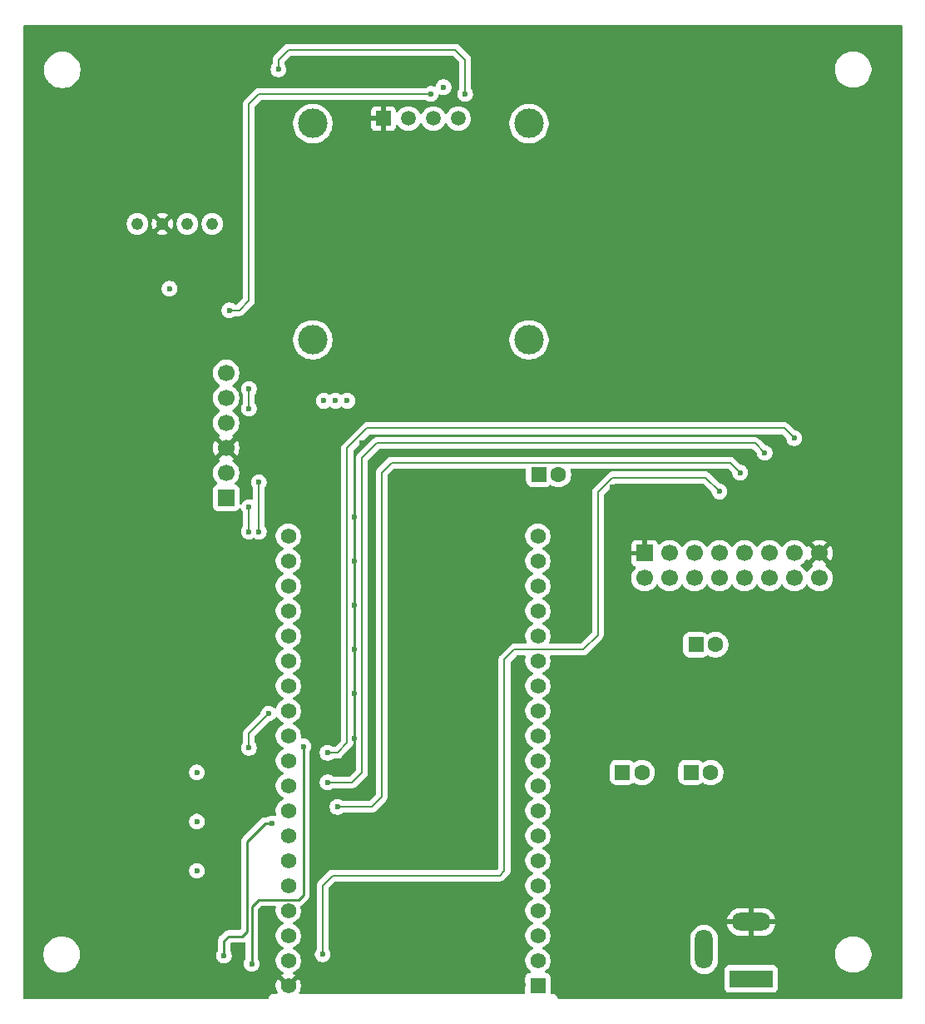
<source format=gbr>
G04 #@! TF.GenerationSoftware,KiCad,Pcbnew,9.0.3*
G04 #@! TF.CreationDate,2025-11-14T23:27:14+05:00*
G04 #@! TF.ProjectId,Weather Station,57656174-6865-4722-9053-746174696f6e,rev?*
G04 #@! TF.SameCoordinates,Original*
G04 #@! TF.FileFunction,Copper,L4,Bot*
G04 #@! TF.FilePolarity,Positive*
%FSLAX46Y46*%
G04 Gerber Fmt 4.6, Leading zero omitted, Abs format (unit mm)*
G04 Created by KiCad (PCBNEW 9.0.3) date 2025-11-14 23:27:14*
%MOMM*%
%LPD*%
G01*
G04 APERTURE LIST*
G04 Aperture macros list*
%AMRoundRect*
0 Rectangle with rounded corners*
0 $1 Rounding radius*
0 $2 $3 $4 $5 $6 $7 $8 $9 X,Y pos of 4 corners*
0 Add a 4 corners polygon primitive as box body*
4,1,4,$2,$3,$4,$5,$6,$7,$8,$9,$2,$3,0*
0 Add four circle primitives for the rounded corners*
1,1,$1+$1,$2,$3*
1,1,$1+$1,$4,$5*
1,1,$1+$1,$6,$7*
1,1,$1+$1,$8,$9*
0 Add four rect primitives between the rounded corners*
20,1,$1+$1,$2,$3,$4,$5,0*
20,1,$1+$1,$4,$5,$6,$7,0*
20,1,$1+$1,$6,$7,$8,$9,0*
20,1,$1+$1,$8,$9,$2,$3,0*%
G04 Aperture macros list end*
G04 #@! TA.AperFunction,ComponentPad*
%ADD10R,1.700000X1.700000*%
G04 #@! TD*
G04 #@! TA.AperFunction,ComponentPad*
%ADD11C,1.700000*%
G04 #@! TD*
G04 #@! TA.AperFunction,ComponentPad*
%ADD12R,1.508000X1.508000*%
G04 #@! TD*
G04 #@! TA.AperFunction,ComponentPad*
%ADD13C,1.508000*%
G04 #@! TD*
G04 #@! TA.AperFunction,WasherPad*
%ADD14C,3.000000*%
G04 #@! TD*
G04 #@! TA.AperFunction,ComponentPad*
%ADD15C,1.220000*%
G04 #@! TD*
G04 #@! TA.AperFunction,ComponentPad*
%ADD16C,1.560000*%
G04 #@! TD*
G04 #@! TA.AperFunction,ComponentPad*
%ADD17R,1.560000X1.560000*%
G04 #@! TD*
G04 #@! TA.AperFunction,ComponentPad*
%ADD18C,1.600000*%
G04 #@! TD*
G04 #@! TA.AperFunction,ComponentPad*
%ADD19RoundRect,0.250000X-0.550000X-0.550000X0.550000X-0.550000X0.550000X0.550000X-0.550000X0.550000X0*%
G04 #@! TD*
G04 #@! TA.AperFunction,ComponentPad*
%ADD20R,4.400000X1.800000*%
G04 #@! TD*
G04 #@! TA.AperFunction,ComponentPad*
%ADD21O,4.000000X1.800000*%
G04 #@! TD*
G04 #@! TA.AperFunction,ComponentPad*
%ADD22O,1.800000X4.000000*%
G04 #@! TD*
G04 #@! TA.AperFunction,ViaPad*
%ADD23C,0.600000*%
G04 #@! TD*
G04 #@! TA.AperFunction,Conductor*
%ADD24C,0.250000*%
G04 #@! TD*
G04 #@! TA.AperFunction,Conductor*
%ADD25C,0.200000*%
G04 #@! TD*
G04 APERTURE END LIST*
D10*
X123270000Y-84200000D03*
D11*
X123270000Y-86740000D03*
X125810000Y-84200000D03*
X125810000Y-86740000D03*
X128350000Y-84200000D03*
X128350000Y-86740000D03*
X130890000Y-84200000D03*
X130890000Y-86740000D03*
X133430000Y-84200000D03*
X133430000Y-86740000D03*
X135970000Y-84200000D03*
X135970000Y-86740000D03*
X138510000Y-84200000D03*
X138510000Y-86740000D03*
X141050000Y-84200000D03*
X141050000Y-86740000D03*
D12*
X96690000Y-40000000D03*
D13*
X99230000Y-40000000D03*
X101770000Y-40000000D03*
X104310000Y-40000000D03*
D14*
X89500000Y-40500000D03*
X111500000Y-40500000D03*
X111500000Y-62500000D03*
X89500000Y-62500000D03*
D15*
X71654550Y-50710000D03*
X74194550Y-50710000D03*
X76734550Y-50710000D03*
X79274550Y-50710000D03*
D10*
X80680000Y-78570000D03*
D11*
X80680000Y-76030000D03*
X80680000Y-73490000D03*
X80680000Y-70950000D03*
X80680000Y-68410000D03*
X80680000Y-65870000D03*
D16*
X87000000Y-82440000D03*
X87000000Y-84980000D03*
X87000000Y-87520000D03*
X87000000Y-90060000D03*
X87000000Y-92600000D03*
X87000000Y-95140000D03*
X87000000Y-97680000D03*
X87000000Y-100220000D03*
X87000000Y-102760000D03*
X87000000Y-105300000D03*
X87000000Y-107840000D03*
X87000000Y-110380000D03*
X87000000Y-112920000D03*
X87000000Y-115460000D03*
X87000000Y-118000000D03*
X87000000Y-120540000D03*
X87000000Y-123080000D03*
X87000000Y-125620000D03*
X87000000Y-128160000D03*
X112400000Y-82440000D03*
X112400000Y-84980000D03*
X112400000Y-87520000D03*
X112400000Y-90060000D03*
X112400000Y-92600000D03*
X112400000Y-95140000D03*
X112400000Y-97680000D03*
X112400000Y-100220000D03*
X112400000Y-102760000D03*
X112400000Y-105300000D03*
X112400000Y-107840000D03*
X112400000Y-110380000D03*
X112400000Y-112920000D03*
X112400000Y-115460000D03*
X112400000Y-118000000D03*
X112400000Y-120540000D03*
X112400000Y-123080000D03*
X112400000Y-125620000D03*
D17*
X112400000Y-128160000D03*
D18*
X114500000Y-76200000D03*
D19*
X112500000Y-76200000D03*
X121000000Y-106500000D03*
D18*
X123000000Y-106500000D03*
D20*
X134125000Y-127500000D03*
D21*
X134125000Y-121700000D03*
D22*
X129325000Y-124500000D03*
D19*
X128500000Y-93500000D03*
D18*
X130500000Y-93500000D03*
D19*
X128000000Y-106500000D03*
D18*
X130000000Y-106500000D03*
D23*
X67450000Y-37775000D03*
X67450000Y-42275000D03*
X67450000Y-44925000D03*
X67450000Y-49425000D03*
X67425000Y-53150000D03*
X67425000Y-57650000D03*
X64325000Y-86025000D03*
X64325000Y-90525000D03*
X67200000Y-115575000D03*
X67200000Y-120075000D03*
X61625000Y-112350000D03*
X61625000Y-116850000D03*
X61550000Y-102650000D03*
X61550000Y-107150000D03*
X64375000Y-93675000D03*
X64375000Y-98175000D03*
X85350000Y-111675000D03*
X80450000Y-125125000D03*
X88525000Y-103850000D03*
X83275000Y-125950000D03*
X64475000Y-112450000D03*
X64500000Y-107575000D03*
X64350000Y-102625000D03*
X104175000Y-77850000D03*
X89650000Y-76075000D03*
X89925000Y-78475000D03*
X90700000Y-75050000D03*
X109975000Y-77850000D03*
X100175000Y-76800000D03*
X102475000Y-78625000D03*
X84550000Y-128150000D03*
X130325000Y-121875000D03*
X136925000Y-123550000D03*
X134075000Y-123825000D03*
X138125000Y-122275000D03*
X134125000Y-118825000D03*
X139975000Y-81550000D03*
X137250000Y-81650000D03*
X134725000Y-81650000D03*
X132225000Y-81650000D03*
X129675000Y-81625000D03*
X125175000Y-81575000D03*
X120500000Y-92500000D03*
X122950000Y-97625000D03*
X121000000Y-97100000D03*
X115500000Y-89800000D03*
X115500000Y-87200000D03*
X138100000Y-120000000D03*
X135700000Y-120000000D03*
X133100000Y-120000000D03*
X130300000Y-120000000D03*
X110925000Y-128075000D03*
X108125000Y-128075000D03*
X97325000Y-128075000D03*
X101325000Y-128075000D03*
X92825000Y-128075000D03*
X88825000Y-128075000D03*
X104825000Y-128075000D03*
X100700000Y-42900000D03*
X105950000Y-42075000D03*
X95450000Y-41950000D03*
X92200000Y-42900000D03*
X108200000Y-42900000D03*
X110500000Y-116400000D03*
X110500000Y-102400000D03*
X110500000Y-112400000D03*
X110500000Y-97400000D03*
X110375000Y-106825000D03*
X89100000Y-123000000D03*
X89400000Y-117300000D03*
X92900000Y-122100000D03*
X93100000Y-125000000D03*
X94100000Y-120100000D03*
X106200000Y-120200000D03*
X102700000Y-120200000D03*
X97700000Y-120200000D03*
X90000000Y-98500000D03*
X90000000Y-89500000D03*
X90000000Y-103000000D03*
X115000000Y-92500000D03*
X90000000Y-94000000D03*
X121000000Y-95000000D03*
X120500000Y-91500000D03*
X83000000Y-67500000D03*
X83000000Y-69500000D03*
X83000000Y-79500000D03*
X83000000Y-82000000D03*
X83000000Y-104000000D03*
X85000000Y-100500000D03*
X106000000Y-39000000D03*
X104000000Y-37500000D03*
X88500000Y-36000000D03*
X93500000Y-39500000D03*
X93500000Y-36000000D03*
X96500000Y-36000000D03*
X100500000Y-39000000D03*
X103000000Y-39000000D03*
X104000000Y-32000000D03*
X100500000Y-32000000D03*
X96500000Y-34000000D03*
X96500000Y-32000000D03*
X92000000Y-34000000D03*
X92000000Y-32000000D03*
X88000000Y-32000000D03*
X85500000Y-32500000D03*
X88000000Y-34000000D03*
X86000000Y-39000000D03*
X85000000Y-45000000D03*
X86000000Y-47500000D03*
X91000000Y-36000000D03*
X84500000Y-36500000D03*
X82000000Y-39000000D03*
X82000000Y-45000000D03*
X82000000Y-47500000D03*
X82000000Y-58000000D03*
X81500000Y-52000000D03*
X79500000Y-54000000D03*
X79000000Y-57000000D03*
X75500000Y-59500000D03*
X80000000Y-61000000D03*
X78000000Y-63500000D03*
X75500000Y-63500000D03*
X75500000Y-69000000D03*
X85000000Y-72000000D03*
X85000000Y-62000000D03*
X85000000Y-57000000D03*
X85000000Y-52000000D03*
X85000000Y-67000000D03*
X79500000Y-103500000D03*
X79500000Y-93500000D03*
X79500000Y-88500000D03*
X79500000Y-83500000D03*
X79500000Y-98500000D03*
X72000000Y-94000000D03*
X72000000Y-84000000D03*
X72000000Y-79000000D03*
X72000000Y-74000000D03*
X72000000Y-89000000D03*
X72000000Y-118500000D03*
X72125000Y-107250000D03*
X72000000Y-103500000D03*
X72000000Y-98500000D03*
X72100000Y-112850000D03*
X131000000Y-74000000D03*
X127000000Y-74000000D03*
X123000000Y-74000000D03*
X118800000Y-74000000D03*
X110000000Y-76000000D03*
X110000000Y-74000000D03*
X107000000Y-74000000D03*
X104500000Y-74000000D03*
X104500000Y-75900000D03*
X97500000Y-79000000D03*
X99500000Y-76000000D03*
X99500000Y-70000000D03*
X94500000Y-73000000D03*
X95500000Y-77000000D03*
X92000000Y-78500000D03*
X97500000Y-70000000D03*
X102500000Y-70000000D03*
X107500000Y-70000000D03*
X112500000Y-70000000D03*
X117500000Y-70000000D03*
X122500000Y-70000000D03*
X127500000Y-70000000D03*
X132500000Y-70000000D03*
X137500000Y-70000000D03*
X127500000Y-77500000D03*
X125000000Y-77500000D03*
X120000000Y-77500000D03*
X119999999Y-82061971D03*
X120000000Y-85000000D03*
X120000000Y-87500000D03*
X106000000Y-95000000D03*
X106000000Y-100000000D03*
X106000000Y-105000000D03*
X106000000Y-110000000D03*
X106000000Y-114000000D03*
X102500000Y-114000000D03*
X97500000Y-114000000D03*
X91500000Y-114500000D03*
X99500000Y-111000000D03*
X95500000Y-112500000D03*
X93750000Y-112500000D03*
X99500000Y-106250000D03*
X95500000Y-106250000D03*
X93000000Y-105500000D03*
X93750000Y-103000000D03*
X99500000Y-89500000D03*
X97500000Y-80500000D03*
X99500000Y-85000000D03*
X99500000Y-98500000D03*
X99500000Y-103000000D03*
X99500000Y-94000000D03*
X95500000Y-89500000D03*
X95500000Y-80500000D03*
X95500000Y-85000000D03*
X95500000Y-98500000D03*
X95500000Y-103000000D03*
X95500000Y-94000000D03*
X93750000Y-98500000D03*
X93750000Y-94000000D03*
X93750000Y-80500000D03*
X93750000Y-89500000D03*
X93750000Y-85000000D03*
X92000000Y-80500000D03*
X90000000Y-85000000D03*
X130890000Y-77930000D03*
X78300000Y-72425000D03*
X106600000Y-35000000D03*
X96700000Y-35000000D03*
X121875000Y-81650000D03*
X69000000Y-55500000D03*
X78600000Y-55500000D03*
X86000000Y-76400000D03*
X75325000Y-48225000D03*
X86000000Y-75400000D03*
X94800000Y-35100000D03*
X115500000Y-85400000D03*
X91800000Y-68700000D03*
X77700000Y-116500000D03*
X77700000Y-106500000D03*
X102800000Y-36800000D03*
X74900000Y-57300000D03*
X93000000Y-68700000D03*
X90600000Y-68700000D03*
X77700000Y-111500000D03*
X101500000Y-37500000D03*
X81000000Y-59500000D03*
X84000000Y-82000000D03*
X105000000Y-37500000D03*
X84000000Y-77000000D03*
X86000000Y-35000000D03*
X92000000Y-110000000D03*
X133000000Y-76000000D03*
X90500000Y-125000000D03*
X138500000Y-72500000D03*
X91000000Y-104500000D03*
X135500000Y-74000000D03*
X91000000Y-107500000D03*
X115000000Y-95000000D03*
D24*
X82824000Y-122676000D02*
X82824000Y-113526000D01*
X82325000Y-123175000D02*
X82824000Y-122676000D01*
X80900000Y-123175000D02*
X82325000Y-123175000D01*
X80450000Y-123625000D02*
X80900000Y-123175000D01*
X80450000Y-125125000D02*
X80450000Y-123625000D01*
X82824000Y-113526000D02*
X84675000Y-111675000D01*
X84675000Y-111675000D02*
X85350000Y-111675000D01*
X83991000Y-119434000D02*
X83275000Y-120150000D01*
X88066000Y-119434000D02*
X83991000Y-119434000D01*
X88525000Y-118975000D02*
X88066000Y-119434000D01*
X88525000Y-103850000D02*
X88525000Y-118975000D01*
X83275000Y-120150000D02*
X83275000Y-125950000D01*
D25*
X83000000Y-69500000D02*
X83000000Y-67500000D01*
X83000000Y-82000000D02*
X83000000Y-79500000D01*
X85000000Y-100500000D02*
X83000000Y-102500000D01*
X83000000Y-102500000D02*
X83000000Y-104000000D01*
X92000000Y-104500000D02*
X91000000Y-104500000D01*
X93000000Y-103500000D02*
X92000000Y-104500000D01*
X93000000Y-73500000D02*
X93000000Y-103500000D01*
X95000000Y-71500000D02*
X93000000Y-73500000D01*
X137500000Y-71500000D02*
X95000000Y-71500000D01*
X138500000Y-72500000D02*
X137500000Y-71500000D01*
X134500000Y-73000000D02*
X135500000Y-74000000D01*
X96000000Y-73000000D02*
X134500000Y-73000000D01*
X93500000Y-107500000D02*
X94500000Y-106500000D01*
X94500000Y-106500000D02*
X94500000Y-74500000D01*
X91000000Y-107500000D02*
X93500000Y-107500000D01*
X94500000Y-74500000D02*
X96000000Y-73000000D01*
X97500000Y-75000000D02*
X132000000Y-75000000D01*
X96500000Y-76000000D02*
X97500000Y-75000000D01*
X132000000Y-75000000D02*
X133000000Y-76000000D01*
X95500000Y-110000000D02*
X96500000Y-109000000D01*
X96500000Y-109000000D02*
X96500000Y-76000000D01*
X92000000Y-110000000D02*
X95500000Y-110000000D01*
X120000000Y-76500000D02*
X129460000Y-76500000D01*
X118500000Y-78000000D02*
X120000000Y-76500000D01*
X118500000Y-92500000D02*
X118500000Y-78000000D01*
X108500000Y-117000000D02*
X109000000Y-116500000D01*
X129460000Y-76500000D02*
X130890000Y-77930000D01*
X91500000Y-117000000D02*
X108500000Y-117000000D01*
X110000000Y-94000000D02*
X117000000Y-94000000D01*
X117000000Y-94000000D02*
X118500000Y-92500000D01*
X90500000Y-118000000D02*
X91500000Y-117000000D01*
X109000000Y-116500000D02*
X109000000Y-95000000D01*
X109000000Y-95000000D02*
X110000000Y-94000000D01*
X90500000Y-125000000D02*
X90500000Y-118000000D01*
X86000000Y-34000000D02*
X86000000Y-35000000D01*
X87000000Y-33000000D02*
X86000000Y-34000000D01*
X104000000Y-33000000D02*
X87000000Y-33000000D01*
X105000000Y-37500000D02*
X105000000Y-34000000D01*
X105000000Y-34000000D02*
X104000000Y-33000000D01*
X92000000Y-37500000D02*
X84000000Y-37500000D01*
X101500000Y-37500000D02*
X92000000Y-37500000D01*
X84000000Y-37500000D02*
X83000000Y-38500000D01*
X82000000Y-59500000D02*
X81000000Y-59500000D01*
X83000000Y-58500000D02*
X82000000Y-59500000D01*
X83000000Y-38500000D02*
X83000000Y-58500000D01*
X84000000Y-77000000D02*
X84000000Y-82000000D01*
G04 #@! TA.AperFunction,Conductor*
G36*
X140584075Y-84392993D02*
G01*
X140649901Y-84507007D01*
X140742993Y-84600099D01*
X140857007Y-84665925D01*
X140920590Y-84682962D01*
X140288282Y-85315269D01*
X140288282Y-85315270D01*
X140342452Y-85354626D01*
X140342451Y-85354626D01*
X140351495Y-85359234D01*
X140402292Y-85407208D01*
X140419087Y-85475029D01*
X140396550Y-85541164D01*
X140351499Y-85580202D01*
X140342182Y-85584949D01*
X140170213Y-85709890D01*
X140019890Y-85860213D01*
X139894949Y-86032182D01*
X139890484Y-86040946D01*
X139842509Y-86091742D01*
X139774688Y-86108536D01*
X139708553Y-86085998D01*
X139669516Y-86040946D01*
X139665050Y-86032182D01*
X139540109Y-85860213D01*
X139389786Y-85709890D01*
X139217820Y-85584951D01*
X139217115Y-85584591D01*
X139209054Y-85580485D01*
X139158259Y-85532512D01*
X139141463Y-85464692D01*
X139163999Y-85398556D01*
X139209054Y-85359515D01*
X139217816Y-85355051D01*
X139304471Y-85292093D01*
X139389786Y-85230109D01*
X139389788Y-85230106D01*
X139389792Y-85230104D01*
X139540104Y-85079792D01*
X139540106Y-85079788D01*
X139540109Y-85079786D01*
X139625890Y-84961717D01*
X139665051Y-84907816D01*
X139669793Y-84898508D01*
X139717763Y-84847711D01*
X139785583Y-84830911D01*
X139851719Y-84853445D01*
X139890763Y-84898500D01*
X139895373Y-84907547D01*
X139934728Y-84961716D01*
X140567037Y-84329408D01*
X140584075Y-84392993D01*
G37*
G04 #@! TD.AperFunction*
G04 #@! TA.AperFunction,Conductor*
G36*
X149442539Y-30520185D02*
G01*
X149488294Y-30572989D01*
X149499500Y-30624500D01*
X149499500Y-129375500D01*
X149479815Y-129442539D01*
X149427011Y-129488294D01*
X149375500Y-129499500D01*
X114513170Y-129499500D01*
X114446131Y-129479815D01*
X114400376Y-129427011D01*
X114393395Y-129407593D01*
X114366391Y-129306812D01*
X114357563Y-129291521D01*
X114300500Y-129192686D01*
X114207314Y-129099500D01*
X114150250Y-129066554D01*
X114093187Y-129033608D01*
X114029539Y-129016554D01*
X113965892Y-128999500D01*
X113965891Y-128999500D01*
X113804500Y-128999500D01*
X113737461Y-128979815D01*
X113691706Y-128927011D01*
X113680500Y-128875500D01*
X113680499Y-127332129D01*
X113680498Y-127332123D01*
X113680497Y-127332116D01*
X113674091Y-127272517D01*
X113623796Y-127137669D01*
X113623795Y-127137668D01*
X113623793Y-127137664D01*
X113537547Y-127022455D01*
X113537544Y-127022452D01*
X113422335Y-126936206D01*
X113422328Y-126936202D01*
X113287482Y-126885908D01*
X113287483Y-126885908D01*
X113227883Y-126879501D01*
X113227881Y-126879500D01*
X113227873Y-126879500D01*
X113227865Y-126879500D01*
X113226597Y-126879500D01*
X113226313Y-126879416D01*
X113224548Y-126879322D01*
X113224570Y-126878904D01*
X113159558Y-126859815D01*
X113113803Y-126807011D01*
X113103859Y-126737853D01*
X113132884Y-126674297D01*
X113153708Y-126655184D01*
X113234190Y-126596711D01*
X113376711Y-126454190D01*
X113495182Y-126291129D01*
X113586686Y-126111542D01*
X113648970Y-125919851D01*
X113667873Y-125800500D01*
X113680500Y-125720783D01*
X113680500Y-125519216D01*
X113655044Y-125358501D01*
X113648970Y-125320149D01*
X113586686Y-125128458D01*
X113495182Y-124948871D01*
X113376711Y-124785810D01*
X113234190Y-124643289D01*
X113071129Y-124524818D01*
X112944867Y-124460484D01*
X112894072Y-124412510D01*
X112877277Y-124344690D01*
X112899814Y-124278555D01*
X112944868Y-124239515D01*
X113071129Y-124175182D01*
X113234190Y-124056711D01*
X113376711Y-123914190D01*
X113495182Y-123751129D01*
X113586686Y-123571542D01*
X113648970Y-123379851D01*
X113658684Y-123318513D01*
X113663236Y-123289778D01*
X127924500Y-123289778D01*
X127924500Y-125710222D01*
X127938799Y-125800499D01*
X127958985Y-125927952D01*
X128027103Y-126137603D01*
X128027104Y-126137606D01*
X128070481Y-126222736D01*
X128124720Y-126329185D01*
X128127187Y-126334025D01*
X128256752Y-126512358D01*
X128256756Y-126512363D01*
X128412636Y-126668243D01*
X128412641Y-126668247D01*
X128566175Y-126779795D01*
X128590978Y-126797815D01*
X128694377Y-126850500D01*
X128787393Y-126897895D01*
X128787396Y-126897896D01*
X128892221Y-126931955D01*
X128997049Y-126966015D01*
X129214778Y-127000500D01*
X129214779Y-127000500D01*
X129435221Y-127000500D01*
X129435222Y-127000500D01*
X129652951Y-126966015D01*
X129862606Y-126897895D01*
X130059022Y-126797815D01*
X130237365Y-126668242D01*
X130353472Y-126552135D01*
X131424500Y-126552135D01*
X131424500Y-128447870D01*
X131424501Y-128447876D01*
X131430908Y-128507483D01*
X131481202Y-128642328D01*
X131481206Y-128642335D01*
X131567452Y-128757544D01*
X131567455Y-128757547D01*
X131682664Y-128843793D01*
X131682671Y-128843797D01*
X131817517Y-128894091D01*
X131817516Y-128894091D01*
X131824444Y-128894835D01*
X131877127Y-128900500D01*
X136372872Y-128900499D01*
X136432483Y-128894091D01*
X136567331Y-128843796D01*
X136682546Y-128757546D01*
X136768796Y-128642331D01*
X136819091Y-128507483D01*
X136825500Y-128447873D01*
X136825499Y-126552128D01*
X136819091Y-126492517D01*
X136807070Y-126460288D01*
X136768797Y-126357671D01*
X136768793Y-126357664D01*
X136682547Y-126242455D01*
X136682544Y-126242452D01*
X136567335Y-126156206D01*
X136567328Y-126156202D01*
X136432482Y-126105908D01*
X136432483Y-126105908D01*
X136372883Y-126099501D01*
X136372881Y-126099500D01*
X136372873Y-126099500D01*
X136372864Y-126099500D01*
X131877129Y-126099500D01*
X131877123Y-126099501D01*
X131817516Y-126105908D01*
X131682671Y-126156202D01*
X131682664Y-126156206D01*
X131567455Y-126242452D01*
X131567452Y-126242455D01*
X131481206Y-126357664D01*
X131481202Y-126357671D01*
X131430908Y-126492517D01*
X131424501Y-126552116D01*
X131424501Y-126552123D01*
X131424500Y-126552135D01*
X130353472Y-126552135D01*
X130393242Y-126512365D01*
X130395259Y-126509587D01*
X130419721Y-126475921D01*
X130505633Y-126357671D01*
X130522815Y-126334022D01*
X130622895Y-126137606D01*
X130691015Y-125927951D01*
X130725500Y-125710222D01*
X130725500Y-124878711D01*
X142649500Y-124878711D01*
X142649500Y-125121288D01*
X142681161Y-125361785D01*
X142743947Y-125596104D01*
X142828611Y-125800500D01*
X142836776Y-125820212D01*
X142958064Y-126030289D01*
X142958066Y-126030292D01*
X142958067Y-126030293D01*
X143105733Y-126222736D01*
X143105739Y-126222743D01*
X143277256Y-126394260D01*
X143277263Y-126394266D01*
X143363305Y-126460288D01*
X143469711Y-126541936D01*
X143679788Y-126663224D01*
X143903900Y-126756054D01*
X144138211Y-126818838D01*
X144313539Y-126841920D01*
X144378711Y-126850500D01*
X144378712Y-126850500D01*
X144621289Y-126850500D01*
X144669388Y-126844167D01*
X144861789Y-126818838D01*
X145096100Y-126756054D01*
X145320212Y-126663224D01*
X145530289Y-126541936D01*
X145722738Y-126394265D01*
X145894265Y-126222738D01*
X146041936Y-126030289D01*
X146163224Y-125820212D01*
X146256054Y-125596100D01*
X146318838Y-125361789D01*
X146350500Y-125121288D01*
X146350500Y-124878712D01*
X146318838Y-124638211D01*
X146256054Y-124403900D01*
X146163224Y-124179788D01*
X146041936Y-123969711D01*
X145966199Y-123871009D01*
X145894266Y-123777263D01*
X145894260Y-123777256D01*
X145722743Y-123605739D01*
X145722736Y-123605733D01*
X145530293Y-123458067D01*
X145530292Y-123458066D01*
X145530289Y-123458064D01*
X145320212Y-123336776D01*
X145206749Y-123289778D01*
X145096104Y-123243947D01*
X144861785Y-123181161D01*
X144621289Y-123149500D01*
X144621288Y-123149500D01*
X144378712Y-123149500D01*
X144378711Y-123149500D01*
X144138214Y-123181161D01*
X143903895Y-123243947D01*
X143679794Y-123336773D01*
X143679785Y-123336777D01*
X143469706Y-123458067D01*
X143277263Y-123605733D01*
X143277256Y-123605739D01*
X143105739Y-123777256D01*
X143105733Y-123777263D01*
X142958067Y-123969706D01*
X142836777Y-124179785D01*
X142836773Y-124179794D01*
X142743947Y-124403895D01*
X142681161Y-124638214D01*
X142649500Y-124878711D01*
X130725500Y-124878711D01*
X130725500Y-123289778D01*
X130691015Y-123072049D01*
X130656955Y-122967221D01*
X130622896Y-122862396D01*
X130622895Y-122862393D01*
X130574725Y-122767857D01*
X130522815Y-122665978D01*
X130466494Y-122588458D01*
X130393247Y-122487641D01*
X130393243Y-122487636D01*
X130237363Y-122331756D01*
X130237358Y-122331752D01*
X130059025Y-122202187D01*
X130059024Y-122202186D01*
X130059022Y-122202185D01*
X129996096Y-122170122D01*
X129862606Y-122102104D01*
X129862603Y-122102103D01*
X129652959Y-122033987D01*
X129652944Y-122033983D01*
X129468072Y-122004703D01*
X129435222Y-121999500D01*
X129214778Y-121999500D01*
X129142201Y-122010995D01*
X128997047Y-122033985D01*
X128787396Y-122102103D01*
X128787393Y-122102104D01*
X128590974Y-122202187D01*
X128412641Y-122331752D01*
X128412636Y-122331756D01*
X128256756Y-122487636D01*
X128256752Y-122487641D01*
X128127187Y-122665974D01*
X128027104Y-122862393D01*
X128027103Y-122862396D01*
X127958985Y-123072047D01*
X127925411Y-123284028D01*
X127924500Y-123289778D01*
X113663236Y-123289778D01*
X113667081Y-123265507D01*
X113667081Y-123265506D01*
X113680500Y-123180783D01*
X113680500Y-122979216D01*
X113661996Y-122862393D01*
X113648970Y-122780149D01*
X113608279Y-122654915D01*
X113586687Y-122588460D01*
X113565392Y-122546666D01*
X113495182Y-122408871D01*
X113376711Y-122245810D01*
X113234190Y-122103289D01*
X113071129Y-121984818D01*
X112944867Y-121920484D01*
X112894072Y-121872510D01*
X112877277Y-121804690D01*
X112899814Y-121738555D01*
X112944868Y-121699515D01*
X113071129Y-121635182D01*
X113234190Y-121516711D01*
X113300901Y-121450000D01*
X131647145Y-121450000D01*
X132709314Y-121450000D01*
X132704920Y-121454394D01*
X132652259Y-121545606D01*
X132625000Y-121647339D01*
X132625000Y-121752661D01*
X132652259Y-121854394D01*
X132704920Y-121945606D01*
X132709314Y-121950000D01*
X131647145Y-121950000D01*
X131659473Y-122027835D01*
X131659473Y-122027838D01*
X131727567Y-122237410D01*
X131827613Y-122433760D01*
X131957142Y-122612041D01*
X132112958Y-122767857D01*
X132291239Y-122897386D01*
X132487589Y-122997432D01*
X132697164Y-123065526D01*
X132914819Y-123100000D01*
X133875000Y-123100000D01*
X133875000Y-122100000D01*
X134375000Y-122100000D01*
X134375000Y-123100000D01*
X135335181Y-123100000D01*
X135552835Y-123065526D01*
X135762410Y-122997432D01*
X135958760Y-122897386D01*
X136137041Y-122767857D01*
X136292857Y-122612041D01*
X136422386Y-122433760D01*
X136522432Y-122237410D01*
X136590526Y-122027838D01*
X136590526Y-122027835D01*
X136602855Y-121950000D01*
X135540686Y-121950000D01*
X135545080Y-121945606D01*
X135597741Y-121854394D01*
X135625000Y-121752661D01*
X135625000Y-121647339D01*
X135597741Y-121545606D01*
X135545080Y-121454394D01*
X135540686Y-121450000D01*
X136602855Y-121450000D01*
X136590526Y-121372164D01*
X136590526Y-121372161D01*
X136522432Y-121162589D01*
X136422386Y-120966239D01*
X136292857Y-120787958D01*
X136137041Y-120632142D01*
X135958760Y-120502613D01*
X135762410Y-120402567D01*
X135552835Y-120334473D01*
X135335181Y-120300000D01*
X134375000Y-120300000D01*
X134375000Y-121300000D01*
X133875000Y-121300000D01*
X133875000Y-120300000D01*
X132914819Y-120300000D01*
X132697164Y-120334473D01*
X132487589Y-120402567D01*
X132291239Y-120502613D01*
X132112958Y-120632142D01*
X131957142Y-120787958D01*
X131827613Y-120966239D01*
X131727567Y-121162589D01*
X131659473Y-121372161D01*
X131659473Y-121372164D01*
X131647145Y-121450000D01*
X113300901Y-121450000D01*
X113376711Y-121374190D01*
X113495182Y-121211129D01*
X113586686Y-121031542D01*
X113648970Y-120839851D01*
X113665214Y-120737289D01*
X113680500Y-120640783D01*
X113680500Y-120439216D01*
X113658449Y-120300000D01*
X113648970Y-120240149D01*
X113604103Y-120102061D01*
X113586687Y-120048460D01*
X113521161Y-119919858D01*
X113495182Y-119868871D01*
X113376711Y-119705810D01*
X113234190Y-119563289D01*
X113071129Y-119444818D01*
X112944867Y-119380484D01*
X112894072Y-119332510D01*
X112877277Y-119264690D01*
X112899814Y-119198555D01*
X112944868Y-119159515D01*
X112948933Y-119157444D01*
X113071129Y-119095182D01*
X113234190Y-118976711D01*
X113376711Y-118834190D01*
X113495182Y-118671129D01*
X113586686Y-118491542D01*
X113648970Y-118299851D01*
X113665214Y-118197289D01*
X113680500Y-118100783D01*
X113680500Y-117899216D01*
X113662156Y-117783408D01*
X113648970Y-117700149D01*
X113617513Y-117603334D01*
X113586687Y-117508460D01*
X113515483Y-117368714D01*
X113495182Y-117328871D01*
X113376711Y-117165810D01*
X113234190Y-117023289D01*
X113071129Y-116904818D01*
X112944867Y-116840484D01*
X112894072Y-116792510D01*
X112877277Y-116724690D01*
X112899814Y-116658555D01*
X112944868Y-116619515D01*
X113071129Y-116555182D01*
X113234190Y-116436711D01*
X113376711Y-116294190D01*
X113495182Y-116131129D01*
X113586686Y-115951542D01*
X113648970Y-115759851D01*
X113665214Y-115657289D01*
X113680500Y-115560783D01*
X113680500Y-115359216D01*
X113662156Y-115243408D01*
X113648970Y-115160149D01*
X113586686Y-114968458D01*
X113495182Y-114788871D01*
X113376711Y-114625810D01*
X113234190Y-114483289D01*
X113071129Y-114364818D01*
X112944867Y-114300484D01*
X112894072Y-114252510D01*
X112877277Y-114184690D01*
X112899814Y-114118555D01*
X112944868Y-114079515D01*
X113071129Y-114015182D01*
X113234190Y-113896711D01*
X113376711Y-113754190D01*
X113495182Y-113591129D01*
X113586686Y-113411542D01*
X113648970Y-113219851D01*
X113665214Y-113117289D01*
X113680500Y-113020783D01*
X113680500Y-112819216D01*
X113662156Y-112703408D01*
X113648970Y-112620149D01*
X113591976Y-112444738D01*
X113586687Y-112428460D01*
X113561437Y-112378904D01*
X113495182Y-112248871D01*
X113376711Y-112085810D01*
X113234190Y-111943289D01*
X113071129Y-111824818D01*
X112944867Y-111760484D01*
X112894072Y-111712510D01*
X112877277Y-111644690D01*
X112899814Y-111578555D01*
X112944868Y-111539515D01*
X113071129Y-111475182D01*
X113234190Y-111356711D01*
X113376711Y-111214190D01*
X113495182Y-111051129D01*
X113586686Y-110871542D01*
X113648970Y-110679851D01*
X113665214Y-110577289D01*
X113680500Y-110480783D01*
X113680500Y-110279216D01*
X113662156Y-110163408D01*
X113648970Y-110080149D01*
X113586686Y-109888458D01*
X113495182Y-109708871D01*
X113376711Y-109545810D01*
X113234190Y-109403289D01*
X113071129Y-109284818D01*
X112944867Y-109220484D01*
X112894072Y-109172510D01*
X112877277Y-109104690D01*
X112899814Y-109038555D01*
X112944868Y-108999515D01*
X113071129Y-108935182D01*
X113234190Y-108816711D01*
X113376711Y-108674190D01*
X113495182Y-108511129D01*
X113586686Y-108331542D01*
X113648970Y-108139851D01*
X113666267Y-108030642D01*
X113680500Y-107940783D01*
X113680500Y-107739216D01*
X113662156Y-107623408D01*
X113648970Y-107540149D01*
X113586686Y-107348458D01*
X113495182Y-107168871D01*
X113376711Y-107005810D01*
X113234190Y-106863289D01*
X113071129Y-106744818D01*
X112944867Y-106680484D01*
X112894072Y-106632510D01*
X112877277Y-106564690D01*
X112899814Y-106498555D01*
X112944868Y-106459515D01*
X113071129Y-106395182D01*
X113234190Y-106276711D01*
X113376711Y-106134190D01*
X113495182Y-105971129D01*
X113531433Y-105899983D01*
X119699500Y-105899983D01*
X119699500Y-107100001D01*
X119699501Y-107100018D01*
X119710000Y-107202796D01*
X119710001Y-107202799D01*
X119757856Y-107347213D01*
X119765186Y-107369334D01*
X119857288Y-107518656D01*
X119981344Y-107642712D01*
X120130666Y-107734814D01*
X120297203Y-107789999D01*
X120399991Y-107800500D01*
X121600008Y-107800499D01*
X121702797Y-107789999D01*
X121869334Y-107734814D01*
X122018656Y-107642712D01*
X122087524Y-107573843D01*
X122148843Y-107540361D01*
X122218535Y-107545345D01*
X122248082Y-107561206D01*
X122318390Y-107612287D01*
X122404561Y-107656193D01*
X122500776Y-107705218D01*
X122500778Y-107705218D01*
X122500781Y-107705220D01*
X122587784Y-107733489D01*
X122695465Y-107768477D01*
X122796557Y-107784488D01*
X122897648Y-107800500D01*
X122897649Y-107800500D01*
X123102351Y-107800500D01*
X123102352Y-107800500D01*
X123304534Y-107768477D01*
X123499219Y-107705220D01*
X123681610Y-107612287D01*
X123774590Y-107544732D01*
X123847213Y-107491971D01*
X123847215Y-107491968D01*
X123847219Y-107491966D01*
X123991966Y-107347219D01*
X123991968Y-107347215D01*
X123991971Y-107347213D01*
X124048259Y-107269738D01*
X124112287Y-107181610D01*
X124205220Y-106999219D01*
X124268477Y-106804534D01*
X124300500Y-106602352D01*
X124300500Y-106397648D01*
X124279798Y-106266941D01*
X124268477Y-106195465D01*
X124205218Y-106000776D01*
X124180940Y-105953129D01*
X124153861Y-105899983D01*
X126699500Y-105899983D01*
X126699500Y-107100001D01*
X126699501Y-107100018D01*
X126710000Y-107202796D01*
X126710001Y-107202799D01*
X126757856Y-107347213D01*
X126765186Y-107369334D01*
X126857288Y-107518656D01*
X126981344Y-107642712D01*
X127130666Y-107734814D01*
X127297203Y-107789999D01*
X127399991Y-107800500D01*
X128600008Y-107800499D01*
X128702797Y-107789999D01*
X128869334Y-107734814D01*
X129018656Y-107642712D01*
X129087524Y-107573843D01*
X129148843Y-107540361D01*
X129218535Y-107545345D01*
X129248082Y-107561206D01*
X129318390Y-107612287D01*
X129404561Y-107656193D01*
X129500776Y-107705218D01*
X129500778Y-107705218D01*
X129500781Y-107705220D01*
X129587784Y-107733489D01*
X129695465Y-107768477D01*
X129796557Y-107784488D01*
X129897648Y-107800500D01*
X129897649Y-107800500D01*
X130102351Y-107800500D01*
X130102352Y-107800500D01*
X130304534Y-107768477D01*
X130499219Y-107705220D01*
X130681610Y-107612287D01*
X130774590Y-107544732D01*
X130847213Y-107491971D01*
X130847215Y-107491968D01*
X130847219Y-107491966D01*
X130991966Y-107347219D01*
X130991968Y-107347215D01*
X130991971Y-107347213D01*
X131048259Y-107269738D01*
X131112287Y-107181610D01*
X131205220Y-106999219D01*
X131268477Y-106804534D01*
X131300500Y-106602352D01*
X131300500Y-106397648D01*
X131279798Y-106266941D01*
X131268477Y-106195465D01*
X131205218Y-106000776D01*
X131153865Y-105899991D01*
X131112287Y-105818390D01*
X131092098Y-105790602D01*
X130991971Y-105652786D01*
X130847213Y-105508028D01*
X130681613Y-105387715D01*
X130681612Y-105387714D01*
X130681610Y-105387713D01*
X130621896Y-105357287D01*
X130499223Y-105294781D01*
X130304534Y-105231522D01*
X130129995Y-105203878D01*
X130102352Y-105199500D01*
X129897648Y-105199500D01*
X129873329Y-105203351D01*
X129695465Y-105231522D01*
X129500776Y-105294781D01*
X129318391Y-105387712D01*
X129318383Y-105387717D01*
X129248085Y-105438790D01*
X129182279Y-105462269D01*
X129114225Y-105446442D01*
X129087521Y-105426153D01*
X129062146Y-105400778D01*
X129018656Y-105357288D01*
X128943995Y-105311237D01*
X128869336Y-105265187D01*
X128869331Y-105265185D01*
X128867862Y-105264698D01*
X128702797Y-105210001D01*
X128702795Y-105210000D01*
X128600010Y-105199500D01*
X127399998Y-105199500D01*
X127399981Y-105199501D01*
X127297203Y-105210000D01*
X127297200Y-105210001D01*
X127130668Y-105265185D01*
X127130663Y-105265187D01*
X126981342Y-105357289D01*
X126857289Y-105481342D01*
X126765187Y-105630663D01*
X126765186Y-105630666D01*
X126710001Y-105797203D01*
X126710001Y-105797204D01*
X126710000Y-105797204D01*
X126699500Y-105899983D01*
X124153861Y-105899983D01*
X124112284Y-105818385D01*
X123991971Y-105652786D01*
X123847213Y-105508028D01*
X123681613Y-105387715D01*
X123681612Y-105387714D01*
X123681610Y-105387713D01*
X123621896Y-105357287D01*
X123499223Y-105294781D01*
X123304534Y-105231522D01*
X123129995Y-105203878D01*
X123102352Y-105199500D01*
X122897648Y-105199500D01*
X122873329Y-105203351D01*
X122695465Y-105231522D01*
X122500776Y-105294781D01*
X122318391Y-105387712D01*
X122318383Y-105387717D01*
X122248085Y-105438790D01*
X122182279Y-105462269D01*
X122114225Y-105446442D01*
X122087521Y-105426153D01*
X122062146Y-105400778D01*
X122018656Y-105357288D01*
X121943995Y-105311237D01*
X121869336Y-105265187D01*
X121869331Y-105265185D01*
X121867862Y-105264698D01*
X121702797Y-105210001D01*
X121702795Y-105210000D01*
X121600010Y-105199500D01*
X120399998Y-105199500D01*
X120399981Y-105199501D01*
X120297203Y-105210000D01*
X120297200Y-105210001D01*
X120130668Y-105265185D01*
X120130663Y-105265187D01*
X119981342Y-105357289D01*
X119857289Y-105481342D01*
X119765187Y-105630663D01*
X119765186Y-105630666D01*
X119710001Y-105797203D01*
X119710001Y-105797204D01*
X119710000Y-105797204D01*
X119699500Y-105899983D01*
X113531433Y-105899983D01*
X113586686Y-105791542D01*
X113648970Y-105599851D01*
X113674480Y-105438790D01*
X113680500Y-105400783D01*
X113680500Y-105199216D01*
X113658382Y-105059576D01*
X113648970Y-105000149D01*
X113586686Y-104808458D01*
X113495182Y-104628871D01*
X113376711Y-104465810D01*
X113234190Y-104323289D01*
X113071129Y-104204818D01*
X112944867Y-104140484D01*
X112894072Y-104092510D01*
X112877277Y-104024690D01*
X112899814Y-103958555D01*
X112944868Y-103919515D01*
X113071129Y-103855182D01*
X113234190Y-103736711D01*
X113376711Y-103594190D01*
X113495182Y-103431129D01*
X113586686Y-103251542D01*
X113648970Y-103059851D01*
X113667957Y-102939972D01*
X113680500Y-102860783D01*
X113680500Y-102659216D01*
X113662156Y-102543408D01*
X113648970Y-102460149D01*
X113586686Y-102268458D01*
X113495182Y-102088871D01*
X113376711Y-101925810D01*
X113234190Y-101783289D01*
X113071129Y-101664818D01*
X112944867Y-101600484D01*
X112894072Y-101552510D01*
X112877277Y-101484690D01*
X112899814Y-101418555D01*
X112944868Y-101379515D01*
X113071129Y-101315182D01*
X113234190Y-101196711D01*
X113376711Y-101054190D01*
X113495182Y-100891129D01*
X113586686Y-100711542D01*
X113648970Y-100519851D01*
X113665214Y-100417289D01*
X113680500Y-100320783D01*
X113680500Y-100119216D01*
X113662156Y-100003408D01*
X113648970Y-99920149D01*
X113587273Y-99730264D01*
X113586687Y-99728460D01*
X113495181Y-99548870D01*
X113376711Y-99385810D01*
X113234190Y-99243289D01*
X113071129Y-99124818D01*
X112944867Y-99060484D01*
X112894072Y-99012510D01*
X112877277Y-98944690D01*
X112899814Y-98878555D01*
X112944868Y-98839515D01*
X113071129Y-98775182D01*
X113234190Y-98656711D01*
X113376711Y-98514190D01*
X113495182Y-98351129D01*
X113586686Y-98171542D01*
X113648970Y-97979851D01*
X113665214Y-97877289D01*
X113680500Y-97780783D01*
X113680500Y-97579216D01*
X113662156Y-97463408D01*
X113648970Y-97380149D01*
X113586686Y-97188458D01*
X113495182Y-97008871D01*
X113376711Y-96845810D01*
X113234190Y-96703289D01*
X113071129Y-96584818D01*
X112944867Y-96520484D01*
X112894072Y-96472510D01*
X112877277Y-96404690D01*
X112899814Y-96338555D01*
X112944868Y-96299515D01*
X113071129Y-96235182D01*
X113234190Y-96116711D01*
X113376711Y-95974190D01*
X113495182Y-95811129D01*
X113586686Y-95631542D01*
X113648970Y-95439851D01*
X113679240Y-95248735D01*
X113680500Y-95240783D01*
X113680500Y-95039216D01*
X113648970Y-94840148D01*
X113623844Y-94762818D01*
X113621849Y-94692977D01*
X113657929Y-94633144D01*
X113720630Y-94602316D01*
X113741775Y-94600500D01*
X116913331Y-94600500D01*
X116913347Y-94600501D01*
X116920943Y-94600501D01*
X117079054Y-94600501D01*
X117079057Y-94600501D01*
X117231785Y-94559577D01*
X117281904Y-94530639D01*
X117368716Y-94480520D01*
X117480520Y-94368716D01*
X117480520Y-94368714D01*
X117490728Y-94358507D01*
X117490730Y-94358504D01*
X118868713Y-92980521D01*
X118868716Y-92980520D01*
X118949253Y-92899983D01*
X127199500Y-92899983D01*
X127199500Y-94100001D01*
X127199501Y-94100018D01*
X127210000Y-94202796D01*
X127210001Y-94202799D01*
X127244136Y-94305810D01*
X127265186Y-94369334D01*
X127357288Y-94518656D01*
X127481344Y-94642712D01*
X127630666Y-94734814D01*
X127797203Y-94789999D01*
X127899991Y-94800500D01*
X129100008Y-94800499D01*
X129202797Y-94789999D01*
X129369334Y-94734814D01*
X129518656Y-94642712D01*
X129587524Y-94573843D01*
X129648843Y-94540361D01*
X129718535Y-94545345D01*
X129748082Y-94561206D01*
X129818390Y-94612287D01*
X129904561Y-94656193D01*
X130000776Y-94705218D01*
X130000778Y-94705218D01*
X130000781Y-94705220D01*
X130091856Y-94734812D01*
X130195465Y-94768477D01*
X130296557Y-94784488D01*
X130397648Y-94800500D01*
X130397649Y-94800500D01*
X130602351Y-94800500D01*
X130602352Y-94800500D01*
X130804534Y-94768477D01*
X130999219Y-94705220D01*
X131181610Y-94612287D01*
X131274590Y-94544732D01*
X131347213Y-94491971D01*
X131347215Y-94491968D01*
X131347219Y-94491966D01*
X131491966Y-94347219D01*
X131491968Y-94347215D01*
X131491971Y-94347213D01*
X131596892Y-94202799D01*
X131612287Y-94181610D01*
X131705220Y-93999219D01*
X131768477Y-93804534D01*
X131800500Y-93602352D01*
X131800500Y-93397648D01*
X131768477Y-93195466D01*
X131705220Y-93000781D01*
X131705218Y-93000778D01*
X131705218Y-93000776D01*
X131653865Y-92899991D01*
X131612287Y-92818390D01*
X131549365Y-92731784D01*
X131491971Y-92652786D01*
X131347213Y-92508028D01*
X131181613Y-92387715D01*
X131181612Y-92387714D01*
X131181610Y-92387713D01*
X131121896Y-92357287D01*
X130999223Y-92294781D01*
X130804534Y-92231522D01*
X130629995Y-92203878D01*
X130602352Y-92199500D01*
X130397648Y-92199500D01*
X130395104Y-92199903D01*
X130195465Y-92231522D01*
X130000776Y-92294781D01*
X129818391Y-92387712D01*
X129818383Y-92387717D01*
X129748085Y-92438790D01*
X129682279Y-92462269D01*
X129614225Y-92446442D01*
X129587521Y-92426153D01*
X129518656Y-92357288D01*
X129426015Y-92300147D01*
X129369336Y-92265187D01*
X129369331Y-92265185D01*
X129327323Y-92251265D01*
X129202797Y-92210001D01*
X129202795Y-92210000D01*
X129100010Y-92199500D01*
X127899998Y-92199500D01*
X127899981Y-92199501D01*
X127797203Y-92210000D01*
X127797200Y-92210001D01*
X127630668Y-92265185D01*
X127630663Y-92265187D01*
X127481342Y-92357289D01*
X127357289Y-92481342D01*
X127265187Y-92630663D01*
X127265186Y-92630666D01*
X127210001Y-92797203D01*
X127210001Y-92797204D01*
X127210000Y-92797204D01*
X127199500Y-92899983D01*
X118949253Y-92899983D01*
X118980520Y-92868716D01*
X119059577Y-92731784D01*
X119100500Y-92579057D01*
X119100500Y-86633713D01*
X121919500Y-86633713D01*
X121919500Y-86846286D01*
X121952753Y-87056239D01*
X122018444Y-87258414D01*
X122114951Y-87447820D01*
X122239890Y-87619786D01*
X122390213Y-87770109D01*
X122562179Y-87895048D01*
X122562181Y-87895049D01*
X122562184Y-87895051D01*
X122751588Y-87991557D01*
X122953757Y-88057246D01*
X123163713Y-88090500D01*
X123163714Y-88090500D01*
X123376286Y-88090500D01*
X123376287Y-88090500D01*
X123586243Y-88057246D01*
X123788412Y-87991557D01*
X123977816Y-87895051D01*
X123999789Y-87879086D01*
X124149786Y-87770109D01*
X124149788Y-87770106D01*
X124149792Y-87770104D01*
X124300104Y-87619792D01*
X124300106Y-87619788D01*
X124300109Y-87619786D01*
X124425048Y-87447820D01*
X124425047Y-87447820D01*
X124425051Y-87447816D01*
X124429514Y-87439054D01*
X124477488Y-87388259D01*
X124545308Y-87371463D01*
X124611444Y-87393999D01*
X124650486Y-87439056D01*
X124654951Y-87447820D01*
X124779890Y-87619786D01*
X124930213Y-87770109D01*
X125102179Y-87895048D01*
X125102181Y-87895049D01*
X125102184Y-87895051D01*
X125291588Y-87991557D01*
X125493757Y-88057246D01*
X125703713Y-88090500D01*
X125703714Y-88090500D01*
X125916286Y-88090500D01*
X125916287Y-88090500D01*
X126126243Y-88057246D01*
X126328412Y-87991557D01*
X126517816Y-87895051D01*
X126539789Y-87879086D01*
X126689786Y-87770109D01*
X126689788Y-87770106D01*
X126689792Y-87770104D01*
X126840104Y-87619792D01*
X126840106Y-87619788D01*
X126840109Y-87619786D01*
X126965048Y-87447820D01*
X126965047Y-87447820D01*
X126965051Y-87447816D01*
X126969514Y-87439054D01*
X127017488Y-87388259D01*
X127085308Y-87371463D01*
X127151444Y-87393999D01*
X127190486Y-87439056D01*
X127194951Y-87447820D01*
X127319890Y-87619786D01*
X127470213Y-87770109D01*
X127642179Y-87895048D01*
X127642181Y-87895049D01*
X127642184Y-87895051D01*
X127831588Y-87991557D01*
X128033757Y-88057246D01*
X128243713Y-88090500D01*
X128243714Y-88090500D01*
X128456286Y-88090500D01*
X128456287Y-88090500D01*
X128666243Y-88057246D01*
X128868412Y-87991557D01*
X129057816Y-87895051D01*
X129079789Y-87879086D01*
X129229786Y-87770109D01*
X129229788Y-87770106D01*
X129229792Y-87770104D01*
X129380104Y-87619792D01*
X129380106Y-87619788D01*
X129380109Y-87619786D01*
X129505048Y-87447820D01*
X129505047Y-87447820D01*
X129505051Y-87447816D01*
X129509514Y-87439054D01*
X129557488Y-87388259D01*
X129625308Y-87371463D01*
X129691444Y-87393999D01*
X129730486Y-87439056D01*
X129734951Y-87447820D01*
X129859890Y-87619786D01*
X130010213Y-87770109D01*
X130182179Y-87895048D01*
X130182181Y-87895049D01*
X130182184Y-87895051D01*
X130371588Y-87991557D01*
X130573757Y-88057246D01*
X130783713Y-88090500D01*
X130783714Y-88090500D01*
X130996286Y-88090500D01*
X130996287Y-88090500D01*
X131206243Y-88057246D01*
X131408412Y-87991557D01*
X131597816Y-87895051D01*
X131619789Y-87879086D01*
X131769786Y-87770109D01*
X131769788Y-87770106D01*
X131769792Y-87770104D01*
X131920104Y-87619792D01*
X131920106Y-87619788D01*
X131920109Y-87619786D01*
X132045048Y-87447820D01*
X132045047Y-87447820D01*
X132045051Y-87447816D01*
X132049514Y-87439054D01*
X132097488Y-87388259D01*
X132165308Y-87371463D01*
X132231444Y-87393999D01*
X132270486Y-87439056D01*
X132274951Y-87447820D01*
X132399890Y-87619786D01*
X132550213Y-87770109D01*
X132722179Y-87895048D01*
X132722181Y-87895049D01*
X132722184Y-87895051D01*
X132911588Y-87991557D01*
X133113757Y-88057246D01*
X133323713Y-88090500D01*
X133323714Y-88090500D01*
X133536286Y-88090500D01*
X133536287Y-88090500D01*
X133746243Y-88057246D01*
X133948412Y-87991557D01*
X134137816Y-87895051D01*
X134159789Y-87879086D01*
X134309786Y-87770109D01*
X134309788Y-87770106D01*
X134309792Y-87770104D01*
X134460104Y-87619792D01*
X134460106Y-87619788D01*
X134460109Y-87619786D01*
X134585048Y-87447820D01*
X134585047Y-87447820D01*
X134585051Y-87447816D01*
X134589514Y-87439054D01*
X134637488Y-87388259D01*
X134705308Y-87371463D01*
X134771444Y-87393999D01*
X134810486Y-87439056D01*
X134814951Y-87447820D01*
X134939890Y-87619786D01*
X135090213Y-87770109D01*
X135262179Y-87895048D01*
X135262181Y-87895049D01*
X135262184Y-87895051D01*
X135451588Y-87991557D01*
X135653757Y-88057246D01*
X135863713Y-88090500D01*
X135863714Y-88090500D01*
X136076286Y-88090500D01*
X136076287Y-88090500D01*
X136286243Y-88057246D01*
X136488412Y-87991557D01*
X136677816Y-87895051D01*
X136699789Y-87879086D01*
X136849786Y-87770109D01*
X136849788Y-87770106D01*
X136849792Y-87770104D01*
X137000104Y-87619792D01*
X137000106Y-87619788D01*
X137000109Y-87619786D01*
X137125048Y-87447820D01*
X137125047Y-87447820D01*
X137125051Y-87447816D01*
X137129514Y-87439054D01*
X137177488Y-87388259D01*
X137245308Y-87371463D01*
X137311444Y-87393999D01*
X137350486Y-87439056D01*
X137354951Y-87447820D01*
X137479890Y-87619786D01*
X137630213Y-87770109D01*
X137802179Y-87895048D01*
X137802181Y-87895049D01*
X137802184Y-87895051D01*
X137991588Y-87991557D01*
X138193757Y-88057246D01*
X138403713Y-88090500D01*
X138403714Y-88090500D01*
X138616286Y-88090500D01*
X138616287Y-88090500D01*
X138826243Y-88057246D01*
X139028412Y-87991557D01*
X139217816Y-87895051D01*
X139239789Y-87879086D01*
X139389786Y-87770109D01*
X139389788Y-87770106D01*
X139389792Y-87770104D01*
X139540104Y-87619792D01*
X139540106Y-87619788D01*
X139540109Y-87619786D01*
X139665048Y-87447820D01*
X139665047Y-87447820D01*
X139665051Y-87447816D01*
X139669514Y-87439054D01*
X139717488Y-87388259D01*
X139785308Y-87371463D01*
X139851444Y-87393999D01*
X139890486Y-87439056D01*
X139894951Y-87447820D01*
X140019890Y-87619786D01*
X140170213Y-87770109D01*
X140342179Y-87895048D01*
X140342181Y-87895049D01*
X140342184Y-87895051D01*
X140531588Y-87991557D01*
X140733757Y-88057246D01*
X140943713Y-88090500D01*
X140943714Y-88090500D01*
X141156286Y-88090500D01*
X141156287Y-88090500D01*
X141366243Y-88057246D01*
X141568412Y-87991557D01*
X141757816Y-87895051D01*
X141779789Y-87879086D01*
X141929786Y-87770109D01*
X141929788Y-87770106D01*
X141929792Y-87770104D01*
X142080104Y-87619792D01*
X142080106Y-87619788D01*
X142080109Y-87619786D01*
X142205048Y-87447820D01*
X142205047Y-87447820D01*
X142205051Y-87447816D01*
X142301557Y-87258412D01*
X142367246Y-87056243D01*
X142400500Y-86846287D01*
X142400500Y-86633713D01*
X142367246Y-86423757D01*
X142301557Y-86221588D01*
X142205051Y-86032184D01*
X142205049Y-86032181D01*
X142205048Y-86032179D01*
X142080109Y-85860213D01*
X141929786Y-85709890D01*
X141757817Y-85584949D01*
X141748504Y-85580204D01*
X141697707Y-85532230D01*
X141680912Y-85464409D01*
X141703449Y-85398274D01*
X141748507Y-85359232D01*
X141757555Y-85354622D01*
X141811716Y-85315270D01*
X141811717Y-85315270D01*
X141179408Y-84682962D01*
X141242993Y-84665925D01*
X141357007Y-84600099D01*
X141450099Y-84507007D01*
X141515925Y-84392993D01*
X141532962Y-84329408D01*
X142165270Y-84961717D01*
X142165270Y-84961716D01*
X142204622Y-84907554D01*
X142301095Y-84718217D01*
X142366757Y-84516130D01*
X142366757Y-84516127D01*
X142400000Y-84306246D01*
X142400000Y-84093753D01*
X142366757Y-83883872D01*
X142366757Y-83883869D01*
X142301095Y-83681782D01*
X142204624Y-83492449D01*
X142165270Y-83438282D01*
X142165269Y-83438282D01*
X141532962Y-84070590D01*
X141515925Y-84007007D01*
X141450099Y-83892993D01*
X141357007Y-83799901D01*
X141242993Y-83734075D01*
X141179409Y-83717037D01*
X141811716Y-83084728D01*
X141757550Y-83045375D01*
X141568217Y-82948904D01*
X141366129Y-82883242D01*
X141156246Y-82850000D01*
X140943754Y-82850000D01*
X140733872Y-82883242D01*
X140733869Y-82883242D01*
X140531782Y-82948904D01*
X140342439Y-83045380D01*
X140288282Y-83084727D01*
X140288282Y-83084728D01*
X140920591Y-83717037D01*
X140857007Y-83734075D01*
X140742993Y-83799901D01*
X140649901Y-83892993D01*
X140584075Y-84007007D01*
X140567037Y-84070591D01*
X139934728Y-83438282D01*
X139934727Y-83438282D01*
X139895380Y-83492440D01*
X139895376Y-83492446D01*
X139890760Y-83501505D01*
X139842781Y-83552297D01*
X139774959Y-83569087D01*
X139708826Y-83546543D01*
X139669794Y-83501493D01*
X139665051Y-83492184D01*
X139665049Y-83492181D01*
X139665048Y-83492179D01*
X139540109Y-83320213D01*
X139389786Y-83169890D01*
X139217820Y-83044951D01*
X139028414Y-82948444D01*
X139028413Y-82948443D01*
X139028412Y-82948443D01*
X138826243Y-82882754D01*
X138826241Y-82882753D01*
X138826240Y-82882753D01*
X138664957Y-82857208D01*
X138616287Y-82849500D01*
X138403713Y-82849500D01*
X138355042Y-82857208D01*
X138193760Y-82882753D01*
X137991585Y-82948444D01*
X137802179Y-83044951D01*
X137630213Y-83169890D01*
X137479890Y-83320213D01*
X137354949Y-83492182D01*
X137350484Y-83500946D01*
X137302509Y-83551742D01*
X137234688Y-83568536D01*
X137168553Y-83545998D01*
X137129516Y-83500946D01*
X137125050Y-83492182D01*
X137000109Y-83320213D01*
X136849786Y-83169890D01*
X136677820Y-83044951D01*
X136488414Y-82948444D01*
X136488413Y-82948443D01*
X136488412Y-82948443D01*
X136286243Y-82882754D01*
X136286241Y-82882753D01*
X136286240Y-82882753D01*
X136124957Y-82857208D01*
X136076287Y-82849500D01*
X135863713Y-82849500D01*
X135815042Y-82857208D01*
X135653760Y-82882753D01*
X135451585Y-82948444D01*
X135262179Y-83044951D01*
X135090213Y-83169890D01*
X134939890Y-83320213D01*
X134814949Y-83492182D01*
X134810484Y-83500946D01*
X134762509Y-83551742D01*
X134694688Y-83568536D01*
X134628553Y-83545998D01*
X134589516Y-83500946D01*
X134585050Y-83492182D01*
X134460109Y-83320213D01*
X134309786Y-83169890D01*
X134137820Y-83044951D01*
X133948414Y-82948444D01*
X133948413Y-82948443D01*
X133948412Y-82948443D01*
X133746243Y-82882754D01*
X133746241Y-82882753D01*
X133746240Y-82882753D01*
X133584957Y-82857208D01*
X133536287Y-82849500D01*
X133323713Y-82849500D01*
X133275042Y-82857208D01*
X133113760Y-82882753D01*
X132911585Y-82948444D01*
X132722179Y-83044951D01*
X132550213Y-83169890D01*
X132399890Y-83320213D01*
X132274949Y-83492182D01*
X132270484Y-83500946D01*
X132222509Y-83551742D01*
X132154688Y-83568536D01*
X132088553Y-83545998D01*
X132049516Y-83500946D01*
X132045050Y-83492182D01*
X131920109Y-83320213D01*
X131769786Y-83169890D01*
X131597820Y-83044951D01*
X131408414Y-82948444D01*
X131408413Y-82948443D01*
X131408412Y-82948443D01*
X131206243Y-82882754D01*
X131206241Y-82882753D01*
X131206240Y-82882753D01*
X131044957Y-82857208D01*
X130996287Y-82849500D01*
X130783713Y-82849500D01*
X130735042Y-82857208D01*
X130573760Y-82882753D01*
X130371585Y-82948444D01*
X130182179Y-83044951D01*
X130010213Y-83169890D01*
X129859890Y-83320213D01*
X129734949Y-83492182D01*
X129730484Y-83500946D01*
X129682509Y-83551742D01*
X129614688Y-83568536D01*
X129548553Y-83545998D01*
X129509516Y-83500946D01*
X129505050Y-83492182D01*
X129380109Y-83320213D01*
X129229786Y-83169890D01*
X129057820Y-83044951D01*
X128868414Y-82948444D01*
X128868413Y-82948443D01*
X128868412Y-82948443D01*
X128666243Y-82882754D01*
X128666241Y-82882753D01*
X128666240Y-82882753D01*
X128504957Y-82857208D01*
X128456287Y-82849500D01*
X128243713Y-82849500D01*
X128195042Y-82857208D01*
X128033760Y-82882753D01*
X127831585Y-82948444D01*
X127642179Y-83044951D01*
X127470213Y-83169890D01*
X127319890Y-83320213D01*
X127194949Y-83492182D01*
X127190484Y-83500946D01*
X127142509Y-83551742D01*
X127074688Y-83568536D01*
X127008553Y-83545998D01*
X126969516Y-83500946D01*
X126965050Y-83492182D01*
X126840109Y-83320213D01*
X126689786Y-83169890D01*
X126517820Y-83044951D01*
X126328414Y-82948444D01*
X126328413Y-82948443D01*
X126328412Y-82948443D01*
X126126243Y-82882754D01*
X126126241Y-82882753D01*
X126126240Y-82882753D01*
X125964957Y-82857208D01*
X125916287Y-82849500D01*
X125703713Y-82849500D01*
X125655042Y-82857208D01*
X125493760Y-82882753D01*
X125291585Y-82948444D01*
X125102179Y-83044951D01*
X124930215Y-83169889D01*
X124816285Y-83283819D01*
X124754962Y-83317303D01*
X124685270Y-83312319D01*
X124629337Y-83270447D01*
X124612422Y-83239470D01*
X124563354Y-83107913D01*
X124563350Y-83107906D01*
X124477190Y-82992812D01*
X124477187Y-82992809D01*
X124362093Y-82906649D01*
X124362086Y-82906645D01*
X124227379Y-82856403D01*
X124227372Y-82856401D01*
X124167844Y-82850000D01*
X123520000Y-82850000D01*
X123520000Y-83766988D01*
X123462993Y-83734075D01*
X123335826Y-83700000D01*
X123204174Y-83700000D01*
X123077007Y-83734075D01*
X123020000Y-83766988D01*
X123020000Y-82850000D01*
X122372155Y-82850000D01*
X122312627Y-82856401D01*
X122312620Y-82856403D01*
X122177913Y-82906645D01*
X122177906Y-82906649D01*
X122062812Y-82992809D01*
X122062809Y-82992812D01*
X121976649Y-83107906D01*
X121976645Y-83107913D01*
X121926403Y-83242620D01*
X121926401Y-83242627D01*
X121920000Y-83302155D01*
X121920000Y-83950000D01*
X122836988Y-83950000D01*
X122804075Y-84007007D01*
X122770000Y-84134174D01*
X122770000Y-84265826D01*
X122804075Y-84392993D01*
X122836988Y-84450000D01*
X121920000Y-84450000D01*
X121920000Y-85097844D01*
X121926401Y-85157372D01*
X121926403Y-85157379D01*
X121976645Y-85292086D01*
X121976649Y-85292093D01*
X122062809Y-85407187D01*
X122062812Y-85407190D01*
X122177906Y-85493350D01*
X122177913Y-85493354D01*
X122309470Y-85542422D01*
X122365404Y-85584293D01*
X122389821Y-85649758D01*
X122374969Y-85718031D01*
X122353819Y-85746285D01*
X122239889Y-85860215D01*
X122114951Y-86032179D01*
X122018444Y-86221585D01*
X121952753Y-86423760D01*
X121919500Y-86633713D01*
X119100500Y-86633713D01*
X119100500Y-78300097D01*
X119120185Y-78233058D01*
X119136819Y-78212416D01*
X120212416Y-77136819D01*
X120273739Y-77103334D01*
X120300097Y-77100500D01*
X129159903Y-77100500D01*
X129226942Y-77120185D01*
X129247584Y-77136819D01*
X130055425Y-77944660D01*
X130088910Y-78005983D01*
X130089361Y-78008149D01*
X130120261Y-78163491D01*
X130120264Y-78163501D01*
X130180602Y-78309172D01*
X130180609Y-78309185D01*
X130268210Y-78440288D01*
X130268213Y-78440292D01*
X130379707Y-78551786D01*
X130379711Y-78551789D01*
X130510814Y-78639390D01*
X130510827Y-78639397D01*
X130610019Y-78680483D01*
X130656503Y-78699737D01*
X130809967Y-78730263D01*
X130811153Y-78730499D01*
X130811156Y-78730500D01*
X130811158Y-78730500D01*
X130968844Y-78730500D01*
X130968845Y-78730499D01*
X131123497Y-78699737D01*
X131269179Y-78639394D01*
X131400289Y-78551789D01*
X131511789Y-78440289D01*
X131599394Y-78309179D01*
X131659737Y-78163497D01*
X131690500Y-78008842D01*
X131690500Y-77851158D01*
X131690500Y-77851155D01*
X131690499Y-77851153D01*
X131659737Y-77696503D01*
X131610466Y-77577551D01*
X131599397Y-77550827D01*
X131599390Y-77550814D01*
X131511789Y-77419711D01*
X131511786Y-77419707D01*
X131400292Y-77308213D01*
X131400288Y-77308210D01*
X131269185Y-77220609D01*
X131269172Y-77220602D01*
X131123501Y-77160264D01*
X131123491Y-77160261D01*
X130968149Y-77129361D01*
X130906238Y-77096976D01*
X130904660Y-77095425D01*
X129947590Y-76138355D01*
X129947588Y-76138352D01*
X129828717Y-76019481D01*
X129828716Y-76019480D01*
X129741904Y-75969360D01*
X129741904Y-75969359D01*
X129741900Y-75969358D01*
X129691785Y-75940423D01*
X129539057Y-75899499D01*
X129380943Y-75899499D01*
X129373347Y-75899499D01*
X129373331Y-75899500D01*
X119920940Y-75899500D01*
X119880019Y-75910464D01*
X119880019Y-75910465D01*
X119842751Y-75920451D01*
X119768214Y-75940423D01*
X119768209Y-75940426D01*
X119631290Y-76019475D01*
X119631282Y-76019481D01*
X118019479Y-77631284D01*
X118002905Y-77659992D01*
X117995899Y-77672128D01*
X117940423Y-77768215D01*
X117899499Y-77920943D01*
X117899499Y-77920945D01*
X117899499Y-78089046D01*
X117899500Y-78089059D01*
X117899500Y-92199903D01*
X117879815Y-92266942D01*
X117863181Y-92287584D01*
X116787584Y-93363181D01*
X116726261Y-93396666D01*
X116699903Y-93399500D01*
X113632123Y-93399500D01*
X113565084Y-93379815D01*
X113519329Y-93327011D01*
X113509385Y-93257853D01*
X113521637Y-93219207D01*
X113586686Y-93091542D01*
X113648970Y-92899851D01*
X113665228Y-92797203D01*
X113680500Y-92700783D01*
X113680500Y-92499216D01*
X113658020Y-92357287D01*
X113648970Y-92300149D01*
X113586686Y-92108458D01*
X113495182Y-91928871D01*
X113376711Y-91765810D01*
X113234190Y-91623289D01*
X113071129Y-91504818D01*
X112944867Y-91440484D01*
X112894072Y-91392510D01*
X112877277Y-91324690D01*
X112899814Y-91258555D01*
X112944868Y-91219515D01*
X113071129Y-91155182D01*
X113234190Y-91036711D01*
X113376711Y-90894190D01*
X113495182Y-90731129D01*
X113586686Y-90551542D01*
X113648970Y-90359851D01*
X113665214Y-90257289D01*
X113680500Y-90160783D01*
X113680500Y-89959216D01*
X113662156Y-89843408D01*
X113648970Y-89760149D01*
X113586686Y-89568458D01*
X113495182Y-89388871D01*
X113376711Y-89225810D01*
X113234190Y-89083289D01*
X113071129Y-88964818D01*
X112944867Y-88900484D01*
X112894072Y-88852510D01*
X112877277Y-88784690D01*
X112899814Y-88718555D01*
X112944868Y-88679515D01*
X113071129Y-88615182D01*
X113234190Y-88496711D01*
X113376711Y-88354190D01*
X113495182Y-88191129D01*
X113586686Y-88011542D01*
X113648970Y-87819851D01*
X113665214Y-87717289D01*
X113680500Y-87620783D01*
X113680500Y-87419216D01*
X113662156Y-87303408D01*
X113648970Y-87220149D01*
X113586686Y-87028458D01*
X113495182Y-86848871D01*
X113376711Y-86685810D01*
X113234190Y-86543289D01*
X113071129Y-86424818D01*
X112944867Y-86360484D01*
X112894072Y-86312510D01*
X112877277Y-86244690D01*
X112899814Y-86178555D01*
X112944868Y-86139515D01*
X113071129Y-86075182D01*
X113234190Y-85956711D01*
X113376711Y-85814190D01*
X113495182Y-85651129D01*
X113586686Y-85471542D01*
X113648970Y-85279851D01*
X113676728Y-85104595D01*
X113680500Y-85080783D01*
X113680500Y-84879216D01*
X113652114Y-84700000D01*
X113648970Y-84680149D01*
X113586686Y-84488458D01*
X113495182Y-84308871D01*
X113376711Y-84145810D01*
X113234190Y-84003289D01*
X113071129Y-83884818D01*
X112944867Y-83820484D01*
X112894072Y-83772510D01*
X112877277Y-83704690D01*
X112899814Y-83638555D01*
X112944868Y-83599515D01*
X113071129Y-83535182D01*
X113234190Y-83416711D01*
X113376711Y-83274190D01*
X113495182Y-83111129D01*
X113586686Y-82931542D01*
X113648970Y-82739851D01*
X113667670Y-82621786D01*
X113680500Y-82540783D01*
X113680500Y-82339216D01*
X113662156Y-82223408D01*
X113648970Y-82140149D01*
X113586686Y-81948458D01*
X113495182Y-81768871D01*
X113376711Y-81605810D01*
X113234190Y-81463289D01*
X113071129Y-81344818D01*
X112891539Y-81253312D01*
X112699852Y-81191030D01*
X112500783Y-81159500D01*
X112500778Y-81159500D01*
X112299222Y-81159500D01*
X112299217Y-81159500D01*
X112100147Y-81191030D01*
X111908460Y-81253312D01*
X111728870Y-81344818D01*
X111635838Y-81412410D01*
X111565810Y-81463289D01*
X111565808Y-81463291D01*
X111565807Y-81463291D01*
X111423291Y-81605807D01*
X111423291Y-81605808D01*
X111423289Y-81605810D01*
X111372410Y-81675838D01*
X111304818Y-81768870D01*
X111213312Y-81948460D01*
X111151030Y-82140147D01*
X111119500Y-82339216D01*
X111119500Y-82540783D01*
X111151030Y-82739852D01*
X111213312Y-82931539D01*
X111291366Y-83084728D01*
X111304818Y-83111129D01*
X111423289Y-83274190D01*
X111565810Y-83416711D01*
X111728871Y-83535182D01*
X111794332Y-83568536D01*
X111855131Y-83599515D01*
X111905927Y-83647490D01*
X111922722Y-83715311D01*
X111900184Y-83781446D01*
X111855131Y-83820485D01*
X111728870Y-83884818D01*
X111639156Y-83950000D01*
X111565810Y-84003289D01*
X111565808Y-84003291D01*
X111565807Y-84003291D01*
X111423291Y-84145807D01*
X111423291Y-84145808D01*
X111423289Y-84145810D01*
X111392059Y-84188794D01*
X111304818Y-84308870D01*
X111213312Y-84488460D01*
X111151030Y-84680147D01*
X111119500Y-84879216D01*
X111119500Y-85080783D01*
X111151030Y-85279852D01*
X111213312Y-85471539D01*
X111271099Y-85584951D01*
X111304818Y-85651129D01*
X111423289Y-85814190D01*
X111565810Y-85956711D01*
X111728871Y-86075182D01*
X111750099Y-86085998D01*
X111855131Y-86139515D01*
X111905927Y-86187490D01*
X111922722Y-86255311D01*
X111900184Y-86321446D01*
X111855131Y-86360485D01*
X111728870Y-86424818D01*
X111635838Y-86492410D01*
X111565810Y-86543289D01*
X111565808Y-86543291D01*
X111565807Y-86543291D01*
X111423291Y-86685807D01*
X111423291Y-86685808D01*
X111423289Y-86685810D01*
X111372410Y-86755838D01*
X111304818Y-86848870D01*
X111213312Y-87028460D01*
X111151030Y-87220147D01*
X111119500Y-87419216D01*
X111119500Y-87620783D01*
X111151030Y-87819852D01*
X111213312Y-88011539D01*
X111213314Y-88011542D01*
X111304818Y-88191129D01*
X111423289Y-88354190D01*
X111565810Y-88496711D01*
X111728871Y-88615182D01*
X111796885Y-88649836D01*
X111855131Y-88679515D01*
X111905927Y-88727490D01*
X111922722Y-88795311D01*
X111900184Y-88861446D01*
X111855131Y-88900485D01*
X111728870Y-88964818D01*
X111635838Y-89032410D01*
X111565810Y-89083289D01*
X111565808Y-89083291D01*
X111565807Y-89083291D01*
X111423291Y-89225807D01*
X111423291Y-89225808D01*
X111423289Y-89225810D01*
X111372410Y-89295838D01*
X111304818Y-89388870D01*
X111213312Y-89568460D01*
X111151030Y-89760147D01*
X111119500Y-89959216D01*
X111119500Y-90160783D01*
X111151030Y-90359852D01*
X111213312Y-90551539D01*
X111213314Y-90551542D01*
X111304818Y-90731129D01*
X111423289Y-90894190D01*
X111565810Y-91036711D01*
X111728871Y-91155182D01*
X111796885Y-91189836D01*
X111855131Y-91219515D01*
X111905927Y-91267490D01*
X111922722Y-91335311D01*
X111900184Y-91401446D01*
X111855131Y-91440485D01*
X111728870Y-91504818D01*
X111635838Y-91572410D01*
X111565810Y-91623289D01*
X111565808Y-91623291D01*
X111565807Y-91623291D01*
X111423291Y-91765807D01*
X111423291Y-91765808D01*
X111423289Y-91765810D01*
X111372410Y-91835838D01*
X111304818Y-91928870D01*
X111213312Y-92108460D01*
X111151030Y-92300147D01*
X111119500Y-92499216D01*
X111119500Y-92700783D01*
X111151030Y-92899852D01*
X111213312Y-93091539D01*
X111213314Y-93091542D01*
X111278362Y-93219206D01*
X111291258Y-93287874D01*
X111264982Y-93352614D01*
X111207876Y-93392872D01*
X111167877Y-93399500D01*
X110086670Y-93399500D01*
X110086654Y-93399499D01*
X110079058Y-93399499D01*
X109920943Y-93399499D01*
X109844579Y-93419961D01*
X109768214Y-93440423D01*
X109768209Y-93440426D01*
X109631290Y-93519475D01*
X109631282Y-93519481D01*
X108519481Y-94631282D01*
X108519479Y-94631285D01*
X108495402Y-94672989D01*
X108476794Y-94705220D01*
X108469361Y-94718094D01*
X108469359Y-94718096D01*
X108440425Y-94768209D01*
X108440424Y-94768210D01*
X108434586Y-94789998D01*
X108399499Y-94920943D01*
X108399499Y-94920945D01*
X108399499Y-95089046D01*
X108399500Y-95089059D01*
X108399500Y-116199901D01*
X108390856Y-116229337D01*
X108384333Y-116259327D01*
X108380577Y-116264344D01*
X108379815Y-116266940D01*
X108363182Y-116287582D01*
X108287584Y-116363181D01*
X108226261Y-116396666D01*
X108199902Y-116399500D01*
X91586670Y-116399500D01*
X91586654Y-116399499D01*
X91579058Y-116399499D01*
X91420943Y-116399499D01*
X91369263Y-116413347D01*
X91268214Y-116440423D01*
X91268209Y-116440426D01*
X91131290Y-116519475D01*
X91131282Y-116519481D01*
X90019481Y-117631282D01*
X90019479Y-117631285D01*
X89969361Y-117718094D01*
X89969359Y-117718096D01*
X89940425Y-117768209D01*
X89940424Y-117768210D01*
X89940423Y-117768215D01*
X89899499Y-117920943D01*
X89899499Y-117920945D01*
X89899499Y-118089046D01*
X89899500Y-118089059D01*
X89899500Y-124420234D01*
X89879815Y-124487273D01*
X89878602Y-124489125D01*
X89790609Y-124620814D01*
X89790602Y-124620827D01*
X89730264Y-124766498D01*
X89730261Y-124766510D01*
X89699500Y-124921153D01*
X89699500Y-125078846D01*
X89730261Y-125233489D01*
X89730264Y-125233501D01*
X89790602Y-125379172D01*
X89790609Y-125379185D01*
X89878210Y-125510288D01*
X89878213Y-125510292D01*
X89989707Y-125621786D01*
X89989711Y-125621789D01*
X90120814Y-125709390D01*
X90120827Y-125709397D01*
X90211101Y-125746789D01*
X90266503Y-125769737D01*
X90421153Y-125800499D01*
X90421156Y-125800500D01*
X90421158Y-125800500D01*
X90578844Y-125800500D01*
X90578845Y-125800499D01*
X90733497Y-125769737D01*
X90877180Y-125710222D01*
X90879172Y-125709397D01*
X90879172Y-125709396D01*
X90879179Y-125709394D01*
X91010289Y-125621789D01*
X91121789Y-125510289D01*
X91209394Y-125379179D01*
X91269737Y-125233497D01*
X91300500Y-125078842D01*
X91300500Y-124921158D01*
X91300500Y-124921155D01*
X91300499Y-124921153D01*
X91273577Y-124785808D01*
X91269737Y-124766503D01*
X91222119Y-124651541D01*
X91209397Y-124620827D01*
X91209390Y-124620814D01*
X91121398Y-124489125D01*
X91100520Y-124422447D01*
X91100500Y-124420234D01*
X91100500Y-118300097D01*
X91120185Y-118233058D01*
X91136819Y-118212416D01*
X91712417Y-117636819D01*
X91773740Y-117603334D01*
X91800098Y-117600500D01*
X108413331Y-117600500D01*
X108413347Y-117600501D01*
X108420943Y-117600501D01*
X108579054Y-117600501D01*
X108579057Y-117600501D01*
X108731785Y-117559577D01*
X108781904Y-117530639D01*
X108868716Y-117480520D01*
X108980520Y-117368716D01*
X108980521Y-117368714D01*
X109480520Y-116868716D01*
X109559577Y-116731784D01*
X109600501Y-116579057D01*
X109600501Y-116420942D01*
X109600501Y-116413347D01*
X109600500Y-116413329D01*
X109600500Y-95300097D01*
X109620185Y-95233058D01*
X109636819Y-95212416D01*
X110212417Y-94636819D01*
X110273740Y-94603334D01*
X110300098Y-94600500D01*
X111058225Y-94600500D01*
X111125264Y-94620185D01*
X111171019Y-94672989D01*
X111180963Y-94742147D01*
X111176156Y-94762818D01*
X111151029Y-94840148D01*
X111119500Y-95039216D01*
X111119500Y-95240783D01*
X111151030Y-95439852D01*
X111213312Y-95631539D01*
X111213314Y-95631542D01*
X111304818Y-95811129D01*
X111423289Y-95974190D01*
X111565810Y-96116711D01*
X111728871Y-96235182D01*
X111796885Y-96269836D01*
X111855131Y-96299515D01*
X111905927Y-96347490D01*
X111922722Y-96415311D01*
X111900184Y-96481446D01*
X111855131Y-96520485D01*
X111728870Y-96584818D01*
X111635838Y-96652410D01*
X111565810Y-96703289D01*
X111565808Y-96703291D01*
X111565807Y-96703291D01*
X111423291Y-96845807D01*
X111423291Y-96845808D01*
X111423289Y-96845810D01*
X111372410Y-96915838D01*
X111304818Y-97008870D01*
X111213312Y-97188460D01*
X111151030Y-97380147D01*
X111119500Y-97579216D01*
X111119500Y-97780783D01*
X111151030Y-97979852D01*
X111213312Y-98171539D01*
X111213314Y-98171542D01*
X111304818Y-98351129D01*
X111423289Y-98514190D01*
X111565810Y-98656711D01*
X111728871Y-98775182D01*
X111796885Y-98809836D01*
X111855131Y-98839515D01*
X111905927Y-98887490D01*
X111922722Y-98955311D01*
X111900184Y-99021446D01*
X111855131Y-99060485D01*
X111728870Y-99124818D01*
X111635838Y-99192410D01*
X111565810Y-99243289D01*
X111565808Y-99243291D01*
X111565807Y-99243291D01*
X111423291Y-99385807D01*
X111423291Y-99385808D01*
X111423289Y-99385810D01*
X111372410Y-99455838D01*
X111304818Y-99548870D01*
X111213312Y-99728460D01*
X111151030Y-99920147D01*
X111119500Y-100119216D01*
X111119500Y-100320783D01*
X111151030Y-100519852D01*
X111213312Y-100711539D01*
X111278617Y-100839706D01*
X111304818Y-100891129D01*
X111423289Y-101054190D01*
X111565810Y-101196711D01*
X111728871Y-101315182D01*
X111766930Y-101334574D01*
X111855131Y-101379515D01*
X111905927Y-101427490D01*
X111922722Y-101495311D01*
X111900184Y-101561446D01*
X111855131Y-101600485D01*
X111728870Y-101664818D01*
X111635838Y-101732410D01*
X111565810Y-101783289D01*
X111565808Y-101783291D01*
X111565807Y-101783291D01*
X111423291Y-101925807D01*
X111423291Y-101925808D01*
X111423289Y-101925810D01*
X111372410Y-101995838D01*
X111304818Y-102088870D01*
X111213312Y-102268460D01*
X111151030Y-102460147D01*
X111119500Y-102659216D01*
X111119500Y-102860783D01*
X111151030Y-103059852D01*
X111213312Y-103251539D01*
X111258236Y-103339707D01*
X111304818Y-103431129D01*
X111423289Y-103594190D01*
X111565810Y-103736711D01*
X111728871Y-103855182D01*
X111777216Y-103879815D01*
X111855131Y-103919515D01*
X111905927Y-103967490D01*
X111922722Y-104035311D01*
X111900184Y-104101446D01*
X111855131Y-104140485D01*
X111728870Y-104204818D01*
X111689392Y-104233501D01*
X111565810Y-104323289D01*
X111565808Y-104323291D01*
X111565807Y-104323291D01*
X111423291Y-104465807D01*
X111423291Y-104465808D01*
X111423289Y-104465810D01*
X111390974Y-104510288D01*
X111304818Y-104628870D01*
X111213312Y-104808460D01*
X111151030Y-105000147D01*
X111119500Y-105199216D01*
X111119500Y-105400783D01*
X111151030Y-105599852D01*
X111213312Y-105791539D01*
X111238279Y-105840539D01*
X111304818Y-105971129D01*
X111423289Y-106134190D01*
X111565810Y-106276711D01*
X111728871Y-106395182D01*
X111764487Y-106413329D01*
X111855131Y-106459515D01*
X111905927Y-106507490D01*
X111922722Y-106575311D01*
X111900184Y-106641446D01*
X111855131Y-106680485D01*
X111728870Y-106744818D01*
X111665855Y-106790602D01*
X111565810Y-106863289D01*
X111565808Y-106863291D01*
X111565807Y-106863291D01*
X111423291Y-107005807D01*
X111423291Y-107005808D01*
X111423289Y-107005810D01*
X111420036Y-107010288D01*
X111304818Y-107168870D01*
X111213312Y-107348460D01*
X111151030Y-107540147D01*
X111119500Y-107739216D01*
X111119500Y-107940783D01*
X111151030Y-108139852D01*
X111213312Y-108331539D01*
X111213314Y-108331542D01*
X111304818Y-108511129D01*
X111423289Y-108674190D01*
X111565810Y-108816711D01*
X111728871Y-108935182D01*
X111796885Y-108969836D01*
X111855131Y-108999515D01*
X111905927Y-109047490D01*
X111922722Y-109115311D01*
X111900184Y-109181446D01*
X111855131Y-109220485D01*
X111728870Y-109284818D01*
X111635838Y-109352410D01*
X111565810Y-109403289D01*
X111565808Y-109403291D01*
X111565807Y-109403291D01*
X111423291Y-109545807D01*
X111423291Y-109545808D01*
X111423289Y-109545810D01*
X111372410Y-109615838D01*
X111304818Y-109708870D01*
X111213312Y-109888460D01*
X111151030Y-110080147D01*
X111119500Y-110279216D01*
X111119500Y-110480783D01*
X111151030Y-110679852D01*
X111213312Y-110871539D01*
X111230496Y-110905264D01*
X111304818Y-111051129D01*
X111423289Y-111214190D01*
X111565810Y-111356711D01*
X111728871Y-111475182D01*
X111796885Y-111509836D01*
X111855131Y-111539515D01*
X111905927Y-111587490D01*
X111922722Y-111655311D01*
X111900184Y-111721446D01*
X111855131Y-111760485D01*
X111728870Y-111824818D01*
X111654041Y-111879185D01*
X111565810Y-111943289D01*
X111565808Y-111943291D01*
X111565807Y-111943291D01*
X111423291Y-112085807D01*
X111423291Y-112085808D01*
X111423289Y-112085810D01*
X111397151Y-112121786D01*
X111304818Y-112248870D01*
X111213312Y-112428460D01*
X111151030Y-112620147D01*
X111119500Y-112819216D01*
X111119500Y-113020783D01*
X111151030Y-113219852D01*
X111213312Y-113411539D01*
X111213314Y-113411542D01*
X111304818Y-113591129D01*
X111423289Y-113754190D01*
X111565810Y-113896711D01*
X111728871Y-114015182D01*
X111796885Y-114049836D01*
X111855131Y-114079515D01*
X111905927Y-114127490D01*
X111922722Y-114195311D01*
X111900184Y-114261446D01*
X111855131Y-114300485D01*
X111728870Y-114364818D01*
X111635838Y-114432410D01*
X111565810Y-114483289D01*
X111565808Y-114483291D01*
X111565807Y-114483291D01*
X111423291Y-114625807D01*
X111423291Y-114625808D01*
X111423289Y-114625810D01*
X111372410Y-114695838D01*
X111304818Y-114788870D01*
X111213312Y-114968460D01*
X111151030Y-115160147D01*
X111119500Y-115359216D01*
X111119500Y-115560783D01*
X111151030Y-115759852D01*
X111213312Y-115951539D01*
X111213314Y-115951542D01*
X111304818Y-116131129D01*
X111423289Y-116294190D01*
X111565810Y-116436711D01*
X111728871Y-116555182D01*
X111796885Y-116589836D01*
X111855131Y-116619515D01*
X111905927Y-116667490D01*
X111922722Y-116735311D01*
X111900184Y-116801446D01*
X111855131Y-116840485D01*
X111728870Y-116904818D01*
X111635838Y-116972410D01*
X111565810Y-117023289D01*
X111565808Y-117023291D01*
X111565807Y-117023291D01*
X111423291Y-117165807D01*
X111423291Y-117165808D01*
X111423289Y-117165810D01*
X111391621Y-117209397D01*
X111304818Y-117328870D01*
X111213312Y-117508460D01*
X111151030Y-117700147D01*
X111119500Y-117899216D01*
X111119500Y-118100783D01*
X111151030Y-118299852D01*
X111213312Y-118491539D01*
X111213314Y-118491542D01*
X111304818Y-118671129D01*
X111423289Y-118834190D01*
X111565810Y-118976711D01*
X111728871Y-119095182D01*
X111796885Y-119129836D01*
X111855131Y-119159515D01*
X111905927Y-119207490D01*
X111922722Y-119275311D01*
X111900184Y-119341446D01*
X111855131Y-119380485D01*
X111728870Y-119444818D01*
X111635838Y-119512410D01*
X111565810Y-119563289D01*
X111565808Y-119563291D01*
X111565807Y-119563291D01*
X111423291Y-119705807D01*
X111423291Y-119705808D01*
X111423289Y-119705810D01*
X111372410Y-119775838D01*
X111304818Y-119868870D01*
X111213312Y-120048460D01*
X111151030Y-120240147D01*
X111119500Y-120439216D01*
X111119500Y-120640783D01*
X111151030Y-120839852D01*
X111213312Y-121031539D01*
X111213314Y-121031542D01*
X111304818Y-121211129D01*
X111423289Y-121374190D01*
X111565810Y-121516711D01*
X111728871Y-121635182D01*
X111796885Y-121669836D01*
X111855131Y-121699515D01*
X111905927Y-121747490D01*
X111922722Y-121815311D01*
X111900184Y-121881446D01*
X111855131Y-121920485D01*
X111728870Y-121984818D01*
X111661196Y-122033987D01*
X111565810Y-122103289D01*
X111565808Y-122103291D01*
X111565807Y-122103291D01*
X111423291Y-122245807D01*
X111423291Y-122245808D01*
X111423289Y-122245810D01*
X111372410Y-122315838D01*
X111304818Y-122408870D01*
X111213312Y-122588460D01*
X111151030Y-122780147D01*
X111119500Y-122979216D01*
X111119500Y-123180783D01*
X111151030Y-123379852D01*
X111213312Y-123571539D01*
X111213314Y-123571542D01*
X111304818Y-123751129D01*
X111423289Y-123914190D01*
X111565810Y-124056711D01*
X111728871Y-124175182D01*
X111737923Y-124179794D01*
X111855131Y-124239515D01*
X111905927Y-124287490D01*
X111922722Y-124355311D01*
X111900184Y-124421446D01*
X111855131Y-124460485D01*
X111728870Y-124524818D01*
X111649272Y-124582650D01*
X111565810Y-124643289D01*
X111565808Y-124643291D01*
X111565807Y-124643291D01*
X111423291Y-124785807D01*
X111423291Y-124785808D01*
X111423289Y-124785810D01*
X111372410Y-124855838D01*
X111304818Y-124948870D01*
X111213312Y-125128460D01*
X111151030Y-125320147D01*
X111119500Y-125519216D01*
X111119500Y-125720783D01*
X111151030Y-125919852D01*
X111213312Y-126111539D01*
X111280016Y-126242452D01*
X111304818Y-126291129D01*
X111423289Y-126454190D01*
X111565810Y-126596711D01*
X111646289Y-126655183D01*
X111688955Y-126710511D01*
X111694934Y-126780125D01*
X111662329Y-126841920D01*
X111601490Y-126876277D01*
X111575433Y-126879270D01*
X111575436Y-126879324D01*
X111574550Y-126879371D01*
X111573431Y-126879500D01*
X111572143Y-126879500D01*
X111572123Y-126879501D01*
X111512516Y-126885908D01*
X111377671Y-126936202D01*
X111377664Y-126936206D01*
X111262455Y-127022452D01*
X111262452Y-127022455D01*
X111176206Y-127137664D01*
X111176202Y-127137671D01*
X111125908Y-127272517D01*
X111119501Y-127332116D01*
X111119501Y-127332123D01*
X111119500Y-127332135D01*
X111119501Y-128875500D01*
X111099816Y-128942539D01*
X111047013Y-128988294D01*
X110995501Y-128999500D01*
X88211180Y-128999500D01*
X88144141Y-128979815D01*
X88098386Y-128927011D01*
X88088442Y-128857853D01*
X88100696Y-128819205D01*
X88186218Y-128651359D01*
X88186224Y-128651346D01*
X88248481Y-128459735D01*
X88280000Y-128260737D01*
X88280000Y-128059262D01*
X88248481Y-127860264D01*
X88186224Y-127668653D01*
X88186223Y-127668650D01*
X88094753Y-127489133D01*
X88065155Y-127448396D01*
X88065155Y-127448395D01*
X87499292Y-128014259D01*
X87484563Y-127959288D01*
X87416104Y-127840713D01*
X87319287Y-127743896D01*
X87200712Y-127675437D01*
X87145738Y-127660707D01*
X87711603Y-127094843D01*
X87711602Y-127094842D01*
X87670867Y-127065246D01*
X87544316Y-127000764D01*
X87493521Y-126952790D01*
X87476726Y-126884969D01*
X87499264Y-126818834D01*
X87544317Y-126779795D01*
X87671129Y-126715182D01*
X87834190Y-126596711D01*
X87976711Y-126454190D01*
X88095182Y-126291129D01*
X88186686Y-126111542D01*
X88248970Y-125919851D01*
X88267873Y-125800500D01*
X88280500Y-125720783D01*
X88280500Y-125519216D01*
X88255044Y-125358501D01*
X88248970Y-125320149D01*
X88186686Y-125128458D01*
X88095182Y-124948871D01*
X87976711Y-124785810D01*
X87834190Y-124643289D01*
X87671129Y-124524818D01*
X87544867Y-124460484D01*
X87494072Y-124412510D01*
X87477277Y-124344690D01*
X87499814Y-124278555D01*
X87544868Y-124239515D01*
X87671129Y-124175182D01*
X87834190Y-124056711D01*
X87976711Y-123914190D01*
X88095182Y-123751129D01*
X88186686Y-123571542D01*
X88248970Y-123379851D01*
X88267080Y-123265507D01*
X88280500Y-123180783D01*
X88280500Y-122979216D01*
X88261996Y-122862393D01*
X88248970Y-122780149D01*
X88208279Y-122654915D01*
X88186687Y-122588460D01*
X88165392Y-122546666D01*
X88095182Y-122408871D01*
X87976711Y-122245810D01*
X87834190Y-122103289D01*
X87671129Y-121984818D01*
X87544867Y-121920484D01*
X87494072Y-121872510D01*
X87477277Y-121804690D01*
X87499814Y-121738555D01*
X87544868Y-121699515D01*
X87671129Y-121635182D01*
X87834190Y-121516711D01*
X87976711Y-121374190D01*
X88095182Y-121211129D01*
X88186686Y-121031542D01*
X88248970Y-120839851D01*
X88265214Y-120737289D01*
X88280500Y-120640783D01*
X88280500Y-120439216D01*
X88248970Y-120240150D01*
X88243014Y-120221819D01*
X88225710Y-120168564D01*
X88224759Y-120135287D01*
X88222888Y-120102061D01*
X88223765Y-120100509D01*
X88223715Y-120098727D01*
X88240913Y-120070205D01*
X88257298Y-120041251D01*
X88259079Y-120040079D01*
X88259795Y-120038894D01*
X88285869Y-120020530D01*
X88290911Y-120017874D01*
X88362286Y-119988312D01*
X88413509Y-119954084D01*
X88464733Y-119919858D01*
X88551858Y-119832733D01*
X88551859Y-119832731D01*
X88558925Y-119825665D01*
X88558928Y-119825661D01*
X88923729Y-119460860D01*
X88923733Y-119460858D01*
X89010858Y-119373733D01*
X89045084Y-119322509D01*
X89079312Y-119271286D01*
X89126463Y-119157451D01*
X89150500Y-119036607D01*
X89150500Y-118913393D01*
X89150500Y-109921153D01*
X91199500Y-109921153D01*
X91199500Y-110078846D01*
X91230261Y-110233489D01*
X91230264Y-110233501D01*
X91290602Y-110379172D01*
X91290609Y-110379185D01*
X91378210Y-110510288D01*
X91378213Y-110510292D01*
X91489707Y-110621786D01*
X91489711Y-110621789D01*
X91620814Y-110709390D01*
X91620827Y-110709397D01*
X91754323Y-110764692D01*
X91766503Y-110769737D01*
X91921153Y-110800499D01*
X91921156Y-110800500D01*
X91921158Y-110800500D01*
X92078844Y-110800500D01*
X92078845Y-110800499D01*
X92233497Y-110769737D01*
X92379179Y-110709394D01*
X92379185Y-110709390D01*
X92510875Y-110621398D01*
X92577553Y-110600520D01*
X92579766Y-110600500D01*
X95413331Y-110600500D01*
X95413347Y-110600501D01*
X95420943Y-110600501D01*
X95579054Y-110600501D01*
X95579057Y-110600501D01*
X95731785Y-110559577D01*
X95781904Y-110530639D01*
X95868716Y-110480520D01*
X95980520Y-110368716D01*
X95980520Y-110368714D01*
X95990728Y-110358507D01*
X95990729Y-110358504D01*
X96980520Y-109368716D01*
X97059577Y-109231784D01*
X97100501Y-109079057D01*
X97100501Y-108920942D01*
X97100501Y-108913347D01*
X97100500Y-108913329D01*
X97100500Y-76300097D01*
X97120185Y-76233058D01*
X97136819Y-76212416D01*
X97712417Y-75636819D01*
X97773740Y-75603334D01*
X97800098Y-75600500D01*
X111075500Y-75600500D01*
X111142539Y-75620185D01*
X111188294Y-75672989D01*
X111199500Y-75724500D01*
X111199500Y-76800001D01*
X111199501Y-76800018D01*
X111210000Y-76902796D01*
X111210001Y-76902799D01*
X111265185Y-77069331D01*
X111265187Y-77069336D01*
X111271052Y-77078844D01*
X111357288Y-77218656D01*
X111481344Y-77342712D01*
X111630666Y-77434814D01*
X111797203Y-77489999D01*
X111899991Y-77500500D01*
X113100008Y-77500499D01*
X113202797Y-77489999D01*
X113369334Y-77434814D01*
X113518656Y-77342712D01*
X113587524Y-77273843D01*
X113648843Y-77240361D01*
X113718535Y-77245345D01*
X113748082Y-77261206D01*
X113818390Y-77312287D01*
X113904561Y-77356193D01*
X114000776Y-77405218D01*
X114000778Y-77405218D01*
X114000781Y-77405220D01*
X114045380Y-77419711D01*
X114195465Y-77468477D01*
X114296557Y-77484488D01*
X114397648Y-77500500D01*
X114397649Y-77500500D01*
X114602351Y-77500500D01*
X114602352Y-77500500D01*
X114804534Y-77468477D01*
X114999219Y-77405220D01*
X115181610Y-77312287D01*
X115274590Y-77244732D01*
X115347213Y-77191971D01*
X115347215Y-77191968D01*
X115347219Y-77191966D01*
X115491966Y-77047219D01*
X115491968Y-77047215D01*
X115491971Y-77047213D01*
X115544732Y-76974590D01*
X115612287Y-76881610D01*
X115705220Y-76699219D01*
X115768477Y-76504534D01*
X115800500Y-76302352D01*
X115800500Y-76097648D01*
X115772546Y-75921155D01*
X115768477Y-75895465D01*
X115748352Y-75833530D01*
X115725376Y-75762817D01*
X115723382Y-75692977D01*
X115759462Y-75633144D01*
X115822163Y-75602316D01*
X115843308Y-75600500D01*
X131699903Y-75600500D01*
X131766942Y-75620185D01*
X131787584Y-75636819D01*
X132165425Y-76014660D01*
X132198910Y-76075983D01*
X132199361Y-76078149D01*
X132230261Y-76233491D01*
X132230264Y-76233501D01*
X132290602Y-76379172D01*
X132290609Y-76379185D01*
X132378210Y-76510288D01*
X132378213Y-76510292D01*
X132489707Y-76621786D01*
X132489711Y-76621789D01*
X132620814Y-76709390D01*
X132620827Y-76709397D01*
X132758683Y-76766498D01*
X132766503Y-76769737D01*
X132918649Y-76800001D01*
X132921153Y-76800499D01*
X132921156Y-76800500D01*
X132921158Y-76800500D01*
X133078844Y-76800500D01*
X133078845Y-76800499D01*
X133233497Y-76769737D01*
X133379179Y-76709394D01*
X133510289Y-76621789D01*
X133621789Y-76510289D01*
X133709394Y-76379179D01*
X133769737Y-76233497D01*
X133800500Y-76078842D01*
X133800500Y-75921158D01*
X133800500Y-75921155D01*
X133800499Y-75921153D01*
X133796192Y-75899499D01*
X133769737Y-75766503D01*
X133752339Y-75724500D01*
X133709397Y-75620827D01*
X133709390Y-75620814D01*
X133621789Y-75489711D01*
X133621786Y-75489707D01*
X133510292Y-75378213D01*
X133510288Y-75378210D01*
X133379185Y-75290609D01*
X133379172Y-75290602D01*
X133233501Y-75230264D01*
X133233491Y-75230261D01*
X133078151Y-75199362D01*
X133016241Y-75166977D01*
X133014662Y-75165426D01*
X132487590Y-74638355D01*
X132487588Y-74638352D01*
X132368717Y-74519481D01*
X132368716Y-74519480D01*
X132281904Y-74469360D01*
X132281904Y-74469359D01*
X132281900Y-74469358D01*
X132231785Y-74440423D01*
X132079057Y-74399499D01*
X131920943Y-74399499D01*
X131913347Y-74399499D01*
X131913331Y-74399500D01*
X97586670Y-74399500D01*
X97586654Y-74399499D01*
X97579058Y-74399499D01*
X97420943Y-74399499D01*
X97344579Y-74419961D01*
X97268214Y-74440423D01*
X97268209Y-74440426D01*
X97131290Y-74519475D01*
X97131282Y-74519481D01*
X96019481Y-75631282D01*
X96019475Y-75631290D01*
X95979356Y-75700780D01*
X95979356Y-75700781D01*
X95940423Y-75768215D01*
X95899499Y-75920943D01*
X95899499Y-75920945D01*
X95899499Y-76089046D01*
X95899500Y-76089059D01*
X95899500Y-108699902D01*
X95879815Y-108766941D01*
X95863181Y-108787583D01*
X95287584Y-109363181D01*
X95226261Y-109396666D01*
X95199903Y-109399500D01*
X92579766Y-109399500D01*
X92512727Y-109379815D01*
X92510875Y-109378602D01*
X92379185Y-109290609D01*
X92379172Y-109290602D01*
X92233501Y-109230264D01*
X92233489Y-109230261D01*
X92078845Y-109199500D01*
X92078842Y-109199500D01*
X91921158Y-109199500D01*
X91921155Y-109199500D01*
X91766510Y-109230261D01*
X91766498Y-109230264D01*
X91620827Y-109290602D01*
X91620814Y-109290609D01*
X91489711Y-109378210D01*
X91489707Y-109378213D01*
X91378213Y-109489707D01*
X91378210Y-109489711D01*
X91290609Y-109620814D01*
X91290602Y-109620827D01*
X91230264Y-109766498D01*
X91230261Y-109766510D01*
X91199500Y-109921153D01*
X89150500Y-109921153D01*
X89150500Y-107421153D01*
X90199500Y-107421153D01*
X90199500Y-107578846D01*
X90230261Y-107733489D01*
X90230264Y-107733501D01*
X90290602Y-107879172D01*
X90290609Y-107879185D01*
X90378210Y-108010288D01*
X90378213Y-108010292D01*
X90489707Y-108121786D01*
X90489711Y-108121789D01*
X90620814Y-108209390D01*
X90620827Y-108209397D01*
X90766498Y-108269735D01*
X90766503Y-108269737D01*
X90921153Y-108300499D01*
X90921156Y-108300500D01*
X90921158Y-108300500D01*
X91078844Y-108300500D01*
X91078845Y-108300499D01*
X91233497Y-108269737D01*
X91379179Y-108209394D01*
X91483256Y-108139852D01*
X91510875Y-108121398D01*
X91577553Y-108100520D01*
X91579766Y-108100500D01*
X93413331Y-108100500D01*
X93413347Y-108100501D01*
X93420943Y-108100501D01*
X93579054Y-108100501D01*
X93579057Y-108100501D01*
X93731785Y-108059577D01*
X93781904Y-108030639D01*
X93868716Y-107980520D01*
X93980520Y-107868716D01*
X93980520Y-107868714D01*
X93990728Y-107858507D01*
X93990729Y-107858504D01*
X94980520Y-106868716D01*
X95059577Y-106731784D01*
X95100501Y-106579057D01*
X95100501Y-106420942D01*
X95100501Y-106413347D01*
X95100500Y-106413329D01*
X95100500Y-74800097D01*
X95120185Y-74733058D01*
X95136819Y-74712416D01*
X96212416Y-73636819D01*
X96273739Y-73603334D01*
X96300097Y-73600500D01*
X134199903Y-73600500D01*
X134266942Y-73620185D01*
X134287584Y-73636819D01*
X134665425Y-74014660D01*
X134698910Y-74075983D01*
X134699361Y-74078149D01*
X134730261Y-74233491D01*
X134730264Y-74233501D01*
X134790602Y-74379172D01*
X134790609Y-74379185D01*
X134878210Y-74510288D01*
X134878213Y-74510292D01*
X134989707Y-74621786D01*
X134989711Y-74621789D01*
X135120814Y-74709390D01*
X135120827Y-74709397D01*
X135255137Y-74765029D01*
X135266503Y-74769737D01*
X135419132Y-74800097D01*
X135421153Y-74800499D01*
X135421156Y-74800500D01*
X135421158Y-74800500D01*
X135578844Y-74800500D01*
X135578845Y-74800499D01*
X135733497Y-74769737D01*
X135879179Y-74709394D01*
X136010289Y-74621789D01*
X136121789Y-74510289D01*
X136209394Y-74379179D01*
X136269737Y-74233497D01*
X136300500Y-74078842D01*
X136300500Y-73921158D01*
X136300500Y-73921155D01*
X136300499Y-73921153D01*
X136294322Y-73890099D01*
X136269737Y-73766503D01*
X136247334Y-73712416D01*
X136209397Y-73620827D01*
X136209390Y-73620814D01*
X136121789Y-73489711D01*
X136121786Y-73489707D01*
X136010292Y-73378213D01*
X136010288Y-73378210D01*
X135879185Y-73290609D01*
X135879172Y-73290602D01*
X135733501Y-73230264D01*
X135733491Y-73230261D01*
X135578151Y-73199362D01*
X135516241Y-73166977D01*
X135514662Y-73165426D01*
X134987590Y-72638355D01*
X134987588Y-72638352D01*
X134868717Y-72519481D01*
X134868716Y-72519480D01*
X134781904Y-72469360D01*
X134781904Y-72469359D01*
X134781900Y-72469358D01*
X134731785Y-72440423D01*
X134579057Y-72399499D01*
X134420943Y-72399499D01*
X134413347Y-72399499D01*
X134413331Y-72399500D01*
X95920940Y-72399500D01*
X95880019Y-72410464D01*
X95880019Y-72410465D01*
X95842751Y-72420451D01*
X95768214Y-72440423D01*
X95768209Y-72440426D01*
X95631290Y-72519475D01*
X95631282Y-72519481D01*
X94019481Y-74131282D01*
X94019479Y-74131285D01*
X93969361Y-74218094D01*
X93969359Y-74218096D01*
X93940425Y-74268209D01*
X93940424Y-74268210D01*
X93940423Y-74268215D01*
X93899499Y-74420943D01*
X93899499Y-74420945D01*
X93899499Y-74589046D01*
X93899500Y-74589059D01*
X93899500Y-106199902D01*
X93879815Y-106266941D01*
X93863181Y-106287583D01*
X93287584Y-106863181D01*
X93226261Y-106896666D01*
X93199903Y-106899500D01*
X91579766Y-106899500D01*
X91512727Y-106879815D01*
X91510875Y-106878602D01*
X91379185Y-106790609D01*
X91379172Y-106790602D01*
X91233501Y-106730264D01*
X91233489Y-106730261D01*
X91078845Y-106699500D01*
X91078842Y-106699500D01*
X90921158Y-106699500D01*
X90921155Y-106699500D01*
X90766510Y-106730261D01*
X90766498Y-106730264D01*
X90620827Y-106790602D01*
X90620814Y-106790609D01*
X90489711Y-106878210D01*
X90489707Y-106878213D01*
X90378213Y-106989707D01*
X90378210Y-106989711D01*
X90290609Y-107120814D01*
X90290602Y-107120827D01*
X90230264Y-107266498D01*
X90230261Y-107266510D01*
X90199500Y-107421153D01*
X89150500Y-107421153D01*
X89150500Y-104421153D01*
X90199500Y-104421153D01*
X90199500Y-104578846D01*
X90230261Y-104733489D01*
X90230264Y-104733501D01*
X90290602Y-104879172D01*
X90290609Y-104879185D01*
X90378210Y-105010288D01*
X90378213Y-105010292D01*
X90489707Y-105121786D01*
X90489711Y-105121789D01*
X90620814Y-105209390D01*
X90620827Y-105209397D01*
X90755513Y-105265185D01*
X90766503Y-105269737D01*
X90892402Y-105294780D01*
X90921153Y-105300499D01*
X90921156Y-105300500D01*
X90921158Y-105300500D01*
X91078844Y-105300500D01*
X91078845Y-105300499D01*
X91233497Y-105269737D01*
X91379179Y-105209394D01*
X91393985Y-105199501D01*
X91510875Y-105121398D01*
X91577553Y-105100520D01*
X91579766Y-105100500D01*
X91913331Y-105100500D01*
X91913347Y-105100501D01*
X91920943Y-105100501D01*
X92079054Y-105100501D01*
X92079057Y-105100501D01*
X92231785Y-105059577D01*
X92281904Y-105030639D01*
X92368716Y-104980520D01*
X92480520Y-104868716D01*
X92480520Y-104868714D01*
X92490728Y-104858507D01*
X92490729Y-104858504D01*
X93480520Y-103868716D01*
X93559577Y-103731784D01*
X93600501Y-103579057D01*
X93600501Y-103420942D01*
X93600501Y-103413347D01*
X93600500Y-103413329D01*
X93600500Y-73800097D01*
X93620185Y-73733058D01*
X93636819Y-73712416D01*
X95212416Y-72136819D01*
X95273739Y-72103334D01*
X95300097Y-72100500D01*
X137199903Y-72100500D01*
X137266942Y-72120185D01*
X137287584Y-72136819D01*
X137665425Y-72514660D01*
X137698910Y-72575983D01*
X137699361Y-72578149D01*
X137730261Y-72733491D01*
X137730264Y-72733501D01*
X137790602Y-72879172D01*
X137790609Y-72879185D01*
X137878210Y-73010288D01*
X137878213Y-73010292D01*
X137989707Y-73121786D01*
X137989711Y-73121789D01*
X138120814Y-73209390D01*
X138120827Y-73209397D01*
X138266498Y-73269735D01*
X138266503Y-73269737D01*
X138403598Y-73297007D01*
X138421153Y-73300499D01*
X138421156Y-73300500D01*
X138421158Y-73300500D01*
X138578844Y-73300500D01*
X138578845Y-73300499D01*
X138733497Y-73269737D01*
X138879179Y-73209394D01*
X139010289Y-73121789D01*
X139121789Y-73010289D01*
X139209394Y-72879179D01*
X139269737Y-72733497D01*
X139300500Y-72578842D01*
X139300500Y-72421158D01*
X139300500Y-72421155D01*
X139300499Y-72421153D01*
X139291264Y-72374727D01*
X139269737Y-72266503D01*
X139224697Y-72157766D01*
X139209397Y-72120827D01*
X139209390Y-72120814D01*
X139121789Y-71989711D01*
X139121786Y-71989707D01*
X139010292Y-71878213D01*
X139010288Y-71878210D01*
X138879185Y-71790609D01*
X138879172Y-71790602D01*
X138733501Y-71730264D01*
X138733491Y-71730261D01*
X138578151Y-71699362D01*
X138516241Y-71666977D01*
X138514662Y-71665426D01*
X137987590Y-71138355D01*
X137987588Y-71138352D01*
X137868717Y-71019481D01*
X137868716Y-71019480D01*
X137781904Y-70969360D01*
X137781904Y-70969359D01*
X137781900Y-70969358D01*
X137731785Y-70940423D01*
X137579057Y-70899499D01*
X137420943Y-70899499D01*
X137413347Y-70899499D01*
X137413331Y-70899500D01*
X95079057Y-70899500D01*
X94920943Y-70899500D01*
X94768215Y-70940423D01*
X94768214Y-70940423D01*
X94768212Y-70940424D01*
X94768209Y-70940425D01*
X94718096Y-70969359D01*
X94718095Y-70969360D01*
X94674689Y-70994420D01*
X94631285Y-71019479D01*
X94631282Y-71019481D01*
X92519479Y-73131284D01*
X92499768Y-73165426D01*
X92480096Y-73199500D01*
X92440423Y-73268215D01*
X92399499Y-73420943D01*
X92399499Y-73420945D01*
X92399499Y-73589046D01*
X92399500Y-73589059D01*
X92399500Y-103199902D01*
X92379815Y-103266941D01*
X92363181Y-103287583D01*
X91787584Y-103863181D01*
X91760656Y-103877884D01*
X91734838Y-103894477D01*
X91728637Y-103895368D01*
X91726261Y-103896666D01*
X91699903Y-103899500D01*
X91579766Y-103899500D01*
X91512727Y-103879815D01*
X91510875Y-103878602D01*
X91379185Y-103790609D01*
X91379172Y-103790602D01*
X91233501Y-103730264D01*
X91233489Y-103730261D01*
X91078845Y-103699500D01*
X91078842Y-103699500D01*
X90921158Y-103699500D01*
X90921155Y-103699500D01*
X90766510Y-103730261D01*
X90766498Y-103730264D01*
X90620827Y-103790602D01*
X90620814Y-103790609D01*
X90489711Y-103878210D01*
X90489707Y-103878213D01*
X90378213Y-103989707D01*
X90378210Y-103989711D01*
X90290609Y-104120814D01*
X90290602Y-104120827D01*
X90230264Y-104266498D01*
X90230261Y-104266510D01*
X90199500Y-104421153D01*
X89150500Y-104421153D01*
X89150500Y-104392350D01*
X89170185Y-104325311D01*
X89171398Y-104323459D01*
X89209450Y-104266510D01*
X89234394Y-104229179D01*
X89294737Y-104083497D01*
X89325500Y-103928842D01*
X89325500Y-103771158D01*
X89325500Y-103771155D01*
X89325499Y-103771153D01*
X89295596Y-103620821D01*
X89294737Y-103616503D01*
X89285495Y-103594190D01*
X89234397Y-103470827D01*
X89234390Y-103470814D01*
X89146789Y-103339711D01*
X89146786Y-103339707D01*
X89035292Y-103228213D01*
X89035288Y-103228210D01*
X88904185Y-103140609D01*
X88904172Y-103140602D01*
X88758501Y-103080264D01*
X88758489Y-103080261D01*
X88603845Y-103049500D01*
X88603842Y-103049500D01*
X88446158Y-103049500D01*
X88446153Y-103049500D01*
X88418745Y-103054952D01*
X88349153Y-103048725D01*
X88293976Y-103005862D01*
X88270732Y-102939972D01*
X88272081Y-102913937D01*
X88280500Y-102860783D01*
X88280500Y-102659216D01*
X88262156Y-102543408D01*
X88248970Y-102460149D01*
X88186686Y-102268458D01*
X88095182Y-102088871D01*
X87976711Y-101925810D01*
X87834190Y-101783289D01*
X87671129Y-101664818D01*
X87544867Y-101600484D01*
X87494072Y-101552510D01*
X87477277Y-101484690D01*
X87499814Y-101418555D01*
X87544868Y-101379515D01*
X87671129Y-101315182D01*
X87834190Y-101196711D01*
X87976711Y-101054190D01*
X88095182Y-100891129D01*
X88186686Y-100711542D01*
X88248970Y-100519851D01*
X88265214Y-100417289D01*
X88280500Y-100320783D01*
X88280500Y-100119216D01*
X88262156Y-100003408D01*
X88248970Y-99920149D01*
X88187273Y-99730264D01*
X88186687Y-99728460D01*
X88095181Y-99548870D01*
X87976711Y-99385810D01*
X87834190Y-99243289D01*
X87671129Y-99124818D01*
X87544867Y-99060484D01*
X87494072Y-99012510D01*
X87477277Y-98944690D01*
X87499814Y-98878555D01*
X87544868Y-98839515D01*
X87671129Y-98775182D01*
X87834190Y-98656711D01*
X87976711Y-98514190D01*
X88095182Y-98351129D01*
X88186686Y-98171542D01*
X88248970Y-97979851D01*
X88265214Y-97877289D01*
X88280500Y-97780783D01*
X88280500Y-97579216D01*
X88262156Y-97463408D01*
X88248970Y-97380149D01*
X88186686Y-97188458D01*
X88095182Y-97008871D01*
X87976711Y-96845810D01*
X87834190Y-96703289D01*
X87671129Y-96584818D01*
X87544867Y-96520484D01*
X87494072Y-96472510D01*
X87477277Y-96404690D01*
X87499814Y-96338555D01*
X87544868Y-96299515D01*
X87671129Y-96235182D01*
X87834190Y-96116711D01*
X87976711Y-95974190D01*
X88095182Y-95811129D01*
X88186686Y-95631542D01*
X88248970Y-95439851D01*
X88279240Y-95248735D01*
X88280500Y-95240783D01*
X88280500Y-95039216D01*
X88261766Y-94920943D01*
X88248970Y-94840149D01*
X88205129Y-94705220D01*
X88186687Y-94648460D01*
X88163694Y-94603334D01*
X88095182Y-94468871D01*
X87976711Y-94305810D01*
X87834190Y-94163289D01*
X87671129Y-94044818D01*
X87544867Y-93980484D01*
X87494072Y-93932510D01*
X87477277Y-93864690D01*
X87499814Y-93798555D01*
X87544868Y-93759515D01*
X87671129Y-93695182D01*
X87834190Y-93576711D01*
X87976711Y-93434190D01*
X88095182Y-93271129D01*
X88186686Y-93091542D01*
X88248970Y-92899851D01*
X88265228Y-92797203D01*
X88280500Y-92700783D01*
X88280500Y-92499216D01*
X88258020Y-92357287D01*
X88248970Y-92300149D01*
X88186686Y-92108458D01*
X88095182Y-91928871D01*
X87976711Y-91765810D01*
X87834190Y-91623289D01*
X87671129Y-91504818D01*
X87544867Y-91440484D01*
X87494072Y-91392510D01*
X87477277Y-91324690D01*
X87499814Y-91258555D01*
X87544868Y-91219515D01*
X87671129Y-91155182D01*
X87834190Y-91036711D01*
X87976711Y-90894190D01*
X88095182Y-90731129D01*
X88186686Y-90551542D01*
X88248970Y-90359851D01*
X88265214Y-90257289D01*
X88280500Y-90160783D01*
X88280500Y-89959216D01*
X88262156Y-89843408D01*
X88248970Y-89760149D01*
X88186686Y-89568458D01*
X88095182Y-89388871D01*
X87976711Y-89225810D01*
X87834190Y-89083289D01*
X87671129Y-88964818D01*
X87544867Y-88900484D01*
X87494072Y-88852510D01*
X87477277Y-88784690D01*
X87499814Y-88718555D01*
X87544868Y-88679515D01*
X87671129Y-88615182D01*
X87834190Y-88496711D01*
X87976711Y-88354190D01*
X88095182Y-88191129D01*
X88186686Y-88011542D01*
X88248970Y-87819851D01*
X88265214Y-87717289D01*
X88280500Y-87620783D01*
X88280500Y-87419216D01*
X88262156Y-87303408D01*
X88248970Y-87220149D01*
X88186686Y-87028458D01*
X88095182Y-86848871D01*
X87976711Y-86685810D01*
X87834190Y-86543289D01*
X87671129Y-86424818D01*
X87544867Y-86360484D01*
X87494072Y-86312510D01*
X87477277Y-86244690D01*
X87499814Y-86178555D01*
X87544868Y-86139515D01*
X87671129Y-86075182D01*
X87834190Y-85956711D01*
X87976711Y-85814190D01*
X88095182Y-85651129D01*
X88186686Y-85471542D01*
X88248970Y-85279851D01*
X88276728Y-85104595D01*
X88280500Y-85080783D01*
X88280500Y-84879216D01*
X88252114Y-84700000D01*
X88248970Y-84680149D01*
X88186686Y-84488458D01*
X88095182Y-84308871D01*
X87976711Y-84145810D01*
X87834190Y-84003289D01*
X87671129Y-83884818D01*
X87544867Y-83820484D01*
X87494072Y-83772510D01*
X87477277Y-83704690D01*
X87499814Y-83638555D01*
X87544868Y-83599515D01*
X87671129Y-83535182D01*
X87834190Y-83416711D01*
X87976711Y-83274190D01*
X88095182Y-83111129D01*
X88186686Y-82931542D01*
X88248970Y-82739851D01*
X88267670Y-82621786D01*
X88280500Y-82540783D01*
X88280500Y-82339216D01*
X88262156Y-82223408D01*
X88248970Y-82140149D01*
X88186686Y-81948458D01*
X88095182Y-81768871D01*
X87976711Y-81605810D01*
X87834190Y-81463289D01*
X87671129Y-81344818D01*
X87491539Y-81253312D01*
X87299852Y-81191030D01*
X87100783Y-81159500D01*
X87100778Y-81159500D01*
X86899222Y-81159500D01*
X86899217Y-81159500D01*
X86700147Y-81191030D01*
X86508460Y-81253312D01*
X86328870Y-81344818D01*
X86235838Y-81412410D01*
X86165810Y-81463289D01*
X86165808Y-81463291D01*
X86165807Y-81463291D01*
X86023291Y-81605807D01*
X86023291Y-81605808D01*
X86023289Y-81605810D01*
X85972410Y-81675838D01*
X85904818Y-81768870D01*
X85813312Y-81948460D01*
X85751030Y-82140147D01*
X85719500Y-82339216D01*
X85719500Y-82540783D01*
X85751030Y-82739852D01*
X85813312Y-82931539D01*
X85891366Y-83084728D01*
X85904818Y-83111129D01*
X86023289Y-83274190D01*
X86165810Y-83416711D01*
X86328871Y-83535182D01*
X86394332Y-83568536D01*
X86455131Y-83599515D01*
X86505927Y-83647490D01*
X86522722Y-83715311D01*
X86500184Y-83781446D01*
X86455131Y-83820485D01*
X86328870Y-83884818D01*
X86239156Y-83950000D01*
X86165810Y-84003289D01*
X86165808Y-84003291D01*
X86165807Y-84003291D01*
X86023291Y-84145807D01*
X86023291Y-84145808D01*
X86023289Y-84145810D01*
X85992059Y-84188794D01*
X85904818Y-84308870D01*
X85813312Y-84488460D01*
X85751030Y-84680147D01*
X85719500Y-84879216D01*
X85719500Y-85080783D01*
X85751030Y-85279852D01*
X85813312Y-85471539D01*
X85871099Y-85584951D01*
X85904818Y-85651129D01*
X86023289Y-85814190D01*
X86165810Y-85956711D01*
X86328871Y-86075182D01*
X86350099Y-86085998D01*
X86455131Y-86139515D01*
X86505927Y-86187490D01*
X86522722Y-86255311D01*
X86500184Y-86321446D01*
X86455131Y-86360485D01*
X86328870Y-86424818D01*
X86235838Y-86492410D01*
X86165810Y-86543289D01*
X86165808Y-86543291D01*
X86165807Y-86543291D01*
X86023291Y-86685807D01*
X86023291Y-86685808D01*
X86023289Y-86685810D01*
X85972410Y-86755838D01*
X85904818Y-86848870D01*
X85813312Y-87028460D01*
X85751030Y-87220147D01*
X85719500Y-87419216D01*
X85719500Y-87620783D01*
X85751030Y-87819852D01*
X85813312Y-88011539D01*
X85813314Y-88011542D01*
X85904818Y-88191129D01*
X86023289Y-88354190D01*
X86165810Y-88496711D01*
X86328871Y-88615182D01*
X86396885Y-88649836D01*
X86455131Y-88679515D01*
X86505927Y-88727490D01*
X86522722Y-88795311D01*
X86500184Y-88861446D01*
X86455131Y-88900485D01*
X86328870Y-88964818D01*
X86235838Y-89032410D01*
X86165810Y-89083289D01*
X86165808Y-89083291D01*
X86165807Y-89083291D01*
X86023291Y-89225807D01*
X86023291Y-89225808D01*
X86023289Y-89225810D01*
X85972410Y-89295838D01*
X85904818Y-89388870D01*
X85813312Y-89568460D01*
X85751030Y-89760147D01*
X85719500Y-89959216D01*
X85719500Y-90160783D01*
X85751030Y-90359852D01*
X85813312Y-90551539D01*
X85813314Y-90551542D01*
X85904818Y-90731129D01*
X86023289Y-90894190D01*
X86165810Y-91036711D01*
X86328871Y-91155182D01*
X86396885Y-91189836D01*
X86455131Y-91219515D01*
X86505927Y-91267490D01*
X86522722Y-91335311D01*
X86500184Y-91401446D01*
X86455131Y-91440485D01*
X86328870Y-91504818D01*
X86235838Y-91572410D01*
X86165810Y-91623289D01*
X86165808Y-91623291D01*
X86165807Y-91623291D01*
X86023291Y-91765807D01*
X86023291Y-91765808D01*
X86023289Y-91765810D01*
X85972410Y-91835838D01*
X85904818Y-91928870D01*
X85813312Y-92108460D01*
X85751030Y-92300147D01*
X85719500Y-92499216D01*
X85719500Y-92700783D01*
X85751030Y-92899852D01*
X85813312Y-93091539D01*
X85813314Y-93091542D01*
X85904818Y-93271129D01*
X86023289Y-93434190D01*
X86165810Y-93576711D01*
X86328871Y-93695182D01*
X86396885Y-93729836D01*
X86455131Y-93759515D01*
X86505927Y-93807490D01*
X86522722Y-93875311D01*
X86500184Y-93941446D01*
X86455131Y-93980485D01*
X86328870Y-94044818D01*
X86252895Y-94100018D01*
X86165810Y-94163289D01*
X86165808Y-94163291D01*
X86165807Y-94163291D01*
X86023291Y-94305807D01*
X86023291Y-94305808D01*
X86023289Y-94305810D01*
X85993208Y-94347213D01*
X85904818Y-94468870D01*
X85813312Y-94648460D01*
X85751030Y-94840147D01*
X85719500Y-95039216D01*
X85719500Y-95240783D01*
X85751030Y-95439852D01*
X85813312Y-95631539D01*
X85813314Y-95631542D01*
X85904818Y-95811129D01*
X86023289Y-95974190D01*
X86165810Y-96116711D01*
X86328871Y-96235182D01*
X86396885Y-96269836D01*
X86455131Y-96299515D01*
X86505927Y-96347490D01*
X86522722Y-96415311D01*
X86500184Y-96481446D01*
X86455131Y-96520485D01*
X86328870Y-96584818D01*
X86235838Y-96652410D01*
X86165810Y-96703289D01*
X86165808Y-96703291D01*
X86165807Y-96703291D01*
X86023291Y-96845807D01*
X86023291Y-96845808D01*
X86023289Y-96845810D01*
X85972410Y-96915838D01*
X85904818Y-97008870D01*
X85813312Y-97188460D01*
X85751030Y-97380147D01*
X85719500Y-97579216D01*
X85719500Y-97780783D01*
X85751030Y-97979852D01*
X85813312Y-98171539D01*
X85813314Y-98171542D01*
X85904818Y-98351129D01*
X86023289Y-98514190D01*
X86165810Y-98656711D01*
X86328871Y-98775182D01*
X86396885Y-98809836D01*
X86455131Y-98839515D01*
X86505927Y-98887490D01*
X86522722Y-98955311D01*
X86500184Y-99021446D01*
X86455131Y-99060485D01*
X86328870Y-99124818D01*
X86235838Y-99192410D01*
X86165810Y-99243289D01*
X86165808Y-99243291D01*
X86165807Y-99243291D01*
X86023291Y-99385807D01*
X86023291Y-99385808D01*
X86023289Y-99385810D01*
X85972410Y-99455838D01*
X85904818Y-99548870D01*
X85813312Y-99728460D01*
X85764805Y-99877751D01*
X85725367Y-99935427D01*
X85661009Y-99962625D01*
X85592163Y-99950710D01*
X85559193Y-99927114D01*
X85510292Y-99878213D01*
X85510288Y-99878210D01*
X85379185Y-99790609D01*
X85379172Y-99790602D01*
X85233501Y-99730264D01*
X85233489Y-99730261D01*
X85078845Y-99699500D01*
X85078842Y-99699500D01*
X84921158Y-99699500D01*
X84921155Y-99699500D01*
X84766510Y-99730261D01*
X84766498Y-99730264D01*
X84620827Y-99790602D01*
X84620814Y-99790609D01*
X84489711Y-99878210D01*
X84489707Y-99878213D01*
X84378213Y-99989707D01*
X84378210Y-99989711D01*
X84290609Y-100120814D01*
X84290602Y-100120827D01*
X84230264Y-100266498D01*
X84230261Y-100266508D01*
X84199361Y-100421850D01*
X84166976Y-100483761D01*
X84165425Y-100485339D01*
X82519481Y-102131282D01*
X82519479Y-102131285D01*
X82469361Y-102218094D01*
X82469359Y-102218096D01*
X82440425Y-102268209D01*
X82440424Y-102268210D01*
X82440423Y-102268215D01*
X82399499Y-102420943D01*
X82399499Y-102420945D01*
X82399499Y-102589046D01*
X82399500Y-102589059D01*
X82399500Y-103420234D01*
X82379815Y-103487273D01*
X82378602Y-103489125D01*
X82290609Y-103620814D01*
X82290602Y-103620827D01*
X82230264Y-103766498D01*
X82230261Y-103766510D01*
X82199500Y-103921153D01*
X82199500Y-104078846D01*
X82230261Y-104233489D01*
X82230264Y-104233501D01*
X82290602Y-104379172D01*
X82290609Y-104379185D01*
X82378210Y-104510288D01*
X82378213Y-104510292D01*
X82489707Y-104621786D01*
X82489711Y-104621789D01*
X82620814Y-104709390D01*
X82620827Y-104709397D01*
X82766498Y-104769735D01*
X82766503Y-104769737D01*
X82921153Y-104800499D01*
X82921156Y-104800500D01*
X82921158Y-104800500D01*
X83078844Y-104800500D01*
X83078845Y-104800499D01*
X83233497Y-104769737D01*
X83379179Y-104709394D01*
X83510289Y-104621789D01*
X83621789Y-104510289D01*
X83709394Y-104379179D01*
X83769737Y-104233497D01*
X83800500Y-104078842D01*
X83800500Y-103921158D01*
X83800500Y-103921155D01*
X83800499Y-103921153D01*
X83790069Y-103868717D01*
X83769737Y-103766503D01*
X83755359Y-103731790D01*
X83709397Y-103620827D01*
X83709390Y-103620814D01*
X83621398Y-103489125D01*
X83600520Y-103422447D01*
X83600500Y-103420234D01*
X83600500Y-102800097D01*
X83620185Y-102733058D01*
X83636819Y-102712416D01*
X84260365Y-102088870D01*
X85014662Y-101334572D01*
X85075983Y-101301089D01*
X85078150Y-101300638D01*
X85136085Y-101289113D01*
X85233497Y-101269737D01*
X85379179Y-101209394D01*
X85510289Y-101121789D01*
X85621789Y-101010289D01*
X85700013Y-100893219D01*
X85753625Y-100848413D01*
X85822950Y-100839706D01*
X85885977Y-100869860D01*
X85903433Y-100889223D01*
X85904818Y-100891129D01*
X86023289Y-101054190D01*
X86165810Y-101196711D01*
X86328871Y-101315182D01*
X86366930Y-101334574D01*
X86455131Y-101379515D01*
X86505927Y-101427490D01*
X86522722Y-101495311D01*
X86500184Y-101561446D01*
X86455131Y-101600485D01*
X86328870Y-101664818D01*
X86235838Y-101732410D01*
X86165810Y-101783289D01*
X86165808Y-101783291D01*
X86165807Y-101783291D01*
X86023291Y-101925807D01*
X86023291Y-101925808D01*
X86023289Y-101925810D01*
X85972410Y-101995838D01*
X85904818Y-102088870D01*
X85813312Y-102268460D01*
X85751030Y-102460147D01*
X85719500Y-102659216D01*
X85719500Y-102860783D01*
X85751030Y-103059852D01*
X85813312Y-103251539D01*
X85858236Y-103339707D01*
X85904818Y-103431129D01*
X86023289Y-103594190D01*
X86165810Y-103736711D01*
X86328871Y-103855182D01*
X86377216Y-103879815D01*
X86455131Y-103919515D01*
X86505927Y-103967490D01*
X86522722Y-104035311D01*
X86500184Y-104101446D01*
X86455131Y-104140485D01*
X86328870Y-104204818D01*
X86289392Y-104233501D01*
X86165810Y-104323289D01*
X86165808Y-104323291D01*
X86165807Y-104323291D01*
X86023291Y-104465807D01*
X86023291Y-104465808D01*
X86023289Y-104465810D01*
X85990974Y-104510288D01*
X85904818Y-104628870D01*
X85813312Y-104808460D01*
X85751030Y-105000147D01*
X85719500Y-105199216D01*
X85719500Y-105400783D01*
X85751030Y-105599852D01*
X85813312Y-105791539D01*
X85838279Y-105840539D01*
X85904818Y-105971129D01*
X86023289Y-106134190D01*
X86165810Y-106276711D01*
X86328871Y-106395182D01*
X86364487Y-106413329D01*
X86455131Y-106459515D01*
X86505927Y-106507490D01*
X86522722Y-106575311D01*
X86500184Y-106641446D01*
X86455131Y-106680485D01*
X86328870Y-106744818D01*
X86265855Y-106790602D01*
X86165810Y-106863289D01*
X86165808Y-106863291D01*
X86165807Y-106863291D01*
X86023291Y-107005807D01*
X86023291Y-107005808D01*
X86023289Y-107005810D01*
X86020036Y-107010288D01*
X85904818Y-107168870D01*
X85813312Y-107348460D01*
X85751030Y-107540147D01*
X85719500Y-107739216D01*
X85719500Y-107940783D01*
X85751030Y-108139852D01*
X85813312Y-108331539D01*
X85813314Y-108331542D01*
X85904818Y-108511129D01*
X86023289Y-108674190D01*
X86165810Y-108816711D01*
X86328871Y-108935182D01*
X86396885Y-108969836D01*
X86455131Y-108999515D01*
X86505927Y-109047490D01*
X86522722Y-109115311D01*
X86500184Y-109181446D01*
X86455131Y-109220485D01*
X86328870Y-109284818D01*
X86235838Y-109352410D01*
X86165810Y-109403289D01*
X86165808Y-109403291D01*
X86165807Y-109403291D01*
X86023291Y-109545807D01*
X86023291Y-109545808D01*
X86023289Y-109545810D01*
X85972410Y-109615838D01*
X85904818Y-109708870D01*
X85813312Y-109888460D01*
X85751030Y-110080147D01*
X85719500Y-110279216D01*
X85719500Y-110480783D01*
X85751030Y-110679852D01*
X85778596Y-110764692D01*
X85780591Y-110834533D01*
X85744511Y-110894366D01*
X85681810Y-110925194D01*
X85613214Y-110917572D01*
X85607882Y-110915363D01*
X85583497Y-110905263D01*
X85583493Y-110905262D01*
X85583489Y-110905261D01*
X85428845Y-110874500D01*
X85428842Y-110874500D01*
X85271158Y-110874500D01*
X85271155Y-110874500D01*
X85116510Y-110905261D01*
X85116498Y-110905264D01*
X84970827Y-110965602D01*
X84970815Y-110965609D01*
X84876541Y-111028602D01*
X84809864Y-111049480D01*
X84807650Y-111049500D01*
X84613389Y-111049500D01*
X84552971Y-111061518D01*
X84509743Y-111070116D01*
X84492546Y-111073537D01*
X84378716Y-111120687D01*
X84378707Y-111120692D01*
X84276268Y-111189140D01*
X84251219Y-111214190D01*
X84189142Y-111276267D01*
X82338144Y-113127264D01*
X82338138Y-113127272D01*
X82269692Y-113229705D01*
X82269684Y-113229719D01*
X82236347Y-113310207D01*
X82230823Y-113323543D01*
X82222537Y-113343545D01*
X82222535Y-113343553D01*
X82198500Y-113464389D01*
X82198500Y-122365546D01*
X82189856Y-122394982D01*
X82183333Y-122424972D01*
X82179577Y-122429989D01*
X82178815Y-122432585D01*
X82162182Y-122453227D01*
X82102229Y-122513181D01*
X82040906Y-122546666D01*
X82014547Y-122549500D01*
X80838389Y-122549500D01*
X80777971Y-122561518D01*
X80740259Y-122569019D01*
X80717550Y-122573536D01*
X80717548Y-122573537D01*
X80684207Y-122587347D01*
X80603719Y-122620684D01*
X80603705Y-122620692D01*
X80501272Y-122689138D01*
X80501264Y-122689144D01*
X80054302Y-123136106D01*
X80054295Y-123136113D01*
X80051270Y-123139139D01*
X80051267Y-123139142D01*
X79964142Y-123226267D01*
X79929934Y-123277463D01*
X79925551Y-123284021D01*
X79925546Y-123284028D01*
X79895690Y-123328710D01*
X79895688Y-123328714D01*
X79883786Y-123357450D01*
X79883785Y-123357452D01*
X79848538Y-123442545D01*
X79848535Y-123442555D01*
X79824500Y-123563389D01*
X79824500Y-124582650D01*
X79804815Y-124649689D01*
X79803602Y-124651541D01*
X79740609Y-124745815D01*
X79740602Y-124745828D01*
X79680264Y-124891498D01*
X79680261Y-124891510D01*
X79649500Y-125046153D01*
X79649500Y-125203846D01*
X79680261Y-125358489D01*
X79680264Y-125358501D01*
X79740602Y-125504172D01*
X79740609Y-125504185D01*
X79828210Y-125635288D01*
X79828213Y-125635292D01*
X79939707Y-125746786D01*
X79939711Y-125746789D01*
X80070814Y-125834390D01*
X80070827Y-125834397D01*
X80216498Y-125894735D01*
X80216503Y-125894737D01*
X80342759Y-125919851D01*
X80371153Y-125925499D01*
X80371156Y-125925500D01*
X80371158Y-125925500D01*
X80528844Y-125925500D01*
X80528845Y-125925499D01*
X80683497Y-125894737D01*
X80829179Y-125834394D01*
X80960289Y-125746789D01*
X81071789Y-125635289D01*
X81159394Y-125504179D01*
X81219737Y-125358497D01*
X81250500Y-125203842D01*
X81250500Y-125046158D01*
X81250500Y-125046155D01*
X81250499Y-125046153D01*
X81231148Y-124948870D01*
X81219737Y-124891503D01*
X81159394Y-124745821D01*
X81096397Y-124651539D01*
X81075520Y-124584863D01*
X81075500Y-124582650D01*
X81075500Y-123935452D01*
X81084144Y-123906011D01*
X81090668Y-123876025D01*
X81094422Y-123871009D01*
X81095185Y-123868413D01*
X81111819Y-123847771D01*
X81122771Y-123836819D01*
X81184094Y-123803334D01*
X81210452Y-123800500D01*
X82386607Y-123800500D01*
X82447029Y-123788481D01*
X82501312Y-123777684D01*
X82514992Y-123778908D01*
X82570901Y-123783912D01*
X82570902Y-123783912D01*
X82570904Y-123783913D01*
X82602318Y-123808318D01*
X82626078Y-123826776D01*
X82626080Y-123826778D01*
X82634338Y-123850190D01*
X82649322Y-123892666D01*
X82649500Y-123899302D01*
X82649500Y-125407650D01*
X82629815Y-125474689D01*
X82628626Y-125476503D01*
X82607802Y-125507668D01*
X82565609Y-125570815D01*
X82565602Y-125570828D01*
X82505264Y-125716498D01*
X82505261Y-125716510D01*
X82474500Y-125871153D01*
X82474500Y-126028846D01*
X82505261Y-126183489D01*
X82505264Y-126183501D01*
X82565602Y-126329172D01*
X82565609Y-126329185D01*
X82653210Y-126460288D01*
X82653213Y-126460292D01*
X82764707Y-126571786D01*
X82764711Y-126571789D01*
X82895814Y-126659390D01*
X82895827Y-126659397D01*
X83041498Y-126719735D01*
X83041503Y-126719737D01*
X83132578Y-126737853D01*
X83196153Y-126750499D01*
X83196156Y-126750500D01*
X83196158Y-126750500D01*
X83353844Y-126750500D01*
X83353845Y-126750499D01*
X83508497Y-126719737D01*
X83632806Y-126668247D01*
X83654172Y-126659397D01*
X83654172Y-126659396D01*
X83654179Y-126659394D01*
X83785289Y-126571789D01*
X83896789Y-126460289D01*
X83984394Y-126329179D01*
X84044737Y-126183497D01*
X84075500Y-126028842D01*
X84075500Y-125871158D01*
X84075500Y-125871155D01*
X84075499Y-125871153D01*
X84068186Y-125834390D01*
X84044737Y-125716503D01*
X84011097Y-125635288D01*
X83984397Y-125570828D01*
X83984396Y-125570827D01*
X83984394Y-125570821D01*
X83921397Y-125476539D01*
X83900520Y-125409863D01*
X83900500Y-125407650D01*
X83900500Y-120460452D01*
X83920185Y-120393413D01*
X83936819Y-120372771D01*
X84213771Y-120095819D01*
X84275094Y-120062334D01*
X84301452Y-120059500D01*
X85639055Y-120059500D01*
X85706094Y-120079185D01*
X85751849Y-120131989D01*
X85761793Y-120201147D01*
X85756986Y-120221819D01*
X85751029Y-120240150D01*
X85719500Y-120439216D01*
X85719500Y-120640783D01*
X85751030Y-120839852D01*
X85813312Y-121031539D01*
X85813314Y-121031542D01*
X85904818Y-121211129D01*
X86023289Y-121374190D01*
X86165810Y-121516711D01*
X86328871Y-121635182D01*
X86396885Y-121669836D01*
X86455131Y-121699515D01*
X86505927Y-121747490D01*
X86522722Y-121815311D01*
X86500184Y-121881446D01*
X86455131Y-121920485D01*
X86328870Y-121984818D01*
X86261196Y-122033987D01*
X86165810Y-122103289D01*
X86165808Y-122103291D01*
X86165807Y-122103291D01*
X86023291Y-122245807D01*
X86023291Y-122245808D01*
X86023289Y-122245810D01*
X85972410Y-122315838D01*
X85904818Y-122408870D01*
X85813312Y-122588460D01*
X85751030Y-122780147D01*
X85719500Y-122979216D01*
X85719500Y-123180783D01*
X85751030Y-123379852D01*
X85813312Y-123571539D01*
X85813314Y-123571542D01*
X85904818Y-123751129D01*
X86023289Y-123914190D01*
X86165810Y-124056711D01*
X86328871Y-124175182D01*
X86337923Y-124179794D01*
X86455131Y-124239515D01*
X86505927Y-124287490D01*
X86522722Y-124355311D01*
X86500184Y-124421446D01*
X86455131Y-124460485D01*
X86328870Y-124524818D01*
X86249272Y-124582650D01*
X86165810Y-124643289D01*
X86165808Y-124643291D01*
X86165807Y-124643291D01*
X86023291Y-124785807D01*
X86023291Y-124785808D01*
X86023289Y-124785810D01*
X85972410Y-124855838D01*
X85904818Y-124948870D01*
X85813312Y-125128460D01*
X85751030Y-125320147D01*
X85719500Y-125519216D01*
X85719500Y-125720783D01*
X85751030Y-125919852D01*
X85813312Y-126111539D01*
X85880016Y-126242452D01*
X85904818Y-126291129D01*
X86023289Y-126454190D01*
X86165810Y-126596711D01*
X86328871Y-126715182D01*
X86455682Y-126779795D01*
X86506478Y-126827769D01*
X86523273Y-126895590D01*
X86500736Y-126961725D01*
X86455683Y-127000764D01*
X86329140Y-127065242D01*
X86329133Y-127065246D01*
X86288396Y-127094842D01*
X86288396Y-127094843D01*
X86854260Y-127660707D01*
X86799288Y-127675437D01*
X86680713Y-127743896D01*
X86583896Y-127840713D01*
X86515437Y-127959288D01*
X86500707Y-128014260D01*
X85934843Y-127448396D01*
X85934842Y-127448396D01*
X85905246Y-127489133D01*
X85905245Y-127489135D01*
X85813776Y-127668650D01*
X85813775Y-127668653D01*
X85751518Y-127860264D01*
X85720000Y-128059262D01*
X85720000Y-128260737D01*
X85751518Y-128459735D01*
X85813775Y-128651346D01*
X85813781Y-128651359D01*
X85899304Y-128819205D01*
X85912201Y-128887874D01*
X85885925Y-128952614D01*
X85828819Y-128992872D01*
X85788820Y-128999500D01*
X85434108Y-128999500D01*
X85306812Y-129033608D01*
X85192686Y-129099500D01*
X85192683Y-129099502D01*
X85099502Y-129192683D01*
X85099500Y-129192686D01*
X85033608Y-129306812D01*
X85006605Y-129407593D01*
X84970240Y-129467254D01*
X84907393Y-129497783D01*
X84886830Y-129499500D01*
X60124500Y-129499500D01*
X60057461Y-129479815D01*
X60011706Y-129427011D01*
X60000500Y-129375500D01*
X60000500Y-124878711D01*
X62079500Y-124878711D01*
X62079500Y-125121288D01*
X62111161Y-125361785D01*
X62173947Y-125596104D01*
X62258611Y-125800500D01*
X62266776Y-125820212D01*
X62388064Y-126030289D01*
X62388066Y-126030292D01*
X62388067Y-126030293D01*
X62535733Y-126222736D01*
X62535739Y-126222743D01*
X62707256Y-126394260D01*
X62707263Y-126394266D01*
X62793305Y-126460288D01*
X62899711Y-126541936D01*
X63109788Y-126663224D01*
X63333900Y-126756054D01*
X63568211Y-126818838D01*
X63743539Y-126841920D01*
X63808711Y-126850500D01*
X63808712Y-126850500D01*
X64051289Y-126850500D01*
X64099388Y-126844167D01*
X64291789Y-126818838D01*
X64526100Y-126756054D01*
X64750212Y-126663224D01*
X64960289Y-126541936D01*
X65152738Y-126394265D01*
X65324265Y-126222738D01*
X65471936Y-126030289D01*
X65593224Y-125820212D01*
X65686054Y-125596100D01*
X65748838Y-125361789D01*
X65780500Y-125121288D01*
X65780500Y-124878712D01*
X65748838Y-124638211D01*
X65686054Y-124403900D01*
X65593224Y-124179788D01*
X65471936Y-123969711D01*
X65396199Y-123871009D01*
X65324266Y-123777263D01*
X65324260Y-123777256D01*
X65152743Y-123605739D01*
X65152736Y-123605733D01*
X64960293Y-123458067D01*
X64960292Y-123458066D01*
X64960289Y-123458064D01*
X64750212Y-123336776D01*
X64636749Y-123289778D01*
X64526104Y-123243947D01*
X64291785Y-123181161D01*
X64051289Y-123149500D01*
X64051288Y-123149500D01*
X63808712Y-123149500D01*
X63808711Y-123149500D01*
X63568214Y-123181161D01*
X63333895Y-123243947D01*
X63109794Y-123336773D01*
X63109785Y-123336777D01*
X62899706Y-123458067D01*
X62707263Y-123605733D01*
X62707256Y-123605739D01*
X62535739Y-123777256D01*
X62535733Y-123777263D01*
X62388067Y-123969706D01*
X62266777Y-124179785D01*
X62266773Y-124179794D01*
X62173947Y-124403895D01*
X62111161Y-124638214D01*
X62079500Y-124878711D01*
X60000500Y-124878711D01*
X60000500Y-116421153D01*
X76899500Y-116421153D01*
X76899500Y-116578846D01*
X76930261Y-116733489D01*
X76930264Y-116733501D01*
X76990602Y-116879172D01*
X76990609Y-116879185D01*
X77078210Y-117010288D01*
X77078213Y-117010292D01*
X77189707Y-117121786D01*
X77189711Y-117121789D01*
X77320814Y-117209390D01*
X77320827Y-117209397D01*
X77466498Y-117269735D01*
X77466503Y-117269737D01*
X77621153Y-117300499D01*
X77621156Y-117300500D01*
X77621158Y-117300500D01*
X77778844Y-117300500D01*
X77778845Y-117300499D01*
X77933497Y-117269737D01*
X78079179Y-117209394D01*
X78210289Y-117121789D01*
X78321789Y-117010289D01*
X78409394Y-116879179D01*
X78413728Y-116868717D01*
X78445293Y-116792510D01*
X78469737Y-116733497D01*
X78500500Y-116578842D01*
X78500500Y-116421158D01*
X78500500Y-116421155D01*
X78500499Y-116421153D01*
X78490603Y-116371401D01*
X78469737Y-116266503D01*
X78463425Y-116251264D01*
X78409397Y-116120827D01*
X78409390Y-116120814D01*
X78321789Y-115989711D01*
X78321786Y-115989707D01*
X78210292Y-115878213D01*
X78210288Y-115878210D01*
X78079185Y-115790609D01*
X78079172Y-115790602D01*
X77933501Y-115730264D01*
X77933489Y-115730261D01*
X77778845Y-115699500D01*
X77778842Y-115699500D01*
X77621158Y-115699500D01*
X77621155Y-115699500D01*
X77466510Y-115730261D01*
X77466498Y-115730264D01*
X77320827Y-115790602D01*
X77320814Y-115790609D01*
X77189711Y-115878210D01*
X77189707Y-115878213D01*
X77078213Y-115989707D01*
X77078210Y-115989711D01*
X76990609Y-116120814D01*
X76990602Y-116120827D01*
X76930264Y-116266498D01*
X76930261Y-116266510D01*
X76899500Y-116421153D01*
X60000500Y-116421153D01*
X60000500Y-111421153D01*
X76899500Y-111421153D01*
X76899500Y-111578846D01*
X76930261Y-111733489D01*
X76930264Y-111733501D01*
X76990602Y-111879172D01*
X76990609Y-111879185D01*
X77078210Y-112010288D01*
X77078213Y-112010292D01*
X77189707Y-112121786D01*
X77189711Y-112121789D01*
X77320814Y-112209390D01*
X77320827Y-112209397D01*
X77466498Y-112269735D01*
X77466503Y-112269737D01*
X77602502Y-112296789D01*
X77621153Y-112300499D01*
X77621156Y-112300500D01*
X77621158Y-112300500D01*
X77778844Y-112300500D01*
X77778845Y-112300499D01*
X77933497Y-112269737D01*
X78079179Y-112209394D01*
X78210289Y-112121789D01*
X78321789Y-112010289D01*
X78409394Y-111879179D01*
X78469737Y-111733497D01*
X78500500Y-111578842D01*
X78500500Y-111421158D01*
X78500500Y-111421155D01*
X78500499Y-111421153D01*
X78469737Y-111266503D01*
X78448069Y-111214191D01*
X78409397Y-111120827D01*
X78409390Y-111120814D01*
X78321789Y-110989711D01*
X78321786Y-110989707D01*
X78210292Y-110878213D01*
X78210288Y-110878210D01*
X78079185Y-110790609D01*
X78079172Y-110790602D01*
X77933501Y-110730264D01*
X77933489Y-110730261D01*
X77778845Y-110699500D01*
X77778842Y-110699500D01*
X77621158Y-110699500D01*
X77621155Y-110699500D01*
X77466510Y-110730261D01*
X77466498Y-110730264D01*
X77320827Y-110790602D01*
X77320814Y-110790609D01*
X77189711Y-110878210D01*
X77189707Y-110878213D01*
X77078213Y-110989707D01*
X77078210Y-110989711D01*
X76990609Y-111120814D01*
X76990602Y-111120827D01*
X76930264Y-111266498D01*
X76930261Y-111266510D01*
X76899500Y-111421153D01*
X60000500Y-111421153D01*
X60000500Y-106421153D01*
X76899500Y-106421153D01*
X76899500Y-106578846D01*
X76930261Y-106733489D01*
X76930264Y-106733501D01*
X76990602Y-106879172D01*
X76990609Y-106879185D01*
X77078210Y-107010288D01*
X77078213Y-107010292D01*
X77189707Y-107121786D01*
X77189711Y-107121789D01*
X77320814Y-107209390D01*
X77320827Y-107209397D01*
X77458683Y-107266498D01*
X77466503Y-107269737D01*
X77621153Y-107300499D01*
X77621156Y-107300500D01*
X77621158Y-107300500D01*
X77778844Y-107300500D01*
X77778845Y-107300499D01*
X77933497Y-107269737D01*
X78079179Y-107209394D01*
X78210289Y-107121789D01*
X78321789Y-107010289D01*
X78409394Y-106879179D01*
X78413728Y-106868717D01*
X78440313Y-106804534D01*
X78469737Y-106733497D01*
X78500500Y-106578842D01*
X78500500Y-106421158D01*
X78500500Y-106421155D01*
X78500499Y-106421153D01*
X78498943Y-106413329D01*
X78469737Y-106266503D01*
X78440313Y-106195466D01*
X78409397Y-106120827D01*
X78409390Y-106120814D01*
X78321789Y-105989711D01*
X78321786Y-105989707D01*
X78210292Y-105878213D01*
X78210288Y-105878210D01*
X78079185Y-105790609D01*
X78079172Y-105790602D01*
X77933501Y-105730264D01*
X77933489Y-105730261D01*
X77778845Y-105699500D01*
X77778842Y-105699500D01*
X77621158Y-105699500D01*
X77621155Y-105699500D01*
X77466510Y-105730261D01*
X77466498Y-105730264D01*
X77320827Y-105790602D01*
X77320814Y-105790609D01*
X77189711Y-105878210D01*
X77189707Y-105878213D01*
X77078213Y-105989707D01*
X77078210Y-105989711D01*
X76990609Y-106120814D01*
X76990602Y-106120827D01*
X76930264Y-106266498D01*
X76930261Y-106266510D01*
X76899500Y-106421153D01*
X60000500Y-106421153D01*
X60000500Y-65763713D01*
X79329500Y-65763713D01*
X79329500Y-65976286D01*
X79362753Y-66186239D01*
X79428444Y-66388414D01*
X79524951Y-66577820D01*
X79649890Y-66749786D01*
X79800213Y-66900109D01*
X79972182Y-67025050D01*
X79980946Y-67029516D01*
X80031742Y-67077491D01*
X80048536Y-67145312D01*
X80025998Y-67211447D01*
X79980946Y-67250484D01*
X79972182Y-67254949D01*
X79800213Y-67379890D01*
X79649890Y-67530213D01*
X79524951Y-67702179D01*
X79428444Y-67891585D01*
X79362753Y-68093760D01*
X79329500Y-68303713D01*
X79329500Y-68516286D01*
X79362753Y-68726239D01*
X79428444Y-68928414D01*
X79524951Y-69117820D01*
X79649890Y-69289786D01*
X79800213Y-69440109D01*
X79972182Y-69565050D01*
X79980946Y-69569516D01*
X80031742Y-69617491D01*
X80048536Y-69685312D01*
X80025998Y-69751447D01*
X79980946Y-69790484D01*
X79972182Y-69794949D01*
X79800213Y-69919890D01*
X79649890Y-70070213D01*
X79524951Y-70242179D01*
X79428444Y-70431585D01*
X79362753Y-70633760D01*
X79329500Y-70843713D01*
X79329500Y-71056286D01*
X79362753Y-71266239D01*
X79428444Y-71468414D01*
X79524951Y-71657820D01*
X79649890Y-71829786D01*
X79800213Y-71980109D01*
X79972179Y-72105048D01*
X79972181Y-72105049D01*
X79972184Y-72105051D01*
X79981493Y-72109794D01*
X80032290Y-72157766D01*
X80049087Y-72225587D01*
X80026552Y-72291722D01*
X79981505Y-72330760D01*
X79972446Y-72335376D01*
X79972440Y-72335380D01*
X79918282Y-72374727D01*
X79918282Y-72374728D01*
X80550591Y-73007037D01*
X80487007Y-73024075D01*
X80372993Y-73089901D01*
X80279901Y-73182993D01*
X80214075Y-73297007D01*
X80197037Y-73360591D01*
X79564728Y-72728282D01*
X79564727Y-72728282D01*
X79525380Y-72782439D01*
X79428904Y-72971782D01*
X79363242Y-73173869D01*
X79363242Y-73173872D01*
X79330000Y-73383753D01*
X79330000Y-73596246D01*
X79363242Y-73806127D01*
X79363242Y-73806130D01*
X79428904Y-74008217D01*
X79525375Y-74197550D01*
X79564728Y-74251716D01*
X80197037Y-73619408D01*
X80214075Y-73682993D01*
X80279901Y-73797007D01*
X80372993Y-73890099D01*
X80487007Y-73955925D01*
X80550590Y-73972962D01*
X79918282Y-74605269D01*
X79918282Y-74605270D01*
X79972452Y-74644626D01*
X79972451Y-74644626D01*
X79981495Y-74649234D01*
X80032292Y-74697208D01*
X80049087Y-74765029D01*
X80026550Y-74831164D01*
X79981499Y-74870202D01*
X79972182Y-74874949D01*
X79800213Y-74999890D01*
X79649890Y-75150213D01*
X79524951Y-75322179D01*
X79428444Y-75511585D01*
X79362753Y-75713760D01*
X79333974Y-75895465D01*
X79329500Y-75923713D01*
X79329500Y-76136287D01*
X79362754Y-76346243D01*
X79409368Y-76489707D01*
X79428444Y-76548414D01*
X79524951Y-76737820D01*
X79649890Y-76909786D01*
X79763430Y-77023326D01*
X79796915Y-77084649D01*
X79791931Y-77154341D01*
X79750059Y-77210274D01*
X79719083Y-77227189D01*
X79587669Y-77276203D01*
X79587664Y-77276206D01*
X79472455Y-77362452D01*
X79472452Y-77362455D01*
X79386206Y-77477664D01*
X79386202Y-77477671D01*
X79335908Y-77612517D01*
X79329501Y-77672116D01*
X79329500Y-77672127D01*
X79329500Y-79467870D01*
X79329501Y-79467876D01*
X79335908Y-79527483D01*
X79386202Y-79662328D01*
X79386206Y-79662335D01*
X79472452Y-79777544D01*
X79472455Y-79777547D01*
X79587664Y-79863793D01*
X79587671Y-79863797D01*
X79722517Y-79914091D01*
X79722516Y-79914091D01*
X79729444Y-79914835D01*
X79782127Y-79920500D01*
X81577872Y-79920499D01*
X81637483Y-79914091D01*
X81772331Y-79863796D01*
X81887546Y-79777546D01*
X81973796Y-79662331D01*
X81979220Y-79647786D01*
X82021088Y-79591853D01*
X82086551Y-79567433D01*
X82154825Y-79582282D01*
X82204232Y-79631685D01*
X82217020Y-79666925D01*
X82230261Y-79733491D01*
X82230264Y-79733501D01*
X82290602Y-79879172D01*
X82290609Y-79879185D01*
X82378602Y-80010874D01*
X82399480Y-80077551D01*
X82399500Y-80079765D01*
X82399500Y-81420234D01*
X82379815Y-81487273D01*
X82378602Y-81489125D01*
X82290609Y-81620814D01*
X82290602Y-81620827D01*
X82230264Y-81766498D01*
X82230261Y-81766510D01*
X82199500Y-81921153D01*
X82199500Y-82078846D01*
X82230261Y-82233489D01*
X82230264Y-82233501D01*
X82290602Y-82379172D01*
X82290609Y-82379185D01*
X82378210Y-82510288D01*
X82378213Y-82510292D01*
X82489707Y-82621786D01*
X82489711Y-82621789D01*
X82620814Y-82709390D01*
X82620827Y-82709397D01*
X82766498Y-82769735D01*
X82766503Y-82769737D01*
X82921153Y-82800499D01*
X82921156Y-82800500D01*
X82921158Y-82800500D01*
X83078844Y-82800500D01*
X83078845Y-82800499D01*
X83233497Y-82769737D01*
X83379179Y-82709394D01*
X83431110Y-82674694D01*
X83497785Y-82653816D01*
X83565165Y-82672300D01*
X83568863Y-82674676D01*
X83620821Y-82709394D01*
X83620823Y-82709395D01*
X83620825Y-82709396D01*
X83766498Y-82769735D01*
X83766503Y-82769737D01*
X83921153Y-82800499D01*
X83921156Y-82800500D01*
X83921158Y-82800500D01*
X84078844Y-82800500D01*
X84078845Y-82800499D01*
X84233497Y-82769737D01*
X84379179Y-82709394D01*
X84510289Y-82621789D01*
X84621789Y-82510289D01*
X84709394Y-82379179D01*
X84769737Y-82233497D01*
X84800500Y-82078842D01*
X84800500Y-81921158D01*
X84800500Y-81921155D01*
X84800499Y-81921153D01*
X84770208Y-81768871D01*
X84769737Y-81766503D01*
X84769735Y-81766498D01*
X84709397Y-81620827D01*
X84709390Y-81620814D01*
X84621398Y-81489125D01*
X84600520Y-81422447D01*
X84600500Y-81420234D01*
X84600500Y-77579765D01*
X84620185Y-77512726D01*
X84621398Y-77510874D01*
X84709390Y-77379185D01*
X84709390Y-77379184D01*
X84709394Y-77379179D01*
X84716323Y-77362452D01*
X84769735Y-77233501D01*
X84769737Y-77233497D01*
X84800500Y-77078842D01*
X84800500Y-76921158D01*
X84800500Y-76921155D01*
X84800499Y-76921153D01*
X84796848Y-76902797D01*
X84769737Y-76766503D01*
X84741869Y-76699223D01*
X84709397Y-76620827D01*
X84709390Y-76620814D01*
X84621789Y-76489711D01*
X84621786Y-76489707D01*
X84510292Y-76378213D01*
X84510288Y-76378210D01*
X84379185Y-76290609D01*
X84379172Y-76290602D01*
X84233501Y-76230264D01*
X84233489Y-76230261D01*
X84078845Y-76199500D01*
X84078842Y-76199500D01*
X83921158Y-76199500D01*
X83921155Y-76199500D01*
X83766510Y-76230261D01*
X83766498Y-76230264D01*
X83620827Y-76290602D01*
X83620814Y-76290609D01*
X83489711Y-76378210D01*
X83489707Y-76378213D01*
X83378213Y-76489707D01*
X83378210Y-76489711D01*
X83290609Y-76620814D01*
X83290602Y-76620827D01*
X83230264Y-76766498D01*
X83230261Y-76766510D01*
X83199500Y-76921153D01*
X83199500Y-77078846D01*
X83230261Y-77233489D01*
X83230264Y-77233501D01*
X83290602Y-77379172D01*
X83290609Y-77379185D01*
X83378602Y-77510874D01*
X83399480Y-77577551D01*
X83399500Y-77579765D01*
X83399500Y-78613444D01*
X83379815Y-78680483D01*
X83327011Y-78726238D01*
X83257853Y-78736182D01*
X83239575Y-78731202D01*
X83239324Y-78732031D01*
X83233500Y-78730264D01*
X83233497Y-78730263D01*
X83233492Y-78730262D01*
X83233489Y-78730261D01*
X83078845Y-78699500D01*
X83078842Y-78699500D01*
X82921158Y-78699500D01*
X82921155Y-78699500D01*
X82766510Y-78730261D01*
X82766498Y-78730264D01*
X82620827Y-78790602D01*
X82620814Y-78790609D01*
X82489711Y-78878210D01*
X82489707Y-78878213D01*
X82378213Y-78989707D01*
X82378210Y-78989711D01*
X82290609Y-79120814D01*
X82290601Y-79120829D01*
X82269059Y-79172836D01*
X82225218Y-79227239D01*
X82158923Y-79249303D01*
X82091224Y-79232023D01*
X82043614Y-79180885D01*
X82030499Y-79125385D01*
X82030499Y-77672128D01*
X82024091Y-77612517D01*
X82011875Y-77579765D01*
X81973797Y-77477671D01*
X81973793Y-77477664D01*
X81887547Y-77362455D01*
X81887544Y-77362452D01*
X81772335Y-77276206D01*
X81772328Y-77276202D01*
X81640917Y-77227189D01*
X81584983Y-77185318D01*
X81560566Y-77119853D01*
X81575418Y-77051580D01*
X81596563Y-77023332D01*
X81710104Y-76909792D01*
X81835051Y-76737816D01*
X81931557Y-76548412D01*
X81997246Y-76346243D01*
X82030500Y-76136287D01*
X82030500Y-75923713D01*
X81997246Y-75713757D01*
X81931557Y-75511588D01*
X81835051Y-75322184D01*
X81835049Y-75322181D01*
X81835048Y-75322179D01*
X81710109Y-75150213D01*
X81559786Y-74999890D01*
X81387817Y-74874949D01*
X81378504Y-74870204D01*
X81327707Y-74822230D01*
X81310912Y-74754409D01*
X81333449Y-74688274D01*
X81378507Y-74649232D01*
X81387555Y-74644622D01*
X81441716Y-74605270D01*
X81441717Y-74605270D01*
X80809408Y-73972962D01*
X80872993Y-73955925D01*
X80987007Y-73890099D01*
X81080099Y-73797007D01*
X81145925Y-73682993D01*
X81162962Y-73619409D01*
X81795270Y-74251717D01*
X81795270Y-74251716D01*
X81834622Y-74197554D01*
X81931095Y-74008217D01*
X81996757Y-73806130D01*
X81996757Y-73806127D01*
X82030000Y-73596246D01*
X82030000Y-73383753D01*
X81996757Y-73173872D01*
X81996757Y-73173869D01*
X81931095Y-72971782D01*
X81834624Y-72782449D01*
X81795270Y-72728282D01*
X81795269Y-72728282D01*
X81162962Y-73360590D01*
X81145925Y-73297007D01*
X81080099Y-73182993D01*
X80987007Y-73089901D01*
X80872993Y-73024075D01*
X80809409Y-73007037D01*
X81441716Y-72374728D01*
X81387547Y-72335373D01*
X81387547Y-72335372D01*
X81378500Y-72330763D01*
X81327706Y-72282788D01*
X81310912Y-72214966D01*
X81333451Y-72148832D01*
X81378508Y-72109793D01*
X81387816Y-72105051D01*
X81467007Y-72047515D01*
X81559786Y-71980109D01*
X81559788Y-71980106D01*
X81559792Y-71980104D01*
X81710104Y-71829792D01*
X81710106Y-71829788D01*
X81710109Y-71829786D01*
X81835048Y-71657820D01*
X81835047Y-71657820D01*
X81835051Y-71657816D01*
X81931557Y-71468412D01*
X81997246Y-71266243D01*
X82030500Y-71056287D01*
X82030500Y-70843713D01*
X81997246Y-70633757D01*
X81931557Y-70431588D01*
X81835051Y-70242184D01*
X81835049Y-70242181D01*
X81835048Y-70242179D01*
X81710109Y-70070213D01*
X81559786Y-69919890D01*
X81387820Y-69794951D01*
X81387115Y-69794591D01*
X81379054Y-69790485D01*
X81328259Y-69742512D01*
X81311463Y-69674692D01*
X81333999Y-69608556D01*
X81379054Y-69569515D01*
X81387816Y-69565051D01*
X81409789Y-69549086D01*
X81559786Y-69440109D01*
X81559788Y-69440106D01*
X81559792Y-69440104D01*
X81710104Y-69289792D01*
X81710106Y-69289788D01*
X81710109Y-69289786D01*
X81835048Y-69117820D01*
X81835047Y-69117820D01*
X81835051Y-69117816D01*
X81931557Y-68928412D01*
X81997246Y-68726243D01*
X82030500Y-68516287D01*
X82030500Y-68303713D01*
X81997246Y-68093757D01*
X81931557Y-67891588D01*
X81835051Y-67702184D01*
X81835049Y-67702181D01*
X81835048Y-67702179D01*
X81710109Y-67530213D01*
X81601049Y-67421153D01*
X82199500Y-67421153D01*
X82199500Y-67578846D01*
X82230261Y-67733489D01*
X82230264Y-67733501D01*
X82290602Y-67879172D01*
X82290609Y-67879185D01*
X82378602Y-68010874D01*
X82399480Y-68077551D01*
X82399500Y-68079765D01*
X82399500Y-68920234D01*
X82379815Y-68987273D01*
X82378602Y-68989125D01*
X82290609Y-69120814D01*
X82290602Y-69120827D01*
X82230264Y-69266498D01*
X82230261Y-69266510D01*
X82199500Y-69421153D01*
X82199500Y-69578846D01*
X82230261Y-69733489D01*
X82230264Y-69733501D01*
X82290602Y-69879172D01*
X82290609Y-69879185D01*
X82378210Y-70010288D01*
X82378213Y-70010292D01*
X82489707Y-70121786D01*
X82489711Y-70121789D01*
X82620814Y-70209390D01*
X82620827Y-70209397D01*
X82766498Y-70269735D01*
X82766503Y-70269737D01*
X82921153Y-70300499D01*
X82921156Y-70300500D01*
X82921158Y-70300500D01*
X83078844Y-70300500D01*
X83078845Y-70300499D01*
X83233497Y-70269737D01*
X83379179Y-70209394D01*
X83510289Y-70121789D01*
X83621789Y-70010289D01*
X83709394Y-69879179D01*
X83769737Y-69733497D01*
X83800500Y-69578842D01*
X83800500Y-69421158D01*
X83800500Y-69421155D01*
X83800499Y-69421153D01*
X83780734Y-69321789D01*
X83769737Y-69266503D01*
X83746452Y-69210288D01*
X83709397Y-69120827D01*
X83709390Y-69120814D01*
X83621398Y-68989125D01*
X83600520Y-68922447D01*
X83600500Y-68920234D01*
X83600500Y-68621153D01*
X89799500Y-68621153D01*
X89799500Y-68778846D01*
X89830261Y-68933489D01*
X89830264Y-68933501D01*
X89890602Y-69079172D01*
X89890609Y-69079185D01*
X89978210Y-69210288D01*
X89978213Y-69210292D01*
X90089707Y-69321786D01*
X90089711Y-69321789D01*
X90220814Y-69409390D01*
X90220827Y-69409397D01*
X90366498Y-69469735D01*
X90366503Y-69469737D01*
X90521153Y-69500499D01*
X90521156Y-69500500D01*
X90521158Y-69500500D01*
X90678844Y-69500500D01*
X90678845Y-69500499D01*
X90833497Y-69469737D01*
X90979179Y-69409394D01*
X91110289Y-69321789D01*
X91112312Y-69319766D01*
X91113634Y-69319043D01*
X91114999Y-69317924D01*
X91115211Y-69318182D01*
X91173632Y-69286276D01*
X91243324Y-69291255D01*
X91284939Y-69317999D01*
X91285001Y-69317924D01*
X91285648Y-69318454D01*
X91287688Y-69319766D01*
X91289711Y-69321789D01*
X91420814Y-69409390D01*
X91420827Y-69409397D01*
X91566498Y-69469735D01*
X91566503Y-69469737D01*
X91721153Y-69500499D01*
X91721156Y-69500500D01*
X91721158Y-69500500D01*
X91878844Y-69500500D01*
X91878845Y-69500499D01*
X92033497Y-69469737D01*
X92179179Y-69409394D01*
X92310289Y-69321789D01*
X92312312Y-69319766D01*
X92313634Y-69319043D01*
X92314999Y-69317924D01*
X92315211Y-69318182D01*
X92373632Y-69286276D01*
X92443324Y-69291255D01*
X92484939Y-69317999D01*
X92485001Y-69317924D01*
X92485648Y-69318454D01*
X92487688Y-69319766D01*
X92489711Y-69321789D01*
X92620814Y-69409390D01*
X92620827Y-69409397D01*
X92766498Y-69469735D01*
X92766503Y-69469737D01*
X92921153Y-69500499D01*
X92921156Y-69500500D01*
X92921158Y-69500500D01*
X93078844Y-69500500D01*
X93078845Y-69500499D01*
X93233497Y-69469737D01*
X93379179Y-69409394D01*
X93510289Y-69321789D01*
X93621789Y-69210289D01*
X93709394Y-69079179D01*
X93769737Y-68933497D01*
X93800500Y-68778842D01*
X93800500Y-68621158D01*
X93800500Y-68621155D01*
X93800499Y-68621153D01*
X93769737Y-68466503D01*
X93769735Y-68466498D01*
X93709397Y-68320827D01*
X93709390Y-68320814D01*
X93621789Y-68189711D01*
X93621786Y-68189707D01*
X93510292Y-68078213D01*
X93510288Y-68078210D01*
X93379185Y-67990609D01*
X93379172Y-67990602D01*
X93233501Y-67930264D01*
X93233489Y-67930261D01*
X93078845Y-67899500D01*
X93078842Y-67899500D01*
X92921158Y-67899500D01*
X92921155Y-67899500D01*
X92766510Y-67930261D01*
X92766498Y-67930264D01*
X92620827Y-67990602D01*
X92620814Y-67990609D01*
X92489711Y-68078210D01*
X92489707Y-68078213D01*
X92487681Y-68080240D01*
X92486357Y-68080962D01*
X92485001Y-68082076D01*
X92484789Y-68081818D01*
X92426358Y-68113725D01*
X92356666Y-68108741D01*
X92315060Y-68082001D01*
X92314999Y-68082076D01*
X92314360Y-68081552D01*
X92312319Y-68080240D01*
X92310292Y-68078213D01*
X92310288Y-68078210D01*
X92179185Y-67990609D01*
X92179172Y-67990602D01*
X92033501Y-67930264D01*
X92033489Y-67930261D01*
X91878845Y-67899500D01*
X91878842Y-67899500D01*
X91721158Y-67899500D01*
X91721155Y-67899500D01*
X91566510Y-67930261D01*
X91566498Y-67930264D01*
X91420827Y-67990602D01*
X91420814Y-67990609D01*
X91289711Y-68078210D01*
X91289707Y-68078213D01*
X91287681Y-68080240D01*
X91286357Y-68080962D01*
X91285001Y-68082076D01*
X91284789Y-68081818D01*
X91226358Y-68113725D01*
X91156666Y-68108741D01*
X91115060Y-68082001D01*
X91114999Y-68082076D01*
X91114360Y-68081552D01*
X91112319Y-68080240D01*
X91110292Y-68078213D01*
X91110288Y-68078210D01*
X90979185Y-67990609D01*
X90979172Y-67990602D01*
X90833501Y-67930264D01*
X90833489Y-67930261D01*
X90678845Y-67899500D01*
X90678842Y-67899500D01*
X90521158Y-67899500D01*
X90521155Y-67899500D01*
X90366510Y-67930261D01*
X90366498Y-67930264D01*
X90220827Y-67990602D01*
X90220814Y-67990609D01*
X90089711Y-68078210D01*
X90089707Y-68078213D01*
X89978213Y-68189707D01*
X89978210Y-68189711D01*
X89890609Y-68320814D01*
X89890602Y-68320827D01*
X89830264Y-68466498D01*
X89830261Y-68466510D01*
X89799500Y-68621153D01*
X83600500Y-68621153D01*
X83600500Y-68079765D01*
X83620185Y-68012726D01*
X83621398Y-68010874D01*
X83709390Y-67879185D01*
X83709390Y-67879184D01*
X83709394Y-67879179D01*
X83769737Y-67733497D01*
X83800500Y-67578842D01*
X83800500Y-67421158D01*
X83800500Y-67421155D01*
X83800499Y-67421153D01*
X83769738Y-67266510D01*
X83769737Y-67266503D01*
X83746932Y-67211447D01*
X83709397Y-67120827D01*
X83709390Y-67120814D01*
X83621789Y-66989711D01*
X83621786Y-66989707D01*
X83510292Y-66878213D01*
X83510288Y-66878210D01*
X83379185Y-66790609D01*
X83379172Y-66790602D01*
X83233501Y-66730264D01*
X83233489Y-66730261D01*
X83078845Y-66699500D01*
X83078842Y-66699500D01*
X82921158Y-66699500D01*
X82921155Y-66699500D01*
X82766510Y-66730261D01*
X82766498Y-66730264D01*
X82620827Y-66790602D01*
X82620814Y-66790609D01*
X82489711Y-66878210D01*
X82489707Y-66878213D01*
X82378213Y-66989707D01*
X82378210Y-66989711D01*
X82290609Y-67120814D01*
X82290602Y-67120827D01*
X82230264Y-67266498D01*
X82230261Y-67266510D01*
X82199500Y-67421153D01*
X81601049Y-67421153D01*
X81559786Y-67379890D01*
X81387820Y-67254951D01*
X81387115Y-67254591D01*
X81379054Y-67250485D01*
X81328259Y-67202512D01*
X81311463Y-67134692D01*
X81333999Y-67068556D01*
X81379054Y-67029515D01*
X81387816Y-67025051D01*
X81436463Y-66989707D01*
X81559786Y-66900109D01*
X81559788Y-66900106D01*
X81559792Y-66900104D01*
X81710104Y-66749792D01*
X81710106Y-66749788D01*
X81710109Y-66749786D01*
X81835048Y-66577820D01*
X81835047Y-66577820D01*
X81835051Y-66577816D01*
X81931557Y-66388412D01*
X81997246Y-66186243D01*
X82030500Y-65976287D01*
X82030500Y-65763713D01*
X81997246Y-65553757D01*
X81931557Y-65351588D01*
X81835051Y-65162184D01*
X81835049Y-65162181D01*
X81835048Y-65162179D01*
X81710109Y-64990213D01*
X81559786Y-64839890D01*
X81387820Y-64714951D01*
X81198414Y-64618444D01*
X81198413Y-64618443D01*
X81198412Y-64618443D01*
X80996243Y-64552754D01*
X80996241Y-64552753D01*
X80996240Y-64552753D01*
X80834957Y-64527208D01*
X80786287Y-64519500D01*
X80573713Y-64519500D01*
X80525042Y-64527208D01*
X80363760Y-64552753D01*
X80161585Y-64618444D01*
X79972179Y-64714951D01*
X79800213Y-64839890D01*
X79649890Y-64990213D01*
X79524951Y-65162179D01*
X79428444Y-65351585D01*
X79362753Y-65553760D01*
X79329500Y-65763713D01*
X60000500Y-65763713D01*
X60000500Y-62368872D01*
X87499500Y-62368872D01*
X87499500Y-62631127D01*
X87526123Y-62833339D01*
X87533730Y-62891116D01*
X87601602Y-63144418D01*
X87601605Y-63144428D01*
X87701953Y-63386690D01*
X87701958Y-63386700D01*
X87833075Y-63613803D01*
X87992718Y-63821851D01*
X87992726Y-63821860D01*
X88178140Y-64007274D01*
X88178148Y-64007281D01*
X88386196Y-64166924D01*
X88613299Y-64298041D01*
X88613309Y-64298046D01*
X88855571Y-64398394D01*
X88855581Y-64398398D01*
X89108884Y-64466270D01*
X89368880Y-64500500D01*
X89368887Y-64500500D01*
X89631113Y-64500500D01*
X89631120Y-64500500D01*
X89891116Y-64466270D01*
X90144419Y-64398398D01*
X90386697Y-64298043D01*
X90613803Y-64166924D01*
X90821851Y-64007282D01*
X90821855Y-64007277D01*
X90821860Y-64007274D01*
X91007274Y-63821860D01*
X91007277Y-63821855D01*
X91007282Y-63821851D01*
X91166924Y-63613803D01*
X91298043Y-63386697D01*
X91398398Y-63144419D01*
X91466270Y-62891116D01*
X91500500Y-62631120D01*
X91500500Y-62368880D01*
X91500499Y-62368872D01*
X109499500Y-62368872D01*
X109499500Y-62631127D01*
X109526123Y-62833339D01*
X109533730Y-62891116D01*
X109601602Y-63144418D01*
X109601605Y-63144428D01*
X109701953Y-63386690D01*
X109701958Y-63386700D01*
X109833075Y-63613803D01*
X109992718Y-63821851D01*
X109992726Y-63821860D01*
X110178140Y-64007274D01*
X110178148Y-64007281D01*
X110386196Y-64166924D01*
X110613299Y-64298041D01*
X110613309Y-64298046D01*
X110855571Y-64398394D01*
X110855581Y-64398398D01*
X111108884Y-64466270D01*
X111368880Y-64500500D01*
X111368887Y-64500500D01*
X111631113Y-64500500D01*
X111631120Y-64500500D01*
X111891116Y-64466270D01*
X112144419Y-64398398D01*
X112386697Y-64298043D01*
X112613803Y-64166924D01*
X112821851Y-64007282D01*
X112821855Y-64007277D01*
X112821860Y-64007274D01*
X113007274Y-63821860D01*
X113007277Y-63821855D01*
X113007282Y-63821851D01*
X113166924Y-63613803D01*
X113298043Y-63386697D01*
X113398398Y-63144419D01*
X113466270Y-62891116D01*
X113500500Y-62631120D01*
X113500500Y-62368880D01*
X113466270Y-62108884D01*
X113398398Y-61855581D01*
X113398394Y-61855571D01*
X113298046Y-61613309D01*
X113298041Y-61613299D01*
X113166924Y-61386196D01*
X113007281Y-61178148D01*
X113007274Y-61178140D01*
X112821860Y-60992726D01*
X112821851Y-60992718D01*
X112613803Y-60833075D01*
X112386700Y-60701958D01*
X112386690Y-60701953D01*
X112144428Y-60601605D01*
X112144421Y-60601603D01*
X112144419Y-60601602D01*
X111891116Y-60533730D01*
X111833339Y-60526123D01*
X111631127Y-60499500D01*
X111631120Y-60499500D01*
X111368880Y-60499500D01*
X111368872Y-60499500D01*
X111137772Y-60529926D01*
X111108884Y-60533730D01*
X110855581Y-60601602D01*
X110855571Y-60601605D01*
X110613309Y-60701953D01*
X110613299Y-60701958D01*
X110386196Y-60833075D01*
X110178148Y-60992718D01*
X109992718Y-61178148D01*
X109833075Y-61386196D01*
X109701958Y-61613299D01*
X109701953Y-61613309D01*
X109601605Y-61855571D01*
X109601602Y-61855581D01*
X109533730Y-62108885D01*
X109499500Y-62368872D01*
X91500499Y-62368872D01*
X91466270Y-62108884D01*
X91398398Y-61855581D01*
X91398394Y-61855571D01*
X91298046Y-61613309D01*
X91298041Y-61613299D01*
X91166924Y-61386196D01*
X91007281Y-61178148D01*
X91007274Y-61178140D01*
X90821860Y-60992726D01*
X90821851Y-60992718D01*
X90613803Y-60833075D01*
X90386700Y-60701958D01*
X90386690Y-60701953D01*
X90144428Y-60601605D01*
X90144421Y-60601603D01*
X90144419Y-60601602D01*
X89891116Y-60533730D01*
X89833339Y-60526123D01*
X89631127Y-60499500D01*
X89631120Y-60499500D01*
X89368880Y-60499500D01*
X89368872Y-60499500D01*
X89137772Y-60529926D01*
X89108884Y-60533730D01*
X88855581Y-60601602D01*
X88855571Y-60601605D01*
X88613309Y-60701953D01*
X88613299Y-60701958D01*
X88386196Y-60833075D01*
X88178148Y-60992718D01*
X87992718Y-61178148D01*
X87833075Y-61386196D01*
X87701958Y-61613299D01*
X87701953Y-61613309D01*
X87601605Y-61855571D01*
X87601602Y-61855581D01*
X87533730Y-62108885D01*
X87499500Y-62368872D01*
X60000500Y-62368872D01*
X60000500Y-59421153D01*
X80199500Y-59421153D01*
X80199500Y-59578846D01*
X80230261Y-59733489D01*
X80230264Y-59733501D01*
X80290602Y-59879172D01*
X80290609Y-59879185D01*
X80378210Y-60010288D01*
X80378213Y-60010292D01*
X80489707Y-60121786D01*
X80489711Y-60121789D01*
X80620814Y-60209390D01*
X80620827Y-60209397D01*
X80766498Y-60269735D01*
X80766503Y-60269737D01*
X80921153Y-60300499D01*
X80921156Y-60300500D01*
X80921158Y-60300500D01*
X81078844Y-60300500D01*
X81078845Y-60300499D01*
X81233497Y-60269737D01*
X81379179Y-60209394D01*
X81379185Y-60209390D01*
X81510875Y-60121398D01*
X81577553Y-60100520D01*
X81579766Y-60100500D01*
X81913331Y-60100500D01*
X81913347Y-60100501D01*
X81920943Y-60100501D01*
X82079054Y-60100501D01*
X82079057Y-60100501D01*
X82231785Y-60059577D01*
X82281904Y-60030639D01*
X82368716Y-59980520D01*
X82480520Y-59868716D01*
X82480520Y-59868714D01*
X82490728Y-59858507D01*
X82490729Y-59858504D01*
X83480520Y-58868716D01*
X83559577Y-58731784D01*
X83600501Y-58579057D01*
X83600501Y-58420942D01*
X83600501Y-58413347D01*
X83600500Y-58413329D01*
X83600500Y-40368872D01*
X87499500Y-40368872D01*
X87499500Y-40631127D01*
X87521977Y-40801844D01*
X87533730Y-40891116D01*
X87601602Y-41144418D01*
X87601605Y-41144428D01*
X87701953Y-41386690D01*
X87701958Y-41386700D01*
X87833075Y-41613803D01*
X87992718Y-41821851D01*
X87992726Y-41821860D01*
X88178140Y-42007274D01*
X88178148Y-42007281D01*
X88386196Y-42166924D01*
X88613299Y-42298041D01*
X88613309Y-42298046D01*
X88855571Y-42398394D01*
X88855581Y-42398398D01*
X89108884Y-42466270D01*
X89368880Y-42500500D01*
X89368887Y-42500500D01*
X89631113Y-42500500D01*
X89631120Y-42500500D01*
X89891116Y-42466270D01*
X90144419Y-42398398D01*
X90386697Y-42298043D01*
X90613803Y-42166924D01*
X90821851Y-42007282D01*
X90821855Y-42007277D01*
X90821860Y-42007274D01*
X91007274Y-41821860D01*
X91007277Y-41821855D01*
X91007282Y-41821851D01*
X91166924Y-41613803D01*
X91298043Y-41386697D01*
X91398398Y-41144419D01*
X91466270Y-40891116D01*
X91500500Y-40631120D01*
X91500500Y-40368880D01*
X91484849Y-40250000D01*
X91480218Y-40214823D01*
X91475892Y-40181973D01*
X91466270Y-40108884D01*
X91398398Y-39855581D01*
X91336538Y-39706237D01*
X91298046Y-39613309D01*
X91298041Y-39613299D01*
X91166927Y-39386201D01*
X91087122Y-39282198D01*
X91022633Y-39198155D01*
X95436000Y-39198155D01*
X95436000Y-39750000D01*
X96256988Y-39750000D01*
X96224075Y-39807007D01*
X96190000Y-39934174D01*
X96190000Y-40065826D01*
X96224075Y-40192993D01*
X96256988Y-40250000D01*
X95436000Y-40250000D01*
X95436000Y-40801844D01*
X95442401Y-40861372D01*
X95442403Y-40861379D01*
X95492645Y-40996086D01*
X95492649Y-40996093D01*
X95578809Y-41111187D01*
X95578812Y-41111190D01*
X95693906Y-41197350D01*
X95693913Y-41197354D01*
X95828620Y-41247596D01*
X95828627Y-41247598D01*
X95888155Y-41253999D01*
X95888172Y-41254000D01*
X96440000Y-41254000D01*
X96440000Y-40433012D01*
X96497007Y-40465925D01*
X96624174Y-40500000D01*
X96755826Y-40500000D01*
X96882993Y-40465925D01*
X96940000Y-40433012D01*
X96940000Y-41254000D01*
X97491828Y-41254000D01*
X97491844Y-41253999D01*
X97551372Y-41247598D01*
X97551379Y-41247596D01*
X97686086Y-41197354D01*
X97686093Y-41197350D01*
X97801187Y-41111190D01*
X97801190Y-41111187D01*
X97887350Y-40996093D01*
X97887354Y-40996086D01*
X97937596Y-40861379D01*
X97937598Y-40861372D01*
X97943999Y-40801844D01*
X97944000Y-40801827D01*
X97944000Y-40745887D01*
X97963685Y-40678848D01*
X98016489Y-40633093D01*
X98085647Y-40623149D01*
X98149203Y-40652174D01*
X98168314Y-40672997D01*
X98221272Y-40745887D01*
X98273121Y-40817252D01*
X98412753Y-40956884D01*
X98562234Y-41065486D01*
X98572499Y-41072944D01*
X98748439Y-41162591D01*
X98855417Y-41197350D01*
X98936236Y-41223610D01*
X99131264Y-41254500D01*
X99131269Y-41254500D01*
X99328736Y-41254500D01*
X99523763Y-41223610D01*
X99711561Y-41162591D01*
X99887501Y-41072944D01*
X99993288Y-40996086D01*
X100047246Y-40956884D01*
X100047248Y-40956881D01*
X100047252Y-40956879D01*
X100186879Y-40817252D01*
X100186881Y-40817248D01*
X100186884Y-40817246D01*
X100302941Y-40657505D01*
X100302942Y-40657504D01*
X100302944Y-40657501D01*
X100389517Y-40487593D01*
X100437490Y-40436800D01*
X100505311Y-40420005D01*
X100571446Y-40442542D01*
X100610482Y-40487593D01*
X100683614Y-40631120D01*
X100697058Y-40657505D01*
X100813115Y-40817246D01*
X100952753Y-40956884D01*
X101102234Y-41065486D01*
X101112499Y-41072944D01*
X101288439Y-41162591D01*
X101395417Y-41197350D01*
X101476236Y-41223610D01*
X101671264Y-41254500D01*
X101671269Y-41254500D01*
X101868736Y-41254500D01*
X102063763Y-41223610D01*
X102251561Y-41162591D01*
X102427501Y-41072944D01*
X102533288Y-40996086D01*
X102587246Y-40956884D01*
X102587248Y-40956881D01*
X102587252Y-40956879D01*
X102726879Y-40817252D01*
X102726881Y-40817248D01*
X102726884Y-40817246D01*
X102842941Y-40657505D01*
X102842942Y-40657504D01*
X102842944Y-40657501D01*
X102929517Y-40487593D01*
X102977490Y-40436800D01*
X103045311Y-40420005D01*
X103111446Y-40442542D01*
X103150482Y-40487593D01*
X103223614Y-40631120D01*
X103237058Y-40657505D01*
X103353115Y-40817246D01*
X103492753Y-40956884D01*
X103642234Y-41065486D01*
X103652499Y-41072944D01*
X103828439Y-41162591D01*
X103935417Y-41197350D01*
X104016236Y-41223610D01*
X104211264Y-41254500D01*
X104211269Y-41254500D01*
X104408736Y-41254500D01*
X104603763Y-41223610D01*
X104791561Y-41162591D01*
X104967501Y-41072944D01*
X105073288Y-40996086D01*
X105127246Y-40956884D01*
X105127248Y-40956881D01*
X105127252Y-40956879D01*
X105266879Y-40817252D01*
X105266881Y-40817248D01*
X105266884Y-40817246D01*
X105318728Y-40745887D01*
X105382944Y-40657501D01*
X105472591Y-40481561D01*
X105509206Y-40368872D01*
X109499500Y-40368872D01*
X109499500Y-40631127D01*
X109521977Y-40801844D01*
X109533730Y-40891116D01*
X109601602Y-41144418D01*
X109601605Y-41144428D01*
X109701953Y-41386690D01*
X109701958Y-41386700D01*
X109833075Y-41613803D01*
X109992718Y-41821851D01*
X109992726Y-41821860D01*
X110178140Y-42007274D01*
X110178148Y-42007281D01*
X110386196Y-42166924D01*
X110613299Y-42298041D01*
X110613309Y-42298046D01*
X110855571Y-42398394D01*
X110855581Y-42398398D01*
X111108884Y-42466270D01*
X111368880Y-42500500D01*
X111368887Y-42500500D01*
X111631113Y-42500500D01*
X111631120Y-42500500D01*
X111891116Y-42466270D01*
X112144419Y-42398398D01*
X112386697Y-42298043D01*
X112613803Y-42166924D01*
X112821851Y-42007282D01*
X112821855Y-42007277D01*
X112821860Y-42007274D01*
X113007274Y-41821860D01*
X113007277Y-41821855D01*
X113007282Y-41821851D01*
X113166924Y-41613803D01*
X113298043Y-41386697D01*
X113398398Y-41144419D01*
X113466270Y-40891116D01*
X113500500Y-40631120D01*
X113500500Y-40368880D01*
X113466270Y-40108884D01*
X113398398Y-39855581D01*
X113336538Y-39706237D01*
X113298046Y-39613309D01*
X113298041Y-39613299D01*
X113166924Y-39386196D01*
X113007281Y-39178148D01*
X113007274Y-39178140D01*
X112821860Y-38992726D01*
X112821851Y-38992718D01*
X112613803Y-38833075D01*
X112386700Y-38701958D01*
X112386690Y-38701953D01*
X112144428Y-38601605D01*
X112144421Y-38601603D01*
X112144419Y-38601602D01*
X111891116Y-38533730D01*
X111833339Y-38526123D01*
X111631127Y-38499500D01*
X111631120Y-38499500D01*
X111368880Y-38499500D01*
X111368872Y-38499500D01*
X111137772Y-38529926D01*
X111108884Y-38533730D01*
X110855581Y-38601602D01*
X110855571Y-38601605D01*
X110613309Y-38701953D01*
X110613299Y-38701958D01*
X110386196Y-38833075D01*
X110178148Y-38992718D01*
X109992718Y-39178148D01*
X109833075Y-39386196D01*
X109701958Y-39613299D01*
X109701953Y-39613309D01*
X109601605Y-39855571D01*
X109601602Y-39855581D01*
X109536451Y-40098731D01*
X109533730Y-40108885D01*
X109499500Y-40368872D01*
X105509206Y-40368872D01*
X105533610Y-40293763D01*
X105546113Y-40214823D01*
X105564500Y-40098736D01*
X105564500Y-39901263D01*
X105533610Y-39706236D01*
X105477671Y-39534075D01*
X105472591Y-39518439D01*
X105382944Y-39342499D01*
X105371681Y-39326997D01*
X105266884Y-39182753D01*
X105127246Y-39043115D01*
X104967504Y-38927058D01*
X104967503Y-38927057D01*
X104967501Y-38927056D01*
X104791561Y-38837409D01*
X104791558Y-38837408D01*
X104603763Y-38776389D01*
X104408736Y-38745500D01*
X104408731Y-38745500D01*
X104211269Y-38745500D01*
X104211264Y-38745500D01*
X104016236Y-38776389D01*
X103828441Y-38837408D01*
X103652495Y-38927058D01*
X103492753Y-39043115D01*
X103353115Y-39182753D01*
X103237058Y-39342495D01*
X103237056Y-39342499D01*
X103156805Y-39500000D01*
X103150485Y-39512403D01*
X103102510Y-39563199D01*
X103034689Y-39579994D01*
X102968554Y-39557456D01*
X102929515Y-39512403D01*
X102842944Y-39342499D01*
X102831681Y-39326997D01*
X102726884Y-39182753D01*
X102587246Y-39043115D01*
X102427504Y-38927058D01*
X102427503Y-38927057D01*
X102427501Y-38927056D01*
X102251561Y-38837409D01*
X102251558Y-38837408D01*
X102063763Y-38776389D01*
X101868736Y-38745500D01*
X101868731Y-38745500D01*
X101671269Y-38745500D01*
X101671264Y-38745500D01*
X101476236Y-38776389D01*
X101288441Y-38837408D01*
X101112495Y-38927058D01*
X100952753Y-39043115D01*
X100813115Y-39182753D01*
X100697058Y-39342495D01*
X100697056Y-39342499D01*
X100616805Y-39500000D01*
X100610485Y-39512403D01*
X100562510Y-39563199D01*
X100494689Y-39579994D01*
X100428554Y-39557456D01*
X100389515Y-39512403D01*
X100302944Y-39342499D01*
X100291681Y-39326997D01*
X100186884Y-39182753D01*
X100047246Y-39043115D01*
X99887504Y-38927058D01*
X99887503Y-38927057D01*
X99887501Y-38927056D01*
X99711561Y-38837409D01*
X99711558Y-38837408D01*
X99523763Y-38776389D01*
X99328736Y-38745500D01*
X99328731Y-38745500D01*
X99131269Y-38745500D01*
X99131264Y-38745500D01*
X98936236Y-38776389D01*
X98748441Y-38837408D01*
X98572495Y-38927058D01*
X98412753Y-39043115D01*
X98273115Y-39182753D01*
X98168318Y-39326997D01*
X98112989Y-39369663D01*
X98043375Y-39375642D01*
X97981580Y-39343037D01*
X97947223Y-39282198D01*
X97944000Y-39254112D01*
X97944000Y-39198172D01*
X97943999Y-39198155D01*
X97937598Y-39138627D01*
X97937596Y-39138620D01*
X97887354Y-39003913D01*
X97887350Y-39003906D01*
X97801190Y-38888812D01*
X97801187Y-38888809D01*
X97686093Y-38802649D01*
X97686086Y-38802645D01*
X97551379Y-38752403D01*
X97551372Y-38752401D01*
X97491844Y-38746000D01*
X96940000Y-38746000D01*
X96940000Y-39566988D01*
X96882993Y-39534075D01*
X96755826Y-39500000D01*
X96624174Y-39500000D01*
X96497007Y-39534075D01*
X96440000Y-39566988D01*
X96440000Y-38746000D01*
X95888155Y-38746000D01*
X95828627Y-38752401D01*
X95828620Y-38752403D01*
X95693913Y-38802645D01*
X95693906Y-38802649D01*
X95578812Y-38888809D01*
X95578809Y-38888812D01*
X95492649Y-39003906D01*
X95492645Y-39003913D01*
X95442403Y-39138620D01*
X95442401Y-39138627D01*
X95436000Y-39198155D01*
X91022633Y-39198155D01*
X91007282Y-39178149D01*
X91007281Y-39178148D01*
X91007274Y-39178140D01*
X90821860Y-38992726D01*
X90821851Y-38992718D01*
X90613803Y-38833075D01*
X90386700Y-38701958D01*
X90386690Y-38701953D01*
X90144428Y-38601605D01*
X90144421Y-38601603D01*
X90144419Y-38601602D01*
X89891116Y-38533730D01*
X89833339Y-38526123D01*
X89631127Y-38499500D01*
X89631120Y-38499500D01*
X89368880Y-38499500D01*
X89368872Y-38499500D01*
X89137772Y-38529926D01*
X89108884Y-38533730D01*
X88855581Y-38601602D01*
X88855571Y-38601605D01*
X88613309Y-38701953D01*
X88613299Y-38701958D01*
X88386196Y-38833075D01*
X88178148Y-38992718D01*
X87992718Y-39178148D01*
X87833075Y-39386196D01*
X87701958Y-39613299D01*
X87701953Y-39613309D01*
X87601605Y-39855571D01*
X87601602Y-39855581D01*
X87536451Y-40098731D01*
X87533730Y-40108885D01*
X87499500Y-40368872D01*
X83600500Y-40368872D01*
X83600500Y-38800097D01*
X83620185Y-38733058D01*
X83636819Y-38712416D01*
X84212417Y-38136819D01*
X84273740Y-38103334D01*
X84300098Y-38100500D01*
X91920943Y-38100500D01*
X100920234Y-38100500D01*
X100987273Y-38120185D01*
X100989125Y-38121398D01*
X101120814Y-38209390D01*
X101120827Y-38209397D01*
X101266498Y-38269735D01*
X101266503Y-38269737D01*
X101421153Y-38300499D01*
X101421156Y-38300500D01*
X101421158Y-38300500D01*
X101578844Y-38300500D01*
X101578845Y-38300499D01*
X101733497Y-38269737D01*
X101879179Y-38209394D01*
X102010289Y-38121789D01*
X102121789Y-38010289D01*
X102209394Y-37879179D01*
X102269737Y-37733497D01*
X102292944Y-37616826D01*
X102325328Y-37554916D01*
X102386044Y-37520342D01*
X102455813Y-37524081D01*
X102462013Y-37526457D01*
X102566498Y-37569735D01*
X102566503Y-37569737D01*
X102721153Y-37600499D01*
X102721156Y-37600500D01*
X102721158Y-37600500D01*
X102878844Y-37600500D01*
X102878845Y-37600499D01*
X103033497Y-37569737D01*
X103179179Y-37509394D01*
X103310289Y-37421789D01*
X103421789Y-37310289D01*
X103509394Y-37179179D01*
X103569737Y-37033497D01*
X103600500Y-36878842D01*
X103600500Y-36721158D01*
X103600500Y-36721155D01*
X103600499Y-36721153D01*
X103592944Y-36683173D01*
X103569737Y-36566503D01*
X103559561Y-36541936D01*
X103509397Y-36420827D01*
X103509390Y-36420814D01*
X103421789Y-36289711D01*
X103421786Y-36289707D01*
X103310292Y-36178213D01*
X103310288Y-36178210D01*
X103179185Y-36090609D01*
X103179172Y-36090602D01*
X103033501Y-36030264D01*
X103033489Y-36030261D01*
X102878845Y-35999500D01*
X102878842Y-35999500D01*
X102721158Y-35999500D01*
X102721155Y-35999500D01*
X102566510Y-36030261D01*
X102566498Y-36030264D01*
X102420827Y-36090602D01*
X102420814Y-36090609D01*
X102289711Y-36178210D01*
X102289707Y-36178213D01*
X102178213Y-36289707D01*
X102178210Y-36289711D01*
X102090609Y-36420814D01*
X102090602Y-36420827D01*
X102030264Y-36566498D01*
X102030261Y-36566508D01*
X102007055Y-36683173D01*
X101974670Y-36745084D01*
X101913954Y-36779658D01*
X101844185Y-36775918D01*
X101837987Y-36773543D01*
X101767866Y-36744499D01*
X101733497Y-36730263D01*
X101733493Y-36730262D01*
X101733489Y-36730261D01*
X101578845Y-36699500D01*
X101578842Y-36699500D01*
X101421158Y-36699500D01*
X101421155Y-36699500D01*
X101266510Y-36730261D01*
X101266498Y-36730264D01*
X101120827Y-36790602D01*
X101120814Y-36790609D01*
X100989125Y-36878602D01*
X100922447Y-36899480D01*
X100920234Y-36899500D01*
X84086670Y-36899500D01*
X84086654Y-36899499D01*
X84079058Y-36899499D01*
X83920943Y-36899499D01*
X83844579Y-36919961D01*
X83768214Y-36940423D01*
X83768209Y-36940426D01*
X83631290Y-37019475D01*
X83631282Y-37019481D01*
X82519481Y-38131282D01*
X82519479Y-38131285D01*
X82474385Y-38209392D01*
X82474384Y-38209393D01*
X82440423Y-38268214D01*
X82440423Y-38268215D01*
X82399499Y-38420943D01*
X82399499Y-38420945D01*
X82399499Y-38589046D01*
X82399500Y-38589059D01*
X82399500Y-58199902D01*
X82379815Y-58266941D01*
X82363181Y-58287583D01*
X81787584Y-58863181D01*
X81760656Y-58877884D01*
X81734838Y-58894477D01*
X81728637Y-58895368D01*
X81726261Y-58896666D01*
X81699903Y-58899500D01*
X81579766Y-58899500D01*
X81512727Y-58879815D01*
X81510875Y-58878602D01*
X81379185Y-58790609D01*
X81379172Y-58790602D01*
X81233501Y-58730264D01*
X81233489Y-58730261D01*
X81078845Y-58699500D01*
X81078842Y-58699500D01*
X80921158Y-58699500D01*
X80921155Y-58699500D01*
X80766510Y-58730261D01*
X80766498Y-58730264D01*
X80620827Y-58790602D01*
X80620814Y-58790609D01*
X80489711Y-58878210D01*
X80489707Y-58878213D01*
X80378213Y-58989707D01*
X80378210Y-58989711D01*
X80290609Y-59120814D01*
X80290602Y-59120827D01*
X80230264Y-59266498D01*
X80230261Y-59266510D01*
X80199500Y-59421153D01*
X60000500Y-59421153D01*
X60000500Y-57221153D01*
X74099500Y-57221153D01*
X74099500Y-57378846D01*
X74130261Y-57533489D01*
X74130264Y-57533501D01*
X74190602Y-57679172D01*
X74190609Y-57679185D01*
X74278210Y-57810288D01*
X74278213Y-57810292D01*
X74389707Y-57921786D01*
X74389711Y-57921789D01*
X74520814Y-58009390D01*
X74520827Y-58009397D01*
X74666498Y-58069735D01*
X74666503Y-58069737D01*
X74821153Y-58100499D01*
X74821156Y-58100500D01*
X74821158Y-58100500D01*
X74978844Y-58100500D01*
X74978845Y-58100499D01*
X75133497Y-58069737D01*
X75279179Y-58009394D01*
X75410289Y-57921789D01*
X75521789Y-57810289D01*
X75609394Y-57679179D01*
X75669737Y-57533497D01*
X75700500Y-57378842D01*
X75700500Y-57221158D01*
X75700500Y-57221155D01*
X75700499Y-57221153D01*
X75669738Y-57066510D01*
X75669737Y-57066503D01*
X75669735Y-57066498D01*
X75609397Y-56920827D01*
X75609390Y-56920814D01*
X75521789Y-56789711D01*
X75521786Y-56789707D01*
X75410292Y-56678213D01*
X75410288Y-56678210D01*
X75279185Y-56590609D01*
X75279172Y-56590602D01*
X75133501Y-56530264D01*
X75133489Y-56530261D01*
X74978845Y-56499500D01*
X74978842Y-56499500D01*
X74821158Y-56499500D01*
X74821155Y-56499500D01*
X74666510Y-56530261D01*
X74666498Y-56530264D01*
X74520827Y-56590602D01*
X74520814Y-56590609D01*
X74389711Y-56678210D01*
X74389707Y-56678213D01*
X74278213Y-56789707D01*
X74278210Y-56789711D01*
X74190609Y-56920814D01*
X74190602Y-56920827D01*
X74130264Y-57066498D01*
X74130261Y-57066510D01*
X74099500Y-57221153D01*
X60000500Y-57221153D01*
X60000500Y-50622596D01*
X70544050Y-50622596D01*
X70544050Y-50797403D01*
X70571393Y-50970043D01*
X70625410Y-51136288D01*
X70704631Y-51291766D01*
X70704765Y-51292029D01*
X70807508Y-51433442D01*
X70931108Y-51557042D01*
X71072521Y-51659785D01*
X71146103Y-51697277D01*
X71228261Y-51739139D01*
X71228263Y-51739139D01*
X71228266Y-51739141D01*
X71317375Y-51768094D01*
X71394506Y-51793156D01*
X71567147Y-51820500D01*
X71567152Y-51820500D01*
X71741953Y-51820500D01*
X71914593Y-51793156D01*
X71916095Y-51792668D01*
X72080834Y-51739141D01*
X72236579Y-51659785D01*
X72377992Y-51557042D01*
X72501592Y-51433442D01*
X72604335Y-51292029D01*
X72683691Y-51136284D01*
X72737706Y-50970043D01*
X72754439Y-50864394D01*
X72765050Y-50797403D01*
X72765050Y-50622641D01*
X73084550Y-50622641D01*
X73084550Y-50797358D01*
X73111881Y-50969922D01*
X73165874Y-51136094D01*
X73245193Y-51291766D01*
X73251099Y-51299897D01*
X73794550Y-50756446D01*
X73794550Y-50762661D01*
X73821809Y-50864394D01*
X73874470Y-50955606D01*
X73948944Y-51030080D01*
X74040156Y-51082741D01*
X74141889Y-51110000D01*
X74148103Y-51110000D01*
X73604652Y-51653448D01*
X73604652Y-51653451D01*
X73612779Y-51659354D01*
X73768455Y-51738675D01*
X73934627Y-51792668D01*
X73934626Y-51792668D01*
X74107192Y-51820000D01*
X74281908Y-51820000D01*
X74454472Y-51792668D01*
X74620644Y-51738675D01*
X74776317Y-51659356D01*
X74784446Y-51653450D01*
X74784446Y-51653449D01*
X74240998Y-51110000D01*
X74247211Y-51110000D01*
X74348944Y-51082741D01*
X74440156Y-51030080D01*
X74514630Y-50955606D01*
X74567291Y-50864394D01*
X74594550Y-50762661D01*
X74594550Y-50756447D01*
X75137999Y-51299896D01*
X75138000Y-51299896D01*
X75143906Y-51291767D01*
X75223225Y-51136094D01*
X75277218Y-50969922D01*
X75304550Y-50797358D01*
X75304550Y-50622641D01*
X75304543Y-50622596D01*
X75624050Y-50622596D01*
X75624050Y-50797403D01*
X75651393Y-50970043D01*
X75705410Y-51136288D01*
X75784631Y-51291766D01*
X75784765Y-51292029D01*
X75887508Y-51433442D01*
X76011108Y-51557042D01*
X76152521Y-51659785D01*
X76226103Y-51697277D01*
X76308261Y-51739139D01*
X76308263Y-51739139D01*
X76308266Y-51739141D01*
X76397375Y-51768094D01*
X76474506Y-51793156D01*
X76647147Y-51820500D01*
X76647152Y-51820500D01*
X76821953Y-51820500D01*
X76994593Y-51793156D01*
X76996095Y-51792668D01*
X77160834Y-51739141D01*
X77316579Y-51659785D01*
X77457992Y-51557042D01*
X77581592Y-51433442D01*
X77684335Y-51292029D01*
X77763691Y-51136284D01*
X77817706Y-50970043D01*
X77834439Y-50864394D01*
X77845050Y-50797403D01*
X77845050Y-50622596D01*
X78164050Y-50622596D01*
X78164050Y-50797403D01*
X78191393Y-50970043D01*
X78245410Y-51136288D01*
X78324631Y-51291766D01*
X78324765Y-51292029D01*
X78427508Y-51433442D01*
X78551108Y-51557042D01*
X78692521Y-51659785D01*
X78766103Y-51697277D01*
X78848261Y-51739139D01*
X78848263Y-51739139D01*
X78848266Y-51739141D01*
X78937375Y-51768094D01*
X79014506Y-51793156D01*
X79187147Y-51820500D01*
X79187152Y-51820500D01*
X79361953Y-51820500D01*
X79534593Y-51793156D01*
X79536095Y-51792668D01*
X79700834Y-51739141D01*
X79856579Y-51659785D01*
X79997992Y-51557042D01*
X80121592Y-51433442D01*
X80224335Y-51292029D01*
X80303691Y-51136284D01*
X80357706Y-50970043D01*
X80374439Y-50864394D01*
X80385050Y-50797403D01*
X80385050Y-50622596D01*
X80357706Y-50449956D01*
X80303689Y-50283711D01*
X80261827Y-50201553D01*
X80224335Y-50127971D01*
X80121592Y-49986558D01*
X79997992Y-49862958D01*
X79856579Y-49760215D01*
X79700838Y-49680860D01*
X79534593Y-49626843D01*
X79361953Y-49599500D01*
X79361948Y-49599500D01*
X79187152Y-49599500D01*
X79187147Y-49599500D01*
X79014506Y-49626843D01*
X78848261Y-49680860D01*
X78692520Y-49760215D01*
X78611838Y-49818834D01*
X78551108Y-49862958D01*
X78551106Y-49862960D01*
X78551105Y-49862960D01*
X78427510Y-49986555D01*
X78427510Y-49986556D01*
X78427508Y-49986558D01*
X78383384Y-50047288D01*
X78324765Y-50127970D01*
X78245410Y-50283711D01*
X78191393Y-50449956D01*
X78164050Y-50622596D01*
X77845050Y-50622596D01*
X77817706Y-50449956D01*
X77763689Y-50283711D01*
X77721827Y-50201553D01*
X77684335Y-50127971D01*
X77581592Y-49986558D01*
X77457992Y-49862958D01*
X77316579Y-49760215D01*
X77160838Y-49680860D01*
X76994593Y-49626843D01*
X76821953Y-49599500D01*
X76821948Y-49599500D01*
X76647152Y-49599500D01*
X76647147Y-49599500D01*
X76474506Y-49626843D01*
X76308261Y-49680860D01*
X76152520Y-49760215D01*
X76071838Y-49818834D01*
X76011108Y-49862958D01*
X76011106Y-49862960D01*
X76011105Y-49862960D01*
X75887510Y-49986555D01*
X75887510Y-49986556D01*
X75887508Y-49986558D01*
X75843384Y-50047288D01*
X75784765Y-50127970D01*
X75705410Y-50283711D01*
X75651393Y-50449956D01*
X75624050Y-50622596D01*
X75304543Y-50622596D01*
X75277218Y-50450077D01*
X75223225Y-50283905D01*
X75143904Y-50128229D01*
X75138001Y-50120102D01*
X75137998Y-50120102D01*
X74594550Y-50663551D01*
X74594550Y-50657339D01*
X74567291Y-50555606D01*
X74514630Y-50464394D01*
X74440156Y-50389920D01*
X74348944Y-50337259D01*
X74247211Y-50310000D01*
X74240997Y-50310000D01*
X74784447Y-49766549D01*
X74776316Y-49760643D01*
X74620644Y-49681324D01*
X74454472Y-49627331D01*
X74454473Y-49627331D01*
X74281908Y-49600000D01*
X74107192Y-49600000D01*
X73934627Y-49627331D01*
X73768455Y-49681324D01*
X73612782Y-49760643D01*
X73604652Y-49766549D01*
X74148104Y-50310000D01*
X74141889Y-50310000D01*
X74040156Y-50337259D01*
X73948944Y-50389920D01*
X73874470Y-50464394D01*
X73821809Y-50555606D01*
X73794550Y-50657339D01*
X73794550Y-50663553D01*
X73251099Y-50120102D01*
X73245193Y-50128232D01*
X73165874Y-50283905D01*
X73111881Y-50450077D01*
X73084550Y-50622641D01*
X72765050Y-50622641D01*
X72765050Y-50622596D01*
X72737706Y-50449956D01*
X72683689Y-50283711D01*
X72641827Y-50201553D01*
X72604335Y-50127971D01*
X72501592Y-49986558D01*
X72377992Y-49862958D01*
X72236579Y-49760215D01*
X72080838Y-49680860D01*
X71914593Y-49626843D01*
X71741953Y-49599500D01*
X71741948Y-49599500D01*
X71567152Y-49599500D01*
X71567147Y-49599500D01*
X71394506Y-49626843D01*
X71228261Y-49680860D01*
X71072520Y-49760215D01*
X70991838Y-49818834D01*
X70931108Y-49862958D01*
X70931106Y-49862960D01*
X70931105Y-49862960D01*
X70807510Y-49986555D01*
X70807510Y-49986556D01*
X70807508Y-49986558D01*
X70763384Y-50047288D01*
X70704765Y-50127970D01*
X70625410Y-50283711D01*
X70571393Y-50449956D01*
X70544050Y-50622596D01*
X60000500Y-50622596D01*
X60000500Y-34928711D01*
X62149500Y-34928711D01*
X62149500Y-35171288D01*
X62181161Y-35411785D01*
X62243947Y-35646104D01*
X62270163Y-35709394D01*
X62336776Y-35870212D01*
X62458064Y-36080289D01*
X62458066Y-36080292D01*
X62458067Y-36080293D01*
X62605733Y-36272736D01*
X62605739Y-36272743D01*
X62777256Y-36444260D01*
X62777262Y-36444265D01*
X62969711Y-36591936D01*
X63179788Y-36713224D01*
X63403900Y-36806054D01*
X63638211Y-36868838D01*
X63818586Y-36892584D01*
X63878711Y-36900500D01*
X63878712Y-36900500D01*
X64121289Y-36900500D01*
X64169388Y-36894167D01*
X64361789Y-36868838D01*
X64596100Y-36806054D01*
X64820212Y-36713224D01*
X65030289Y-36591936D01*
X65222738Y-36444265D01*
X65394265Y-36272738D01*
X65541936Y-36080289D01*
X65663224Y-35870212D01*
X65756054Y-35646100D01*
X65818838Y-35411789D01*
X65850500Y-35171288D01*
X65850500Y-34928712D01*
X65849505Y-34921153D01*
X85199500Y-34921153D01*
X85199500Y-35078846D01*
X85230261Y-35233489D01*
X85230264Y-35233501D01*
X85290602Y-35379172D01*
X85290609Y-35379185D01*
X85378210Y-35510288D01*
X85378213Y-35510292D01*
X85489707Y-35621786D01*
X85489711Y-35621789D01*
X85620814Y-35709390D01*
X85620827Y-35709397D01*
X85766498Y-35769735D01*
X85766503Y-35769737D01*
X85921153Y-35800499D01*
X85921156Y-35800500D01*
X85921158Y-35800500D01*
X86078844Y-35800500D01*
X86078845Y-35800499D01*
X86233497Y-35769737D01*
X86379179Y-35709394D01*
X86510289Y-35621789D01*
X86621789Y-35510289D01*
X86709394Y-35379179D01*
X86769737Y-35233497D01*
X86800500Y-35078842D01*
X86800500Y-34921158D01*
X86800500Y-34921155D01*
X86800499Y-34921153D01*
X86769738Y-34766510D01*
X86769737Y-34766503D01*
X86737308Y-34688211D01*
X86709397Y-34620827D01*
X86709390Y-34620814D01*
X86621398Y-34489125D01*
X86615747Y-34471078D01*
X86605523Y-34455169D01*
X86601071Y-34424207D01*
X86600520Y-34422447D01*
X86600500Y-34420234D01*
X86600500Y-34300097D01*
X86620185Y-34233058D01*
X86636819Y-34212416D01*
X87212417Y-33636819D01*
X87273740Y-33603334D01*
X87300098Y-33600500D01*
X103699903Y-33600500D01*
X103766942Y-33620185D01*
X103787584Y-33636819D01*
X104363181Y-34212416D01*
X104396666Y-34273739D01*
X104399500Y-34300097D01*
X104399500Y-36920234D01*
X104379815Y-36987273D01*
X104378602Y-36989125D01*
X104290609Y-37120814D01*
X104290602Y-37120827D01*
X104230264Y-37266498D01*
X104230261Y-37266510D01*
X104199500Y-37421153D01*
X104199500Y-37578846D01*
X104230261Y-37733489D01*
X104230264Y-37733501D01*
X104290602Y-37879172D01*
X104290609Y-37879185D01*
X104378210Y-38010288D01*
X104378213Y-38010292D01*
X104489707Y-38121786D01*
X104489711Y-38121789D01*
X104620814Y-38209390D01*
X104620827Y-38209397D01*
X104766498Y-38269735D01*
X104766503Y-38269737D01*
X104921153Y-38300499D01*
X104921156Y-38300500D01*
X104921158Y-38300500D01*
X105078844Y-38300500D01*
X105078845Y-38300499D01*
X105233497Y-38269737D01*
X105379179Y-38209394D01*
X105510289Y-38121789D01*
X105621789Y-38010289D01*
X105709394Y-37879179D01*
X105769737Y-37733497D01*
X105800500Y-37578842D01*
X105800500Y-37421158D01*
X105800500Y-37421155D01*
X105800499Y-37421153D01*
X105778447Y-37310292D01*
X105769737Y-37266503D01*
X105733569Y-37179185D01*
X105709397Y-37120827D01*
X105709390Y-37120814D01*
X105621398Y-36989125D01*
X105600520Y-36922447D01*
X105600500Y-36920234D01*
X105600500Y-34878711D01*
X142649500Y-34878711D01*
X142649500Y-35121288D01*
X142681161Y-35361785D01*
X142743947Y-35596104D01*
X142828611Y-35800500D01*
X142836776Y-35820212D01*
X142958064Y-36030289D01*
X142958066Y-36030292D01*
X142958067Y-36030293D01*
X143105733Y-36222736D01*
X143105739Y-36222743D01*
X143277256Y-36394260D01*
X143277263Y-36394266D01*
X143311878Y-36420827D01*
X143469711Y-36541936D01*
X143679788Y-36663224D01*
X143903900Y-36756054D01*
X144138211Y-36818838D01*
X144318586Y-36842584D01*
X144378711Y-36850500D01*
X144378712Y-36850500D01*
X144621289Y-36850500D01*
X144669388Y-36844167D01*
X144861789Y-36818838D01*
X145096100Y-36756054D01*
X145320212Y-36663224D01*
X145530289Y-36541936D01*
X145722738Y-36394265D01*
X145894265Y-36222738D01*
X146041936Y-36030289D01*
X146163224Y-35820212D01*
X146256054Y-35596100D01*
X146318838Y-35361789D01*
X146350500Y-35121288D01*
X146350500Y-34878712D01*
X146318838Y-34638211D01*
X146256054Y-34403900D01*
X146163224Y-34179788D01*
X146041936Y-33969711D01*
X145894265Y-33777262D01*
X145894260Y-33777256D01*
X145722743Y-33605739D01*
X145722736Y-33605733D01*
X145530293Y-33458067D01*
X145530292Y-33458066D01*
X145530289Y-33458064D01*
X145320212Y-33336776D01*
X145320205Y-33336773D01*
X145096104Y-33243947D01*
X144861785Y-33181161D01*
X144621289Y-33149500D01*
X144621288Y-33149500D01*
X144378712Y-33149500D01*
X144378711Y-33149500D01*
X144138214Y-33181161D01*
X143903895Y-33243947D01*
X143679794Y-33336773D01*
X143679785Y-33336777D01*
X143469706Y-33458067D01*
X143277263Y-33605733D01*
X143277256Y-33605739D01*
X143105739Y-33777256D01*
X143105733Y-33777263D01*
X142958067Y-33969706D01*
X142836777Y-34179785D01*
X142836773Y-34179794D01*
X142743947Y-34403895D01*
X142681161Y-34638214D01*
X142649500Y-34878711D01*
X105600500Y-34878711D01*
X105600500Y-34089060D01*
X105600501Y-34089047D01*
X105600501Y-33920944D01*
X105575399Y-33827263D01*
X105559577Y-33768216D01*
X105559573Y-33768209D01*
X105480524Y-33631290D01*
X105480521Y-33631286D01*
X105480520Y-33631284D01*
X104487589Y-32638354D01*
X104487588Y-32638352D01*
X104368717Y-32519481D01*
X104368716Y-32519480D01*
X104281904Y-32469360D01*
X104281904Y-32469359D01*
X104281900Y-32469358D01*
X104231785Y-32440423D01*
X104079057Y-32399499D01*
X103920943Y-32399499D01*
X103913347Y-32399499D01*
X103913331Y-32399500D01*
X87086670Y-32399500D01*
X87086654Y-32399499D01*
X87079058Y-32399499D01*
X86920943Y-32399499D01*
X86844579Y-32419961D01*
X86768214Y-32440423D01*
X86768209Y-32440426D01*
X86631290Y-32519475D01*
X86631282Y-32519481D01*
X85519481Y-33631282D01*
X85519479Y-33631285D01*
X85516284Y-33636819D01*
X85483741Y-33693186D01*
X85440423Y-33768215D01*
X85399499Y-33920943D01*
X85399499Y-33920944D01*
X85399499Y-33920945D01*
X85399499Y-34089046D01*
X85399500Y-34089059D01*
X85399500Y-34420234D01*
X85379815Y-34487273D01*
X85378602Y-34489125D01*
X85290609Y-34620814D01*
X85290602Y-34620827D01*
X85230264Y-34766498D01*
X85230261Y-34766510D01*
X85199500Y-34921153D01*
X65849505Y-34921153D01*
X65818838Y-34688211D01*
X65756054Y-34453900D01*
X65663224Y-34229788D01*
X65541936Y-34019711D01*
X65394265Y-33827262D01*
X65394260Y-33827256D01*
X65222743Y-33655739D01*
X65222736Y-33655733D01*
X65030293Y-33508067D01*
X65030292Y-33508066D01*
X65030289Y-33508064D01*
X64820212Y-33386776D01*
X64820205Y-33386773D01*
X64596104Y-33293947D01*
X64361785Y-33231161D01*
X64121289Y-33199500D01*
X64121288Y-33199500D01*
X63878712Y-33199500D01*
X63878711Y-33199500D01*
X63638214Y-33231161D01*
X63403895Y-33293947D01*
X63179794Y-33386773D01*
X63179785Y-33386777D01*
X62969706Y-33508067D01*
X62777263Y-33655733D01*
X62777256Y-33655739D01*
X62605739Y-33827256D01*
X62605733Y-33827263D01*
X62458067Y-34019706D01*
X62336777Y-34229785D01*
X62336773Y-34229794D01*
X62243947Y-34453895D01*
X62181161Y-34688214D01*
X62149500Y-34928711D01*
X60000500Y-34928711D01*
X60000500Y-30624500D01*
X60020185Y-30557461D01*
X60072989Y-30511706D01*
X60124500Y-30500500D01*
X126934108Y-30500500D01*
X149375500Y-30500500D01*
X149442539Y-30520185D01*
G37*
G04 #@! TD.AperFunction*
M02*

</source>
